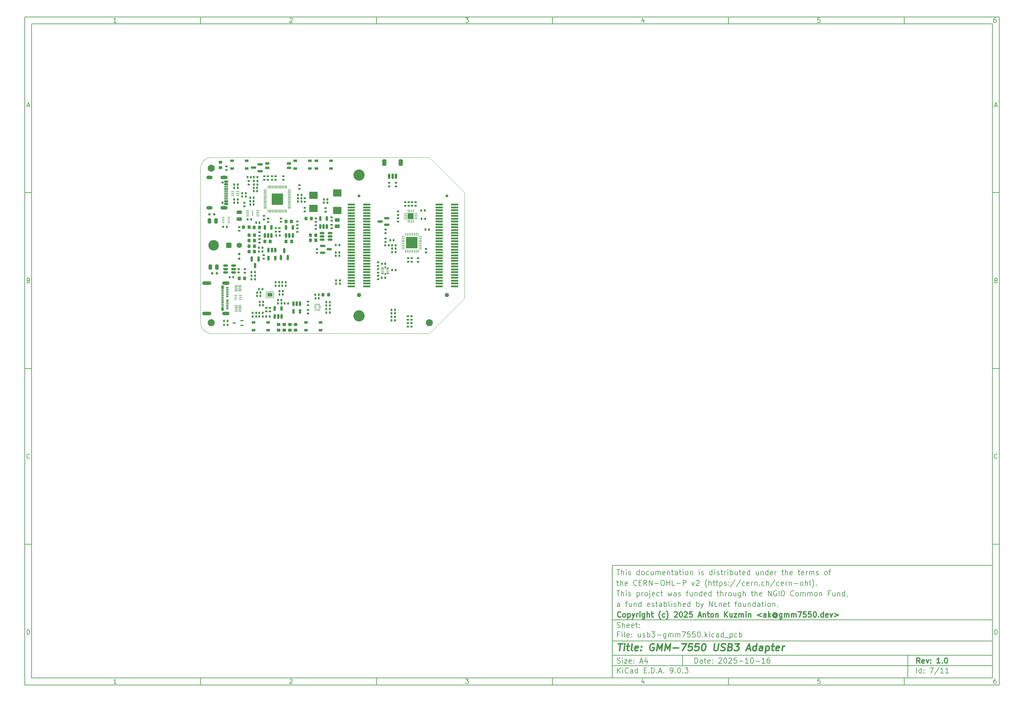
<source format=gbr>
%TF.GenerationSoftware,KiCad,Pcbnew,9.0.3*%
%TF.CreationDate,2025-10-16T10:39:48+02:00*%
%TF.ProjectId,usb3-gmm7550,75736233-2d67-46d6-9d37-3535302e6b69,1.0*%
%TF.SameCoordinates,Original*%
%TF.FileFunction,Soldermask,Top*%
%TF.FilePolarity,Negative*%
%FSLAX46Y46*%
G04 Gerber Fmt 4.6, Leading zero omitted, Abs format (unit mm)*
G04 Created by KiCad (PCBNEW 9.0.3) date 2025-10-16 10:39:48*
%MOMM*%
%LPD*%
G01*
G04 APERTURE LIST*
G04 Aperture macros list*
%AMRoundRect*
0 Rectangle with rounded corners*
0 $1 Rounding radius*
0 $2 $3 $4 $5 $6 $7 $8 $9 X,Y pos of 4 corners*
0 Add a 4 corners polygon primitive as box body*
4,1,4,$2,$3,$4,$5,$6,$7,$8,$9,$2,$3,0*
0 Add four circle primitives for the rounded corners*
1,1,$1+$1,$2,$3*
1,1,$1+$1,$4,$5*
1,1,$1+$1,$6,$7*
1,1,$1+$1,$8,$9*
0 Add four rect primitives between the rounded corners*
20,1,$1+$1,$2,$3,$4,$5,0*
20,1,$1+$1,$4,$5,$6,$7,0*
20,1,$1+$1,$6,$7,$8,$9,0*
20,1,$1+$1,$8,$9,$2,$3,0*%
G04 Aperture macros list end*
%ADD10C,0.100000*%
%ADD11C,0.150000*%
%ADD12C,0.300000*%
%ADD13C,0.400000*%
%ADD14R,0.700000X0.300000*%
%ADD15R,0.700000X1.000000*%
%ADD16O,2.100000X1.100000*%
%ADD17O,2.600000X1.100000*%
%ADD18RoundRect,0.050000X0.050000X-0.387500X0.050000X0.387500X-0.050000X0.387500X-0.050000X-0.387500X0*%
%ADD19RoundRect,0.050000X0.387500X-0.050000X0.387500X0.050000X-0.387500X0.050000X-0.387500X-0.050000X0*%
%ADD20R,3.200000X3.200000*%
%ADD21RoundRect,0.140000X-0.170000X0.140000X-0.170000X-0.140000X0.170000X-0.140000X0.170000X0.140000X0*%
%ADD22RoundRect,0.218750X0.256250X-0.218750X0.256250X0.218750X-0.256250X0.218750X-0.256250X-0.218750X0*%
%ADD23RoundRect,0.062500X0.387500X0.062500X-0.387500X0.062500X-0.387500X-0.062500X0.387500X-0.062500X0*%
%ADD24R,0.200000X1.600000*%
%ADD25RoundRect,0.140000X0.140000X0.170000X-0.140000X0.170000X-0.140000X-0.170000X0.140000X-0.170000X0*%
%ADD26RoundRect,0.140000X0.170000X-0.140000X0.170000X0.140000X-0.170000X0.140000X-0.170000X-0.140000X0*%
%ADD27RoundRect,0.135000X0.135000X0.185000X-0.135000X0.185000X-0.135000X-0.185000X0.135000X-0.185000X0*%
%ADD28RoundRect,0.062500X0.350000X0.062500X-0.350000X0.062500X-0.350000X-0.062500X0.350000X-0.062500X0*%
%ADD29RoundRect,0.140000X-0.140000X-0.170000X0.140000X-0.170000X0.140000X0.170000X-0.140000X0.170000X0*%
%ADD30RoundRect,0.150000X-0.150000X0.587500X-0.150000X-0.587500X0.150000X-0.587500X0.150000X0.587500X0*%
%ADD31RoundRect,0.135000X-0.135000X-0.185000X0.135000X-0.185000X0.135000X0.185000X-0.135000X0.185000X0*%
%ADD32RoundRect,0.218750X-0.218750X-0.256250X0.218750X-0.256250X0.218750X0.256250X-0.218750X0.256250X0*%
%ADD33RoundRect,0.135000X-0.185000X0.135000X-0.185000X-0.135000X0.185000X-0.135000X0.185000X0.135000X0*%
%ADD34C,2.000000*%
%ADD35RoundRect,0.135000X0.185000X-0.135000X0.185000X0.135000X-0.185000X0.135000X-0.185000X-0.135000X0*%
%ADD36RoundRect,0.250000X0.475000X-0.250000X0.475000X0.250000X-0.475000X0.250000X-0.475000X-0.250000X0*%
%ADD37C,3.200000*%
%ADD38C,0.650000*%
%ADD39RoundRect,0.150000X-0.425000X0.150000X-0.425000X-0.150000X0.425000X-0.150000X0.425000X0.150000X0*%
%ADD40RoundRect,0.075000X-0.500000X0.075000X-0.500000X-0.075000X0.500000X-0.075000X0.500000X0.075000X0*%
%ADD41O,2.100000X1.000000*%
%ADD42O,1.800000X1.000000*%
%ADD43RoundRect,0.218750X-0.256250X0.218750X-0.256250X-0.218750X0.256250X-0.218750X0.256250X0.218750X0*%
%ADD44RoundRect,0.150000X0.200000X-0.150000X0.200000X0.150000X-0.200000X0.150000X-0.200000X-0.150000X0*%
%ADD45RoundRect,0.225000X-0.225000X-0.250000X0.225000X-0.250000X0.225000X0.250000X-0.225000X0.250000X0*%
%ADD46R,0.909599X0.204000*%
%ADD47RoundRect,0.150000X0.512500X0.150000X-0.512500X0.150000X-0.512500X-0.150000X0.512500X-0.150000X0*%
%ADD48RoundRect,0.225000X0.225000X0.250000X-0.225000X0.250000X-0.225000X-0.250000X0.225000X-0.250000X0*%
%ADD49RoundRect,0.150000X-0.512500X-0.150000X0.512500X-0.150000X0.512500X0.150000X-0.512500X0.150000X0*%
%ADD50RoundRect,0.150000X-0.150000X-0.200000X0.150000X-0.200000X0.150000X0.200000X-0.150000X0.200000X0*%
%ADD51RoundRect,0.062500X0.062500X-0.350000X0.062500X0.350000X-0.062500X0.350000X-0.062500X-0.350000X0*%
%ADD52RoundRect,0.062500X0.350000X-0.062500X0.350000X0.062500X-0.350000X0.062500X-0.350000X-0.062500X0*%
%ADD53R,1.700000X1.700000*%
%ADD54R,1.050000X0.650000*%
%ADD55RoundRect,0.190000X0.435000X0.190000X-0.435000X0.190000X-0.435000X-0.190000X0.435000X-0.190000X0*%
%ADD56RoundRect,0.250000X0.250000X0.475000X-0.250000X0.475000X-0.250000X-0.475000X0.250000X-0.475000X0*%
%ADD57R,0.700000X0.200000*%
%ADD58R,0.200000X0.500000*%
%ADD59C,0.830000*%
%ADD60C,1.230000*%
%ADD61R,2.000000X0.500000*%
%ADD62RoundRect,0.150000X0.150000X0.625000X-0.150000X0.625000X-0.150000X-0.625000X0.150000X-0.625000X0*%
%ADD63RoundRect,0.250000X0.350000X0.650000X-0.350000X0.650000X-0.350000X-0.650000X0.350000X-0.650000X0*%
%ADD64R,0.845299X0.304800*%
%ADD65RoundRect,0.150000X0.150000X-0.512500X0.150000X0.512500X-0.150000X0.512500X-0.150000X-0.512500X0*%
%ADD66RoundRect,0.250000X0.945000X-0.785000X0.945000X0.785000X-0.945000X0.785000X-0.945000X-0.785000X0*%
%ADD67RoundRect,0.150000X0.150000X-0.587500X0.150000X0.587500X-0.150000X0.587500X-0.150000X-0.587500X0*%
%ADD68C,3.000000*%
%ADD69RoundRect,0.250001X0.499999X-0.499999X0.499999X0.499999X-0.499999X0.499999X-0.499999X-0.499999X0*%
%ADD70C,1.500000*%
%ADD71RoundRect,0.062500X0.375000X0.062500X-0.375000X0.062500X-0.375000X-0.062500X0.375000X-0.062500X0*%
%ADD72RoundRect,0.062500X0.062500X0.375000X-0.062500X0.375000X-0.062500X-0.375000X0.062500X-0.375000X0*%
%ADD73R,3.300000X3.300000*%
%ADD74C,0.500000*%
%ADD75R,0.706399X0.229400*%
%ADD76RoundRect,0.250000X0.450000X-0.262500X0.450000X0.262500X-0.450000X0.262500X-0.450000X-0.262500X0*%
%ADD77R,2.400000X2.000000*%
%ADD78R,0.704800X0.300000*%
%ADD79R,0.704850X0.249936*%
%ADD80R,0.350012X0.754888*%
%ADD81RoundRect,0.150000X-0.150000X0.512500X-0.150000X-0.512500X0.150000X-0.512500X0.150000X0.512500X0*%
%ADD82RoundRect,0.150000X-0.587500X-0.150000X0.587500X-0.150000X0.587500X0.150000X-0.587500X0.150000X0*%
%ADD83RoundRect,0.150000X0.587500X0.150000X-0.587500X0.150000X-0.587500X-0.150000X0.587500X-0.150000X0*%
%ADD84RoundRect,0.218750X0.218750X0.256250X-0.218750X0.256250X-0.218750X-0.256250X0.218750X-0.256250X0*%
%ADD85RoundRect,0.050000X-0.050000X-0.100000X0.050000X-0.100000X0.050000X0.100000X-0.050000X0.100000X0*%
%ADD86RoundRect,0.050000X-0.100000X0.050000X-0.100000X-0.050000X0.100000X-0.050000X0.100000X0.050000X0*%
%ADD87C,0.400000*%
%ADD88RoundRect,0.050000X-0.650000X0.450000X-0.650000X-0.450000X0.650000X-0.450000X0.650000X0.450000X0*%
%TA.AperFunction,Profile*%
%ADD89C,0.100000*%
%TD*%
G04 APERTURE END LIST*
D10*
D11*
X177002200Y-166007200D02*
X285002200Y-166007200D01*
X285002200Y-198007200D01*
X177002200Y-198007200D01*
X177002200Y-166007200D01*
D10*
D11*
X10000000Y-10000000D02*
X287002200Y-10000000D01*
X287002200Y-200007200D01*
X10000000Y-200007200D01*
X10000000Y-10000000D01*
D10*
D11*
X12000000Y-12000000D02*
X285002200Y-12000000D01*
X285002200Y-198007200D01*
X12000000Y-198007200D01*
X12000000Y-12000000D01*
D10*
D11*
X60000000Y-12000000D02*
X60000000Y-10000000D01*
D10*
D11*
X110000000Y-12000000D02*
X110000000Y-10000000D01*
D10*
D11*
X160000000Y-12000000D02*
X160000000Y-10000000D01*
D10*
D11*
X210000000Y-12000000D02*
X210000000Y-10000000D01*
D10*
D11*
X260000000Y-12000000D02*
X260000000Y-10000000D01*
D10*
D11*
X36089160Y-11593604D02*
X35346303Y-11593604D01*
X35717731Y-11593604D02*
X35717731Y-10293604D01*
X35717731Y-10293604D02*
X35593922Y-10479319D01*
X35593922Y-10479319D02*
X35470112Y-10603128D01*
X35470112Y-10603128D02*
X35346303Y-10665033D01*
D10*
D11*
X85346303Y-10417414D02*
X85408207Y-10355509D01*
X85408207Y-10355509D02*
X85532017Y-10293604D01*
X85532017Y-10293604D02*
X85841541Y-10293604D01*
X85841541Y-10293604D02*
X85965350Y-10355509D01*
X85965350Y-10355509D02*
X86027255Y-10417414D01*
X86027255Y-10417414D02*
X86089160Y-10541223D01*
X86089160Y-10541223D02*
X86089160Y-10665033D01*
X86089160Y-10665033D02*
X86027255Y-10850747D01*
X86027255Y-10850747D02*
X85284398Y-11593604D01*
X85284398Y-11593604D02*
X86089160Y-11593604D01*
D10*
D11*
X135284398Y-10293604D02*
X136089160Y-10293604D01*
X136089160Y-10293604D02*
X135655826Y-10788842D01*
X135655826Y-10788842D02*
X135841541Y-10788842D01*
X135841541Y-10788842D02*
X135965350Y-10850747D01*
X135965350Y-10850747D02*
X136027255Y-10912652D01*
X136027255Y-10912652D02*
X136089160Y-11036461D01*
X136089160Y-11036461D02*
X136089160Y-11345985D01*
X136089160Y-11345985D02*
X136027255Y-11469795D01*
X136027255Y-11469795D02*
X135965350Y-11531700D01*
X135965350Y-11531700D02*
X135841541Y-11593604D01*
X135841541Y-11593604D02*
X135470112Y-11593604D01*
X135470112Y-11593604D02*
X135346303Y-11531700D01*
X135346303Y-11531700D02*
X135284398Y-11469795D01*
D10*
D11*
X185965350Y-10726938D02*
X185965350Y-11593604D01*
X185655826Y-10231700D02*
X185346303Y-11160271D01*
X185346303Y-11160271D02*
X186151064Y-11160271D01*
D10*
D11*
X236027255Y-10293604D02*
X235408207Y-10293604D01*
X235408207Y-10293604D02*
X235346303Y-10912652D01*
X235346303Y-10912652D02*
X235408207Y-10850747D01*
X235408207Y-10850747D02*
X235532017Y-10788842D01*
X235532017Y-10788842D02*
X235841541Y-10788842D01*
X235841541Y-10788842D02*
X235965350Y-10850747D01*
X235965350Y-10850747D02*
X236027255Y-10912652D01*
X236027255Y-10912652D02*
X236089160Y-11036461D01*
X236089160Y-11036461D02*
X236089160Y-11345985D01*
X236089160Y-11345985D02*
X236027255Y-11469795D01*
X236027255Y-11469795D02*
X235965350Y-11531700D01*
X235965350Y-11531700D02*
X235841541Y-11593604D01*
X235841541Y-11593604D02*
X235532017Y-11593604D01*
X235532017Y-11593604D02*
X235408207Y-11531700D01*
X235408207Y-11531700D02*
X235346303Y-11469795D01*
D10*
D11*
X285965350Y-10293604D02*
X285717731Y-10293604D01*
X285717731Y-10293604D02*
X285593922Y-10355509D01*
X285593922Y-10355509D02*
X285532017Y-10417414D01*
X285532017Y-10417414D02*
X285408207Y-10603128D01*
X285408207Y-10603128D02*
X285346303Y-10850747D01*
X285346303Y-10850747D02*
X285346303Y-11345985D01*
X285346303Y-11345985D02*
X285408207Y-11469795D01*
X285408207Y-11469795D02*
X285470112Y-11531700D01*
X285470112Y-11531700D02*
X285593922Y-11593604D01*
X285593922Y-11593604D02*
X285841541Y-11593604D01*
X285841541Y-11593604D02*
X285965350Y-11531700D01*
X285965350Y-11531700D02*
X286027255Y-11469795D01*
X286027255Y-11469795D02*
X286089160Y-11345985D01*
X286089160Y-11345985D02*
X286089160Y-11036461D01*
X286089160Y-11036461D02*
X286027255Y-10912652D01*
X286027255Y-10912652D02*
X285965350Y-10850747D01*
X285965350Y-10850747D02*
X285841541Y-10788842D01*
X285841541Y-10788842D02*
X285593922Y-10788842D01*
X285593922Y-10788842D02*
X285470112Y-10850747D01*
X285470112Y-10850747D02*
X285408207Y-10912652D01*
X285408207Y-10912652D02*
X285346303Y-11036461D01*
D10*
D11*
X60000000Y-198007200D02*
X60000000Y-200007200D01*
D10*
D11*
X110000000Y-198007200D02*
X110000000Y-200007200D01*
D10*
D11*
X160000000Y-198007200D02*
X160000000Y-200007200D01*
D10*
D11*
X210000000Y-198007200D02*
X210000000Y-200007200D01*
D10*
D11*
X260000000Y-198007200D02*
X260000000Y-200007200D01*
D10*
D11*
X36089160Y-199600804D02*
X35346303Y-199600804D01*
X35717731Y-199600804D02*
X35717731Y-198300804D01*
X35717731Y-198300804D02*
X35593922Y-198486519D01*
X35593922Y-198486519D02*
X35470112Y-198610328D01*
X35470112Y-198610328D02*
X35346303Y-198672233D01*
D10*
D11*
X85346303Y-198424614D02*
X85408207Y-198362709D01*
X85408207Y-198362709D02*
X85532017Y-198300804D01*
X85532017Y-198300804D02*
X85841541Y-198300804D01*
X85841541Y-198300804D02*
X85965350Y-198362709D01*
X85965350Y-198362709D02*
X86027255Y-198424614D01*
X86027255Y-198424614D02*
X86089160Y-198548423D01*
X86089160Y-198548423D02*
X86089160Y-198672233D01*
X86089160Y-198672233D02*
X86027255Y-198857947D01*
X86027255Y-198857947D02*
X85284398Y-199600804D01*
X85284398Y-199600804D02*
X86089160Y-199600804D01*
D10*
D11*
X135284398Y-198300804D02*
X136089160Y-198300804D01*
X136089160Y-198300804D02*
X135655826Y-198796042D01*
X135655826Y-198796042D02*
X135841541Y-198796042D01*
X135841541Y-198796042D02*
X135965350Y-198857947D01*
X135965350Y-198857947D02*
X136027255Y-198919852D01*
X136027255Y-198919852D02*
X136089160Y-199043661D01*
X136089160Y-199043661D02*
X136089160Y-199353185D01*
X136089160Y-199353185D02*
X136027255Y-199476995D01*
X136027255Y-199476995D02*
X135965350Y-199538900D01*
X135965350Y-199538900D02*
X135841541Y-199600804D01*
X135841541Y-199600804D02*
X135470112Y-199600804D01*
X135470112Y-199600804D02*
X135346303Y-199538900D01*
X135346303Y-199538900D02*
X135284398Y-199476995D01*
D10*
D11*
X185965350Y-198734138D02*
X185965350Y-199600804D01*
X185655826Y-198238900D02*
X185346303Y-199167471D01*
X185346303Y-199167471D02*
X186151064Y-199167471D01*
D10*
D11*
X236027255Y-198300804D02*
X235408207Y-198300804D01*
X235408207Y-198300804D02*
X235346303Y-198919852D01*
X235346303Y-198919852D02*
X235408207Y-198857947D01*
X235408207Y-198857947D02*
X235532017Y-198796042D01*
X235532017Y-198796042D02*
X235841541Y-198796042D01*
X235841541Y-198796042D02*
X235965350Y-198857947D01*
X235965350Y-198857947D02*
X236027255Y-198919852D01*
X236027255Y-198919852D02*
X236089160Y-199043661D01*
X236089160Y-199043661D02*
X236089160Y-199353185D01*
X236089160Y-199353185D02*
X236027255Y-199476995D01*
X236027255Y-199476995D02*
X235965350Y-199538900D01*
X235965350Y-199538900D02*
X235841541Y-199600804D01*
X235841541Y-199600804D02*
X235532017Y-199600804D01*
X235532017Y-199600804D02*
X235408207Y-199538900D01*
X235408207Y-199538900D02*
X235346303Y-199476995D01*
D10*
D11*
X285965350Y-198300804D02*
X285717731Y-198300804D01*
X285717731Y-198300804D02*
X285593922Y-198362709D01*
X285593922Y-198362709D02*
X285532017Y-198424614D01*
X285532017Y-198424614D02*
X285408207Y-198610328D01*
X285408207Y-198610328D02*
X285346303Y-198857947D01*
X285346303Y-198857947D02*
X285346303Y-199353185D01*
X285346303Y-199353185D02*
X285408207Y-199476995D01*
X285408207Y-199476995D02*
X285470112Y-199538900D01*
X285470112Y-199538900D02*
X285593922Y-199600804D01*
X285593922Y-199600804D02*
X285841541Y-199600804D01*
X285841541Y-199600804D02*
X285965350Y-199538900D01*
X285965350Y-199538900D02*
X286027255Y-199476995D01*
X286027255Y-199476995D02*
X286089160Y-199353185D01*
X286089160Y-199353185D02*
X286089160Y-199043661D01*
X286089160Y-199043661D02*
X286027255Y-198919852D01*
X286027255Y-198919852D02*
X285965350Y-198857947D01*
X285965350Y-198857947D02*
X285841541Y-198796042D01*
X285841541Y-198796042D02*
X285593922Y-198796042D01*
X285593922Y-198796042D02*
X285470112Y-198857947D01*
X285470112Y-198857947D02*
X285408207Y-198919852D01*
X285408207Y-198919852D02*
X285346303Y-199043661D01*
D10*
D11*
X10000000Y-60000000D02*
X12000000Y-60000000D01*
D10*
D11*
X10000000Y-110000000D02*
X12000000Y-110000000D01*
D10*
D11*
X10000000Y-160000000D02*
X12000000Y-160000000D01*
D10*
D11*
X10690476Y-35222176D02*
X11309523Y-35222176D01*
X10566666Y-35593604D02*
X10999999Y-34293604D01*
X10999999Y-34293604D02*
X11433333Y-35593604D01*
D10*
D11*
X11092857Y-84912652D02*
X11278571Y-84974557D01*
X11278571Y-84974557D02*
X11340476Y-85036461D01*
X11340476Y-85036461D02*
X11402380Y-85160271D01*
X11402380Y-85160271D02*
X11402380Y-85345985D01*
X11402380Y-85345985D02*
X11340476Y-85469795D01*
X11340476Y-85469795D02*
X11278571Y-85531700D01*
X11278571Y-85531700D02*
X11154761Y-85593604D01*
X11154761Y-85593604D02*
X10659523Y-85593604D01*
X10659523Y-85593604D02*
X10659523Y-84293604D01*
X10659523Y-84293604D02*
X11092857Y-84293604D01*
X11092857Y-84293604D02*
X11216666Y-84355509D01*
X11216666Y-84355509D02*
X11278571Y-84417414D01*
X11278571Y-84417414D02*
X11340476Y-84541223D01*
X11340476Y-84541223D02*
X11340476Y-84665033D01*
X11340476Y-84665033D02*
X11278571Y-84788842D01*
X11278571Y-84788842D02*
X11216666Y-84850747D01*
X11216666Y-84850747D02*
X11092857Y-84912652D01*
X11092857Y-84912652D02*
X10659523Y-84912652D01*
D10*
D11*
X11402380Y-135469795D02*
X11340476Y-135531700D01*
X11340476Y-135531700D02*
X11154761Y-135593604D01*
X11154761Y-135593604D02*
X11030952Y-135593604D01*
X11030952Y-135593604D02*
X10845238Y-135531700D01*
X10845238Y-135531700D02*
X10721428Y-135407890D01*
X10721428Y-135407890D02*
X10659523Y-135284080D01*
X10659523Y-135284080D02*
X10597619Y-135036461D01*
X10597619Y-135036461D02*
X10597619Y-134850747D01*
X10597619Y-134850747D02*
X10659523Y-134603128D01*
X10659523Y-134603128D02*
X10721428Y-134479319D01*
X10721428Y-134479319D02*
X10845238Y-134355509D01*
X10845238Y-134355509D02*
X11030952Y-134293604D01*
X11030952Y-134293604D02*
X11154761Y-134293604D01*
X11154761Y-134293604D02*
X11340476Y-134355509D01*
X11340476Y-134355509D02*
X11402380Y-134417414D01*
D10*
D11*
X10659523Y-185593604D02*
X10659523Y-184293604D01*
X10659523Y-184293604D02*
X10969047Y-184293604D01*
X10969047Y-184293604D02*
X11154761Y-184355509D01*
X11154761Y-184355509D02*
X11278571Y-184479319D01*
X11278571Y-184479319D02*
X11340476Y-184603128D01*
X11340476Y-184603128D02*
X11402380Y-184850747D01*
X11402380Y-184850747D02*
X11402380Y-185036461D01*
X11402380Y-185036461D02*
X11340476Y-185284080D01*
X11340476Y-185284080D02*
X11278571Y-185407890D01*
X11278571Y-185407890D02*
X11154761Y-185531700D01*
X11154761Y-185531700D02*
X10969047Y-185593604D01*
X10969047Y-185593604D02*
X10659523Y-185593604D01*
D10*
D11*
X287002200Y-60000000D02*
X285002200Y-60000000D01*
D10*
D11*
X287002200Y-110000000D02*
X285002200Y-110000000D01*
D10*
D11*
X287002200Y-160000000D02*
X285002200Y-160000000D01*
D10*
D11*
X285692676Y-35222176D02*
X286311723Y-35222176D01*
X285568866Y-35593604D02*
X286002199Y-34293604D01*
X286002199Y-34293604D02*
X286435533Y-35593604D01*
D10*
D11*
X286095057Y-84912652D02*
X286280771Y-84974557D01*
X286280771Y-84974557D02*
X286342676Y-85036461D01*
X286342676Y-85036461D02*
X286404580Y-85160271D01*
X286404580Y-85160271D02*
X286404580Y-85345985D01*
X286404580Y-85345985D02*
X286342676Y-85469795D01*
X286342676Y-85469795D02*
X286280771Y-85531700D01*
X286280771Y-85531700D02*
X286156961Y-85593604D01*
X286156961Y-85593604D02*
X285661723Y-85593604D01*
X285661723Y-85593604D02*
X285661723Y-84293604D01*
X285661723Y-84293604D02*
X286095057Y-84293604D01*
X286095057Y-84293604D02*
X286218866Y-84355509D01*
X286218866Y-84355509D02*
X286280771Y-84417414D01*
X286280771Y-84417414D02*
X286342676Y-84541223D01*
X286342676Y-84541223D02*
X286342676Y-84665033D01*
X286342676Y-84665033D02*
X286280771Y-84788842D01*
X286280771Y-84788842D02*
X286218866Y-84850747D01*
X286218866Y-84850747D02*
X286095057Y-84912652D01*
X286095057Y-84912652D02*
X285661723Y-84912652D01*
D10*
D11*
X286404580Y-135469795D02*
X286342676Y-135531700D01*
X286342676Y-135531700D02*
X286156961Y-135593604D01*
X286156961Y-135593604D02*
X286033152Y-135593604D01*
X286033152Y-135593604D02*
X285847438Y-135531700D01*
X285847438Y-135531700D02*
X285723628Y-135407890D01*
X285723628Y-135407890D02*
X285661723Y-135284080D01*
X285661723Y-135284080D02*
X285599819Y-135036461D01*
X285599819Y-135036461D02*
X285599819Y-134850747D01*
X285599819Y-134850747D02*
X285661723Y-134603128D01*
X285661723Y-134603128D02*
X285723628Y-134479319D01*
X285723628Y-134479319D02*
X285847438Y-134355509D01*
X285847438Y-134355509D02*
X286033152Y-134293604D01*
X286033152Y-134293604D02*
X286156961Y-134293604D01*
X286156961Y-134293604D02*
X286342676Y-134355509D01*
X286342676Y-134355509D02*
X286404580Y-134417414D01*
D10*
D11*
X285661723Y-185593604D02*
X285661723Y-184293604D01*
X285661723Y-184293604D02*
X285971247Y-184293604D01*
X285971247Y-184293604D02*
X286156961Y-184355509D01*
X286156961Y-184355509D02*
X286280771Y-184479319D01*
X286280771Y-184479319D02*
X286342676Y-184603128D01*
X286342676Y-184603128D02*
X286404580Y-184850747D01*
X286404580Y-184850747D02*
X286404580Y-185036461D01*
X286404580Y-185036461D02*
X286342676Y-185284080D01*
X286342676Y-185284080D02*
X286280771Y-185407890D01*
X286280771Y-185407890D02*
X286156961Y-185531700D01*
X286156961Y-185531700D02*
X285971247Y-185593604D01*
X285971247Y-185593604D02*
X285661723Y-185593604D01*
D10*
D11*
X200458026Y-193793328D02*
X200458026Y-192293328D01*
X200458026Y-192293328D02*
X200815169Y-192293328D01*
X200815169Y-192293328D02*
X201029455Y-192364757D01*
X201029455Y-192364757D02*
X201172312Y-192507614D01*
X201172312Y-192507614D02*
X201243741Y-192650471D01*
X201243741Y-192650471D02*
X201315169Y-192936185D01*
X201315169Y-192936185D02*
X201315169Y-193150471D01*
X201315169Y-193150471D02*
X201243741Y-193436185D01*
X201243741Y-193436185D02*
X201172312Y-193579042D01*
X201172312Y-193579042D02*
X201029455Y-193721900D01*
X201029455Y-193721900D02*
X200815169Y-193793328D01*
X200815169Y-193793328D02*
X200458026Y-193793328D01*
X202600884Y-193793328D02*
X202600884Y-193007614D01*
X202600884Y-193007614D02*
X202529455Y-192864757D01*
X202529455Y-192864757D02*
X202386598Y-192793328D01*
X202386598Y-192793328D02*
X202100884Y-192793328D01*
X202100884Y-192793328D02*
X201958026Y-192864757D01*
X202600884Y-193721900D02*
X202458026Y-193793328D01*
X202458026Y-193793328D02*
X202100884Y-193793328D01*
X202100884Y-193793328D02*
X201958026Y-193721900D01*
X201958026Y-193721900D02*
X201886598Y-193579042D01*
X201886598Y-193579042D02*
X201886598Y-193436185D01*
X201886598Y-193436185D02*
X201958026Y-193293328D01*
X201958026Y-193293328D02*
X202100884Y-193221900D01*
X202100884Y-193221900D02*
X202458026Y-193221900D01*
X202458026Y-193221900D02*
X202600884Y-193150471D01*
X203100884Y-192793328D02*
X203672312Y-192793328D01*
X203315169Y-192293328D02*
X203315169Y-193579042D01*
X203315169Y-193579042D02*
X203386598Y-193721900D01*
X203386598Y-193721900D02*
X203529455Y-193793328D01*
X203529455Y-193793328D02*
X203672312Y-193793328D01*
X204743741Y-193721900D02*
X204600884Y-193793328D01*
X204600884Y-193793328D02*
X204315170Y-193793328D01*
X204315170Y-193793328D02*
X204172312Y-193721900D01*
X204172312Y-193721900D02*
X204100884Y-193579042D01*
X204100884Y-193579042D02*
X204100884Y-193007614D01*
X204100884Y-193007614D02*
X204172312Y-192864757D01*
X204172312Y-192864757D02*
X204315170Y-192793328D01*
X204315170Y-192793328D02*
X204600884Y-192793328D01*
X204600884Y-192793328D02*
X204743741Y-192864757D01*
X204743741Y-192864757D02*
X204815170Y-193007614D01*
X204815170Y-193007614D02*
X204815170Y-193150471D01*
X204815170Y-193150471D02*
X204100884Y-193293328D01*
X205458026Y-193650471D02*
X205529455Y-193721900D01*
X205529455Y-193721900D02*
X205458026Y-193793328D01*
X205458026Y-193793328D02*
X205386598Y-193721900D01*
X205386598Y-193721900D02*
X205458026Y-193650471D01*
X205458026Y-193650471D02*
X205458026Y-193793328D01*
X205458026Y-192864757D02*
X205529455Y-192936185D01*
X205529455Y-192936185D02*
X205458026Y-193007614D01*
X205458026Y-193007614D02*
X205386598Y-192936185D01*
X205386598Y-192936185D02*
X205458026Y-192864757D01*
X205458026Y-192864757D02*
X205458026Y-193007614D01*
X207243741Y-192436185D02*
X207315169Y-192364757D01*
X207315169Y-192364757D02*
X207458027Y-192293328D01*
X207458027Y-192293328D02*
X207815169Y-192293328D01*
X207815169Y-192293328D02*
X207958027Y-192364757D01*
X207958027Y-192364757D02*
X208029455Y-192436185D01*
X208029455Y-192436185D02*
X208100884Y-192579042D01*
X208100884Y-192579042D02*
X208100884Y-192721900D01*
X208100884Y-192721900D02*
X208029455Y-192936185D01*
X208029455Y-192936185D02*
X207172312Y-193793328D01*
X207172312Y-193793328D02*
X208100884Y-193793328D01*
X209029455Y-192293328D02*
X209172312Y-192293328D01*
X209172312Y-192293328D02*
X209315169Y-192364757D01*
X209315169Y-192364757D02*
X209386598Y-192436185D01*
X209386598Y-192436185D02*
X209458026Y-192579042D01*
X209458026Y-192579042D02*
X209529455Y-192864757D01*
X209529455Y-192864757D02*
X209529455Y-193221900D01*
X209529455Y-193221900D02*
X209458026Y-193507614D01*
X209458026Y-193507614D02*
X209386598Y-193650471D01*
X209386598Y-193650471D02*
X209315169Y-193721900D01*
X209315169Y-193721900D02*
X209172312Y-193793328D01*
X209172312Y-193793328D02*
X209029455Y-193793328D01*
X209029455Y-193793328D02*
X208886598Y-193721900D01*
X208886598Y-193721900D02*
X208815169Y-193650471D01*
X208815169Y-193650471D02*
X208743740Y-193507614D01*
X208743740Y-193507614D02*
X208672312Y-193221900D01*
X208672312Y-193221900D02*
X208672312Y-192864757D01*
X208672312Y-192864757D02*
X208743740Y-192579042D01*
X208743740Y-192579042D02*
X208815169Y-192436185D01*
X208815169Y-192436185D02*
X208886598Y-192364757D01*
X208886598Y-192364757D02*
X209029455Y-192293328D01*
X210100883Y-192436185D02*
X210172311Y-192364757D01*
X210172311Y-192364757D02*
X210315169Y-192293328D01*
X210315169Y-192293328D02*
X210672311Y-192293328D01*
X210672311Y-192293328D02*
X210815169Y-192364757D01*
X210815169Y-192364757D02*
X210886597Y-192436185D01*
X210886597Y-192436185D02*
X210958026Y-192579042D01*
X210958026Y-192579042D02*
X210958026Y-192721900D01*
X210958026Y-192721900D02*
X210886597Y-192936185D01*
X210886597Y-192936185D02*
X210029454Y-193793328D01*
X210029454Y-193793328D02*
X210958026Y-193793328D01*
X212315168Y-192293328D02*
X211600882Y-192293328D01*
X211600882Y-192293328D02*
X211529454Y-193007614D01*
X211529454Y-193007614D02*
X211600882Y-192936185D01*
X211600882Y-192936185D02*
X211743740Y-192864757D01*
X211743740Y-192864757D02*
X212100882Y-192864757D01*
X212100882Y-192864757D02*
X212243740Y-192936185D01*
X212243740Y-192936185D02*
X212315168Y-193007614D01*
X212315168Y-193007614D02*
X212386597Y-193150471D01*
X212386597Y-193150471D02*
X212386597Y-193507614D01*
X212386597Y-193507614D02*
X212315168Y-193650471D01*
X212315168Y-193650471D02*
X212243740Y-193721900D01*
X212243740Y-193721900D02*
X212100882Y-193793328D01*
X212100882Y-193793328D02*
X211743740Y-193793328D01*
X211743740Y-193793328D02*
X211600882Y-193721900D01*
X211600882Y-193721900D02*
X211529454Y-193650471D01*
X213029453Y-193221900D02*
X214172311Y-193221900D01*
X215672311Y-193793328D02*
X214815168Y-193793328D01*
X215243739Y-193793328D02*
X215243739Y-192293328D01*
X215243739Y-192293328D02*
X215100882Y-192507614D01*
X215100882Y-192507614D02*
X214958025Y-192650471D01*
X214958025Y-192650471D02*
X214815168Y-192721900D01*
X216600882Y-192293328D02*
X216743739Y-192293328D01*
X216743739Y-192293328D02*
X216886596Y-192364757D01*
X216886596Y-192364757D02*
X216958025Y-192436185D01*
X216958025Y-192436185D02*
X217029453Y-192579042D01*
X217029453Y-192579042D02*
X217100882Y-192864757D01*
X217100882Y-192864757D02*
X217100882Y-193221900D01*
X217100882Y-193221900D02*
X217029453Y-193507614D01*
X217029453Y-193507614D02*
X216958025Y-193650471D01*
X216958025Y-193650471D02*
X216886596Y-193721900D01*
X216886596Y-193721900D02*
X216743739Y-193793328D01*
X216743739Y-193793328D02*
X216600882Y-193793328D01*
X216600882Y-193793328D02*
X216458025Y-193721900D01*
X216458025Y-193721900D02*
X216386596Y-193650471D01*
X216386596Y-193650471D02*
X216315167Y-193507614D01*
X216315167Y-193507614D02*
X216243739Y-193221900D01*
X216243739Y-193221900D02*
X216243739Y-192864757D01*
X216243739Y-192864757D02*
X216315167Y-192579042D01*
X216315167Y-192579042D02*
X216386596Y-192436185D01*
X216386596Y-192436185D02*
X216458025Y-192364757D01*
X216458025Y-192364757D02*
X216600882Y-192293328D01*
X217743738Y-193221900D02*
X218886596Y-193221900D01*
X220386596Y-193793328D02*
X219529453Y-193793328D01*
X219958024Y-193793328D02*
X219958024Y-192293328D01*
X219958024Y-192293328D02*
X219815167Y-192507614D01*
X219815167Y-192507614D02*
X219672310Y-192650471D01*
X219672310Y-192650471D02*
X219529453Y-192721900D01*
X221672310Y-192293328D02*
X221386595Y-192293328D01*
X221386595Y-192293328D02*
X221243738Y-192364757D01*
X221243738Y-192364757D02*
X221172310Y-192436185D01*
X221172310Y-192436185D02*
X221029452Y-192650471D01*
X221029452Y-192650471D02*
X220958024Y-192936185D01*
X220958024Y-192936185D02*
X220958024Y-193507614D01*
X220958024Y-193507614D02*
X221029452Y-193650471D01*
X221029452Y-193650471D02*
X221100881Y-193721900D01*
X221100881Y-193721900D02*
X221243738Y-193793328D01*
X221243738Y-193793328D02*
X221529452Y-193793328D01*
X221529452Y-193793328D02*
X221672310Y-193721900D01*
X221672310Y-193721900D02*
X221743738Y-193650471D01*
X221743738Y-193650471D02*
X221815167Y-193507614D01*
X221815167Y-193507614D02*
X221815167Y-193150471D01*
X221815167Y-193150471D02*
X221743738Y-193007614D01*
X221743738Y-193007614D02*
X221672310Y-192936185D01*
X221672310Y-192936185D02*
X221529452Y-192864757D01*
X221529452Y-192864757D02*
X221243738Y-192864757D01*
X221243738Y-192864757D02*
X221100881Y-192936185D01*
X221100881Y-192936185D02*
X221029452Y-193007614D01*
X221029452Y-193007614D02*
X220958024Y-193150471D01*
D10*
D11*
X177002200Y-194507200D02*
X285002200Y-194507200D01*
D10*
D11*
X178458026Y-196593328D02*
X178458026Y-195093328D01*
X179315169Y-196593328D02*
X178672312Y-195736185D01*
X179315169Y-195093328D02*
X178458026Y-195950471D01*
X179958026Y-196593328D02*
X179958026Y-195593328D01*
X179958026Y-195093328D02*
X179886598Y-195164757D01*
X179886598Y-195164757D02*
X179958026Y-195236185D01*
X179958026Y-195236185D02*
X180029455Y-195164757D01*
X180029455Y-195164757D02*
X179958026Y-195093328D01*
X179958026Y-195093328D02*
X179958026Y-195236185D01*
X181529455Y-196450471D02*
X181458027Y-196521900D01*
X181458027Y-196521900D02*
X181243741Y-196593328D01*
X181243741Y-196593328D02*
X181100884Y-196593328D01*
X181100884Y-196593328D02*
X180886598Y-196521900D01*
X180886598Y-196521900D02*
X180743741Y-196379042D01*
X180743741Y-196379042D02*
X180672312Y-196236185D01*
X180672312Y-196236185D02*
X180600884Y-195950471D01*
X180600884Y-195950471D02*
X180600884Y-195736185D01*
X180600884Y-195736185D02*
X180672312Y-195450471D01*
X180672312Y-195450471D02*
X180743741Y-195307614D01*
X180743741Y-195307614D02*
X180886598Y-195164757D01*
X180886598Y-195164757D02*
X181100884Y-195093328D01*
X181100884Y-195093328D02*
X181243741Y-195093328D01*
X181243741Y-195093328D02*
X181458027Y-195164757D01*
X181458027Y-195164757D02*
X181529455Y-195236185D01*
X182815170Y-196593328D02*
X182815170Y-195807614D01*
X182815170Y-195807614D02*
X182743741Y-195664757D01*
X182743741Y-195664757D02*
X182600884Y-195593328D01*
X182600884Y-195593328D02*
X182315170Y-195593328D01*
X182315170Y-195593328D02*
X182172312Y-195664757D01*
X182815170Y-196521900D02*
X182672312Y-196593328D01*
X182672312Y-196593328D02*
X182315170Y-196593328D01*
X182315170Y-196593328D02*
X182172312Y-196521900D01*
X182172312Y-196521900D02*
X182100884Y-196379042D01*
X182100884Y-196379042D02*
X182100884Y-196236185D01*
X182100884Y-196236185D02*
X182172312Y-196093328D01*
X182172312Y-196093328D02*
X182315170Y-196021900D01*
X182315170Y-196021900D02*
X182672312Y-196021900D01*
X182672312Y-196021900D02*
X182815170Y-195950471D01*
X184172313Y-196593328D02*
X184172313Y-195093328D01*
X184172313Y-196521900D02*
X184029455Y-196593328D01*
X184029455Y-196593328D02*
X183743741Y-196593328D01*
X183743741Y-196593328D02*
X183600884Y-196521900D01*
X183600884Y-196521900D02*
X183529455Y-196450471D01*
X183529455Y-196450471D02*
X183458027Y-196307614D01*
X183458027Y-196307614D02*
X183458027Y-195879042D01*
X183458027Y-195879042D02*
X183529455Y-195736185D01*
X183529455Y-195736185D02*
X183600884Y-195664757D01*
X183600884Y-195664757D02*
X183743741Y-195593328D01*
X183743741Y-195593328D02*
X184029455Y-195593328D01*
X184029455Y-195593328D02*
X184172313Y-195664757D01*
X186029455Y-195807614D02*
X186529455Y-195807614D01*
X186743741Y-196593328D02*
X186029455Y-196593328D01*
X186029455Y-196593328D02*
X186029455Y-195093328D01*
X186029455Y-195093328D02*
X186743741Y-195093328D01*
X187386598Y-196450471D02*
X187458027Y-196521900D01*
X187458027Y-196521900D02*
X187386598Y-196593328D01*
X187386598Y-196593328D02*
X187315170Y-196521900D01*
X187315170Y-196521900D02*
X187386598Y-196450471D01*
X187386598Y-196450471D02*
X187386598Y-196593328D01*
X188100884Y-196593328D02*
X188100884Y-195093328D01*
X188100884Y-195093328D02*
X188458027Y-195093328D01*
X188458027Y-195093328D02*
X188672313Y-195164757D01*
X188672313Y-195164757D02*
X188815170Y-195307614D01*
X188815170Y-195307614D02*
X188886599Y-195450471D01*
X188886599Y-195450471D02*
X188958027Y-195736185D01*
X188958027Y-195736185D02*
X188958027Y-195950471D01*
X188958027Y-195950471D02*
X188886599Y-196236185D01*
X188886599Y-196236185D02*
X188815170Y-196379042D01*
X188815170Y-196379042D02*
X188672313Y-196521900D01*
X188672313Y-196521900D02*
X188458027Y-196593328D01*
X188458027Y-196593328D02*
X188100884Y-196593328D01*
X189600884Y-196450471D02*
X189672313Y-196521900D01*
X189672313Y-196521900D02*
X189600884Y-196593328D01*
X189600884Y-196593328D02*
X189529456Y-196521900D01*
X189529456Y-196521900D02*
X189600884Y-196450471D01*
X189600884Y-196450471D02*
X189600884Y-196593328D01*
X190243742Y-196164757D02*
X190958028Y-196164757D01*
X190100885Y-196593328D02*
X190600885Y-195093328D01*
X190600885Y-195093328D02*
X191100885Y-196593328D01*
X191600884Y-196450471D02*
X191672313Y-196521900D01*
X191672313Y-196521900D02*
X191600884Y-196593328D01*
X191600884Y-196593328D02*
X191529456Y-196521900D01*
X191529456Y-196521900D02*
X191600884Y-196450471D01*
X191600884Y-196450471D02*
X191600884Y-196593328D01*
X193529456Y-196593328D02*
X193815170Y-196593328D01*
X193815170Y-196593328D02*
X193958027Y-196521900D01*
X193958027Y-196521900D02*
X194029456Y-196450471D01*
X194029456Y-196450471D02*
X194172313Y-196236185D01*
X194172313Y-196236185D02*
X194243742Y-195950471D01*
X194243742Y-195950471D02*
X194243742Y-195379042D01*
X194243742Y-195379042D02*
X194172313Y-195236185D01*
X194172313Y-195236185D02*
X194100885Y-195164757D01*
X194100885Y-195164757D02*
X193958027Y-195093328D01*
X193958027Y-195093328D02*
X193672313Y-195093328D01*
X193672313Y-195093328D02*
X193529456Y-195164757D01*
X193529456Y-195164757D02*
X193458027Y-195236185D01*
X193458027Y-195236185D02*
X193386599Y-195379042D01*
X193386599Y-195379042D02*
X193386599Y-195736185D01*
X193386599Y-195736185D02*
X193458027Y-195879042D01*
X193458027Y-195879042D02*
X193529456Y-195950471D01*
X193529456Y-195950471D02*
X193672313Y-196021900D01*
X193672313Y-196021900D02*
X193958027Y-196021900D01*
X193958027Y-196021900D02*
X194100885Y-195950471D01*
X194100885Y-195950471D02*
X194172313Y-195879042D01*
X194172313Y-195879042D02*
X194243742Y-195736185D01*
X194886598Y-196450471D02*
X194958027Y-196521900D01*
X194958027Y-196521900D02*
X194886598Y-196593328D01*
X194886598Y-196593328D02*
X194815170Y-196521900D01*
X194815170Y-196521900D02*
X194886598Y-196450471D01*
X194886598Y-196450471D02*
X194886598Y-196593328D01*
X195886599Y-195093328D02*
X196029456Y-195093328D01*
X196029456Y-195093328D02*
X196172313Y-195164757D01*
X196172313Y-195164757D02*
X196243742Y-195236185D01*
X196243742Y-195236185D02*
X196315170Y-195379042D01*
X196315170Y-195379042D02*
X196386599Y-195664757D01*
X196386599Y-195664757D02*
X196386599Y-196021900D01*
X196386599Y-196021900D02*
X196315170Y-196307614D01*
X196315170Y-196307614D02*
X196243742Y-196450471D01*
X196243742Y-196450471D02*
X196172313Y-196521900D01*
X196172313Y-196521900D02*
X196029456Y-196593328D01*
X196029456Y-196593328D02*
X195886599Y-196593328D01*
X195886599Y-196593328D02*
X195743742Y-196521900D01*
X195743742Y-196521900D02*
X195672313Y-196450471D01*
X195672313Y-196450471D02*
X195600884Y-196307614D01*
X195600884Y-196307614D02*
X195529456Y-196021900D01*
X195529456Y-196021900D02*
X195529456Y-195664757D01*
X195529456Y-195664757D02*
X195600884Y-195379042D01*
X195600884Y-195379042D02*
X195672313Y-195236185D01*
X195672313Y-195236185D02*
X195743742Y-195164757D01*
X195743742Y-195164757D02*
X195886599Y-195093328D01*
X197029455Y-196450471D02*
X197100884Y-196521900D01*
X197100884Y-196521900D02*
X197029455Y-196593328D01*
X197029455Y-196593328D02*
X196958027Y-196521900D01*
X196958027Y-196521900D02*
X197029455Y-196450471D01*
X197029455Y-196450471D02*
X197029455Y-196593328D01*
X197600884Y-195093328D02*
X198529456Y-195093328D01*
X198529456Y-195093328D02*
X198029456Y-195664757D01*
X198029456Y-195664757D02*
X198243741Y-195664757D01*
X198243741Y-195664757D02*
X198386599Y-195736185D01*
X198386599Y-195736185D02*
X198458027Y-195807614D01*
X198458027Y-195807614D02*
X198529456Y-195950471D01*
X198529456Y-195950471D02*
X198529456Y-196307614D01*
X198529456Y-196307614D02*
X198458027Y-196450471D01*
X198458027Y-196450471D02*
X198386599Y-196521900D01*
X198386599Y-196521900D02*
X198243741Y-196593328D01*
X198243741Y-196593328D02*
X197815170Y-196593328D01*
X197815170Y-196593328D02*
X197672313Y-196521900D01*
X197672313Y-196521900D02*
X197600884Y-196450471D01*
D10*
D11*
X177002200Y-191507200D02*
X285002200Y-191507200D01*
D10*
D12*
X264413853Y-193785528D02*
X263913853Y-193071242D01*
X263556710Y-193785528D02*
X263556710Y-192285528D01*
X263556710Y-192285528D02*
X264128139Y-192285528D01*
X264128139Y-192285528D02*
X264270996Y-192356957D01*
X264270996Y-192356957D02*
X264342425Y-192428385D01*
X264342425Y-192428385D02*
X264413853Y-192571242D01*
X264413853Y-192571242D02*
X264413853Y-192785528D01*
X264413853Y-192785528D02*
X264342425Y-192928385D01*
X264342425Y-192928385D02*
X264270996Y-192999814D01*
X264270996Y-192999814D02*
X264128139Y-193071242D01*
X264128139Y-193071242D02*
X263556710Y-193071242D01*
X265628139Y-193714100D02*
X265485282Y-193785528D01*
X265485282Y-193785528D02*
X265199568Y-193785528D01*
X265199568Y-193785528D02*
X265056710Y-193714100D01*
X265056710Y-193714100D02*
X264985282Y-193571242D01*
X264985282Y-193571242D02*
X264985282Y-192999814D01*
X264985282Y-192999814D02*
X265056710Y-192856957D01*
X265056710Y-192856957D02*
X265199568Y-192785528D01*
X265199568Y-192785528D02*
X265485282Y-192785528D01*
X265485282Y-192785528D02*
X265628139Y-192856957D01*
X265628139Y-192856957D02*
X265699568Y-192999814D01*
X265699568Y-192999814D02*
X265699568Y-193142671D01*
X265699568Y-193142671D02*
X264985282Y-193285528D01*
X266199567Y-192785528D02*
X266556710Y-193785528D01*
X266556710Y-193785528D02*
X266913853Y-192785528D01*
X267485281Y-193642671D02*
X267556710Y-193714100D01*
X267556710Y-193714100D02*
X267485281Y-193785528D01*
X267485281Y-193785528D02*
X267413853Y-193714100D01*
X267413853Y-193714100D02*
X267485281Y-193642671D01*
X267485281Y-193642671D02*
X267485281Y-193785528D01*
X267485281Y-192856957D02*
X267556710Y-192928385D01*
X267556710Y-192928385D02*
X267485281Y-192999814D01*
X267485281Y-192999814D02*
X267413853Y-192928385D01*
X267413853Y-192928385D02*
X267485281Y-192856957D01*
X267485281Y-192856957D02*
X267485281Y-192999814D01*
X270128139Y-193785528D02*
X269270996Y-193785528D01*
X269699567Y-193785528D02*
X269699567Y-192285528D01*
X269699567Y-192285528D02*
X269556710Y-192499814D01*
X269556710Y-192499814D02*
X269413853Y-192642671D01*
X269413853Y-192642671D02*
X269270996Y-192714100D01*
X270770995Y-193642671D02*
X270842424Y-193714100D01*
X270842424Y-193714100D02*
X270770995Y-193785528D01*
X270770995Y-193785528D02*
X270699567Y-193714100D01*
X270699567Y-193714100D02*
X270770995Y-193642671D01*
X270770995Y-193642671D02*
X270770995Y-193785528D01*
X271770996Y-192285528D02*
X271913853Y-192285528D01*
X271913853Y-192285528D02*
X272056710Y-192356957D01*
X272056710Y-192356957D02*
X272128139Y-192428385D01*
X272128139Y-192428385D02*
X272199567Y-192571242D01*
X272199567Y-192571242D02*
X272270996Y-192856957D01*
X272270996Y-192856957D02*
X272270996Y-193214100D01*
X272270996Y-193214100D02*
X272199567Y-193499814D01*
X272199567Y-193499814D02*
X272128139Y-193642671D01*
X272128139Y-193642671D02*
X272056710Y-193714100D01*
X272056710Y-193714100D02*
X271913853Y-193785528D01*
X271913853Y-193785528D02*
X271770996Y-193785528D01*
X271770996Y-193785528D02*
X271628139Y-193714100D01*
X271628139Y-193714100D02*
X271556710Y-193642671D01*
X271556710Y-193642671D02*
X271485281Y-193499814D01*
X271485281Y-193499814D02*
X271413853Y-193214100D01*
X271413853Y-193214100D02*
X271413853Y-192856957D01*
X271413853Y-192856957D02*
X271485281Y-192571242D01*
X271485281Y-192571242D02*
X271556710Y-192428385D01*
X271556710Y-192428385D02*
X271628139Y-192356957D01*
X271628139Y-192356957D02*
X271770996Y-192285528D01*
D10*
D11*
X178386598Y-193721900D02*
X178600884Y-193793328D01*
X178600884Y-193793328D02*
X178958026Y-193793328D01*
X178958026Y-193793328D02*
X179100884Y-193721900D01*
X179100884Y-193721900D02*
X179172312Y-193650471D01*
X179172312Y-193650471D02*
X179243741Y-193507614D01*
X179243741Y-193507614D02*
X179243741Y-193364757D01*
X179243741Y-193364757D02*
X179172312Y-193221900D01*
X179172312Y-193221900D02*
X179100884Y-193150471D01*
X179100884Y-193150471D02*
X178958026Y-193079042D01*
X178958026Y-193079042D02*
X178672312Y-193007614D01*
X178672312Y-193007614D02*
X178529455Y-192936185D01*
X178529455Y-192936185D02*
X178458026Y-192864757D01*
X178458026Y-192864757D02*
X178386598Y-192721900D01*
X178386598Y-192721900D02*
X178386598Y-192579042D01*
X178386598Y-192579042D02*
X178458026Y-192436185D01*
X178458026Y-192436185D02*
X178529455Y-192364757D01*
X178529455Y-192364757D02*
X178672312Y-192293328D01*
X178672312Y-192293328D02*
X179029455Y-192293328D01*
X179029455Y-192293328D02*
X179243741Y-192364757D01*
X179886597Y-193793328D02*
X179886597Y-192793328D01*
X179886597Y-192293328D02*
X179815169Y-192364757D01*
X179815169Y-192364757D02*
X179886597Y-192436185D01*
X179886597Y-192436185D02*
X179958026Y-192364757D01*
X179958026Y-192364757D02*
X179886597Y-192293328D01*
X179886597Y-192293328D02*
X179886597Y-192436185D01*
X180458026Y-192793328D02*
X181243741Y-192793328D01*
X181243741Y-192793328D02*
X180458026Y-193793328D01*
X180458026Y-193793328D02*
X181243741Y-193793328D01*
X182386598Y-193721900D02*
X182243741Y-193793328D01*
X182243741Y-193793328D02*
X181958027Y-193793328D01*
X181958027Y-193793328D02*
X181815169Y-193721900D01*
X181815169Y-193721900D02*
X181743741Y-193579042D01*
X181743741Y-193579042D02*
X181743741Y-193007614D01*
X181743741Y-193007614D02*
X181815169Y-192864757D01*
X181815169Y-192864757D02*
X181958027Y-192793328D01*
X181958027Y-192793328D02*
X182243741Y-192793328D01*
X182243741Y-192793328D02*
X182386598Y-192864757D01*
X182386598Y-192864757D02*
X182458027Y-193007614D01*
X182458027Y-193007614D02*
X182458027Y-193150471D01*
X182458027Y-193150471D02*
X181743741Y-193293328D01*
X183100883Y-193650471D02*
X183172312Y-193721900D01*
X183172312Y-193721900D02*
X183100883Y-193793328D01*
X183100883Y-193793328D02*
X183029455Y-193721900D01*
X183029455Y-193721900D02*
X183100883Y-193650471D01*
X183100883Y-193650471D02*
X183100883Y-193793328D01*
X183100883Y-192864757D02*
X183172312Y-192936185D01*
X183172312Y-192936185D02*
X183100883Y-193007614D01*
X183100883Y-193007614D02*
X183029455Y-192936185D01*
X183029455Y-192936185D02*
X183100883Y-192864757D01*
X183100883Y-192864757D02*
X183100883Y-193007614D01*
X184886598Y-193364757D02*
X185600884Y-193364757D01*
X184743741Y-193793328D02*
X185243741Y-192293328D01*
X185243741Y-192293328D02*
X185743741Y-193793328D01*
X186886598Y-192793328D02*
X186886598Y-193793328D01*
X186529455Y-192221900D02*
X186172312Y-193293328D01*
X186172312Y-193293328D02*
X187100883Y-193293328D01*
D10*
D11*
X263458026Y-196593328D02*
X263458026Y-195093328D01*
X264815170Y-196593328D02*
X264815170Y-195093328D01*
X264815170Y-196521900D02*
X264672312Y-196593328D01*
X264672312Y-196593328D02*
X264386598Y-196593328D01*
X264386598Y-196593328D02*
X264243741Y-196521900D01*
X264243741Y-196521900D02*
X264172312Y-196450471D01*
X264172312Y-196450471D02*
X264100884Y-196307614D01*
X264100884Y-196307614D02*
X264100884Y-195879042D01*
X264100884Y-195879042D02*
X264172312Y-195736185D01*
X264172312Y-195736185D02*
X264243741Y-195664757D01*
X264243741Y-195664757D02*
X264386598Y-195593328D01*
X264386598Y-195593328D02*
X264672312Y-195593328D01*
X264672312Y-195593328D02*
X264815170Y-195664757D01*
X265529455Y-196450471D02*
X265600884Y-196521900D01*
X265600884Y-196521900D02*
X265529455Y-196593328D01*
X265529455Y-196593328D02*
X265458027Y-196521900D01*
X265458027Y-196521900D02*
X265529455Y-196450471D01*
X265529455Y-196450471D02*
X265529455Y-196593328D01*
X265529455Y-195664757D02*
X265600884Y-195736185D01*
X265600884Y-195736185D02*
X265529455Y-195807614D01*
X265529455Y-195807614D02*
X265458027Y-195736185D01*
X265458027Y-195736185D02*
X265529455Y-195664757D01*
X265529455Y-195664757D02*
X265529455Y-195807614D01*
X267243741Y-195093328D02*
X268243741Y-195093328D01*
X268243741Y-195093328D02*
X267600884Y-196593328D01*
X269886598Y-195021900D02*
X268600884Y-196950471D01*
X271172313Y-196593328D02*
X270315170Y-196593328D01*
X270743741Y-196593328D02*
X270743741Y-195093328D01*
X270743741Y-195093328D02*
X270600884Y-195307614D01*
X270600884Y-195307614D02*
X270458027Y-195450471D01*
X270458027Y-195450471D02*
X270315170Y-195521900D01*
X272600884Y-196593328D02*
X271743741Y-196593328D01*
X272172312Y-196593328D02*
X272172312Y-195093328D01*
X272172312Y-195093328D02*
X272029455Y-195307614D01*
X272029455Y-195307614D02*
X271886598Y-195450471D01*
X271886598Y-195450471D02*
X271743741Y-195521900D01*
D10*
D11*
X177002200Y-187507200D02*
X285002200Y-187507200D01*
D10*
D13*
X178693928Y-188211638D02*
X179836785Y-188211638D01*
X179015357Y-190211638D02*
X179265357Y-188211638D01*
X180253452Y-190211638D02*
X180420119Y-188878304D01*
X180503452Y-188211638D02*
X180396309Y-188306876D01*
X180396309Y-188306876D02*
X180479643Y-188402114D01*
X180479643Y-188402114D02*
X180586786Y-188306876D01*
X180586786Y-188306876D02*
X180503452Y-188211638D01*
X180503452Y-188211638D02*
X180479643Y-188402114D01*
X181086786Y-188878304D02*
X181848690Y-188878304D01*
X181455833Y-188211638D02*
X181241548Y-189925923D01*
X181241548Y-189925923D02*
X181312976Y-190116400D01*
X181312976Y-190116400D02*
X181491548Y-190211638D01*
X181491548Y-190211638D02*
X181682024Y-190211638D01*
X182634405Y-190211638D02*
X182455833Y-190116400D01*
X182455833Y-190116400D02*
X182384405Y-189925923D01*
X182384405Y-189925923D02*
X182598690Y-188211638D01*
X184170119Y-190116400D02*
X183967738Y-190211638D01*
X183967738Y-190211638D02*
X183586785Y-190211638D01*
X183586785Y-190211638D02*
X183408214Y-190116400D01*
X183408214Y-190116400D02*
X183336785Y-189925923D01*
X183336785Y-189925923D02*
X183432024Y-189164019D01*
X183432024Y-189164019D02*
X183551071Y-188973542D01*
X183551071Y-188973542D02*
X183753452Y-188878304D01*
X183753452Y-188878304D02*
X184134404Y-188878304D01*
X184134404Y-188878304D02*
X184312976Y-188973542D01*
X184312976Y-188973542D02*
X184384404Y-189164019D01*
X184384404Y-189164019D02*
X184360595Y-189354495D01*
X184360595Y-189354495D02*
X183384404Y-189544971D01*
X185134405Y-190021161D02*
X185217738Y-190116400D01*
X185217738Y-190116400D02*
X185110595Y-190211638D01*
X185110595Y-190211638D02*
X185027262Y-190116400D01*
X185027262Y-190116400D02*
X185134405Y-190021161D01*
X185134405Y-190021161D02*
X185110595Y-190211638D01*
X185265357Y-188973542D02*
X185348690Y-189068780D01*
X185348690Y-189068780D02*
X185241548Y-189164019D01*
X185241548Y-189164019D02*
X185158214Y-189068780D01*
X185158214Y-189068780D02*
X185265357Y-188973542D01*
X185265357Y-188973542D02*
X185241548Y-189164019D01*
X188872501Y-188306876D02*
X188693929Y-188211638D01*
X188693929Y-188211638D02*
X188408215Y-188211638D01*
X188408215Y-188211638D02*
X188110596Y-188306876D01*
X188110596Y-188306876D02*
X187896310Y-188497352D01*
X187896310Y-188497352D02*
X187777262Y-188687828D01*
X187777262Y-188687828D02*
X187634405Y-189068780D01*
X187634405Y-189068780D02*
X187598691Y-189354495D01*
X187598691Y-189354495D02*
X187646310Y-189735447D01*
X187646310Y-189735447D02*
X187717739Y-189925923D01*
X187717739Y-189925923D02*
X187884405Y-190116400D01*
X187884405Y-190116400D02*
X188158215Y-190211638D01*
X188158215Y-190211638D02*
X188348691Y-190211638D01*
X188348691Y-190211638D02*
X188646310Y-190116400D01*
X188646310Y-190116400D02*
X188753453Y-190021161D01*
X188753453Y-190021161D02*
X188836786Y-189354495D01*
X188836786Y-189354495D02*
X188455834Y-189354495D01*
X189586786Y-190211638D02*
X189836786Y-188211638D01*
X189836786Y-188211638D02*
X190324881Y-189640209D01*
X190324881Y-189640209D02*
X191170120Y-188211638D01*
X191170120Y-188211638D02*
X190920120Y-190211638D01*
X191872500Y-190211638D02*
X192122500Y-188211638D01*
X192122500Y-188211638D02*
X192610595Y-189640209D01*
X192610595Y-189640209D02*
X193455834Y-188211638D01*
X193455834Y-188211638D02*
X193205834Y-190211638D01*
X194253452Y-189449733D02*
X195777262Y-189449733D01*
X196693928Y-188211638D02*
X198027261Y-188211638D01*
X198027261Y-188211638D02*
X196920119Y-190211638D01*
X199741547Y-188211638D02*
X198789166Y-188211638D01*
X198789166Y-188211638D02*
X198574881Y-189164019D01*
X198574881Y-189164019D02*
X198682023Y-189068780D01*
X198682023Y-189068780D02*
X198884404Y-188973542D01*
X198884404Y-188973542D02*
X199360595Y-188973542D01*
X199360595Y-188973542D02*
X199539166Y-189068780D01*
X199539166Y-189068780D02*
X199622500Y-189164019D01*
X199622500Y-189164019D02*
X199693928Y-189354495D01*
X199693928Y-189354495D02*
X199634404Y-189830685D01*
X199634404Y-189830685D02*
X199515357Y-190021161D01*
X199515357Y-190021161D02*
X199408214Y-190116400D01*
X199408214Y-190116400D02*
X199205833Y-190211638D01*
X199205833Y-190211638D02*
X198729642Y-190211638D01*
X198729642Y-190211638D02*
X198551071Y-190116400D01*
X198551071Y-190116400D02*
X198467738Y-190021161D01*
X201646309Y-188211638D02*
X200693928Y-188211638D01*
X200693928Y-188211638D02*
X200479643Y-189164019D01*
X200479643Y-189164019D02*
X200586785Y-189068780D01*
X200586785Y-189068780D02*
X200789166Y-188973542D01*
X200789166Y-188973542D02*
X201265357Y-188973542D01*
X201265357Y-188973542D02*
X201443928Y-189068780D01*
X201443928Y-189068780D02*
X201527262Y-189164019D01*
X201527262Y-189164019D02*
X201598690Y-189354495D01*
X201598690Y-189354495D02*
X201539166Y-189830685D01*
X201539166Y-189830685D02*
X201420119Y-190021161D01*
X201420119Y-190021161D02*
X201312976Y-190116400D01*
X201312976Y-190116400D02*
X201110595Y-190211638D01*
X201110595Y-190211638D02*
X200634404Y-190211638D01*
X200634404Y-190211638D02*
X200455833Y-190116400D01*
X200455833Y-190116400D02*
X200372500Y-190021161D01*
X202979643Y-188211638D02*
X203170119Y-188211638D01*
X203170119Y-188211638D02*
X203348690Y-188306876D01*
X203348690Y-188306876D02*
X203432024Y-188402114D01*
X203432024Y-188402114D02*
X203503452Y-188592590D01*
X203503452Y-188592590D02*
X203551071Y-188973542D01*
X203551071Y-188973542D02*
X203491547Y-189449733D01*
X203491547Y-189449733D02*
X203348690Y-189830685D01*
X203348690Y-189830685D02*
X203229643Y-190021161D01*
X203229643Y-190021161D02*
X203122500Y-190116400D01*
X203122500Y-190116400D02*
X202920119Y-190211638D01*
X202920119Y-190211638D02*
X202729643Y-190211638D01*
X202729643Y-190211638D02*
X202551071Y-190116400D01*
X202551071Y-190116400D02*
X202467738Y-190021161D01*
X202467738Y-190021161D02*
X202396309Y-189830685D01*
X202396309Y-189830685D02*
X202348690Y-189449733D01*
X202348690Y-189449733D02*
X202408214Y-188973542D01*
X202408214Y-188973542D02*
X202551071Y-188592590D01*
X202551071Y-188592590D02*
X202670119Y-188402114D01*
X202670119Y-188402114D02*
X202777262Y-188306876D01*
X202777262Y-188306876D02*
X202979643Y-188211638D01*
X206027262Y-188211638D02*
X205824881Y-189830685D01*
X205824881Y-189830685D02*
X205896310Y-190021161D01*
X205896310Y-190021161D02*
X205979643Y-190116400D01*
X205979643Y-190116400D02*
X206158215Y-190211638D01*
X206158215Y-190211638D02*
X206539167Y-190211638D01*
X206539167Y-190211638D02*
X206741548Y-190116400D01*
X206741548Y-190116400D02*
X206848691Y-190021161D01*
X206848691Y-190021161D02*
X206967738Y-189830685D01*
X206967738Y-189830685D02*
X207170119Y-188211638D01*
X207789167Y-190116400D02*
X208062976Y-190211638D01*
X208062976Y-190211638D02*
X208539167Y-190211638D01*
X208539167Y-190211638D02*
X208741548Y-190116400D01*
X208741548Y-190116400D02*
X208848691Y-190021161D01*
X208848691Y-190021161D02*
X208967738Y-189830685D01*
X208967738Y-189830685D02*
X208991548Y-189640209D01*
X208991548Y-189640209D02*
X208920119Y-189449733D01*
X208920119Y-189449733D02*
X208836786Y-189354495D01*
X208836786Y-189354495D02*
X208658215Y-189259257D01*
X208658215Y-189259257D02*
X208289167Y-189164019D01*
X208289167Y-189164019D02*
X208110595Y-189068780D01*
X208110595Y-189068780D02*
X208027262Y-188973542D01*
X208027262Y-188973542D02*
X207955834Y-188783066D01*
X207955834Y-188783066D02*
X207979643Y-188592590D01*
X207979643Y-188592590D02*
X208098691Y-188402114D01*
X208098691Y-188402114D02*
X208205834Y-188306876D01*
X208205834Y-188306876D02*
X208408215Y-188211638D01*
X208408215Y-188211638D02*
X208884405Y-188211638D01*
X208884405Y-188211638D02*
X209158215Y-188306876D01*
X210574881Y-189164019D02*
X210848691Y-189259257D01*
X210848691Y-189259257D02*
X210932024Y-189354495D01*
X210932024Y-189354495D02*
X211003453Y-189544971D01*
X211003453Y-189544971D02*
X210967738Y-189830685D01*
X210967738Y-189830685D02*
X210848691Y-190021161D01*
X210848691Y-190021161D02*
X210741548Y-190116400D01*
X210741548Y-190116400D02*
X210539167Y-190211638D01*
X210539167Y-190211638D02*
X209777262Y-190211638D01*
X209777262Y-190211638D02*
X210027262Y-188211638D01*
X210027262Y-188211638D02*
X210693929Y-188211638D01*
X210693929Y-188211638D02*
X210872500Y-188306876D01*
X210872500Y-188306876D02*
X210955834Y-188402114D01*
X210955834Y-188402114D02*
X211027262Y-188592590D01*
X211027262Y-188592590D02*
X211003453Y-188783066D01*
X211003453Y-188783066D02*
X210884405Y-188973542D01*
X210884405Y-188973542D02*
X210777262Y-189068780D01*
X210777262Y-189068780D02*
X210574881Y-189164019D01*
X210574881Y-189164019D02*
X209908215Y-189164019D01*
X211836786Y-188211638D02*
X213074881Y-188211638D01*
X213074881Y-188211638D02*
X212312977Y-188973542D01*
X212312977Y-188973542D02*
X212598691Y-188973542D01*
X212598691Y-188973542D02*
X212777262Y-189068780D01*
X212777262Y-189068780D02*
X212860596Y-189164019D01*
X212860596Y-189164019D02*
X212932024Y-189354495D01*
X212932024Y-189354495D02*
X212872500Y-189830685D01*
X212872500Y-189830685D02*
X212753453Y-190021161D01*
X212753453Y-190021161D02*
X212646310Y-190116400D01*
X212646310Y-190116400D02*
X212443929Y-190211638D01*
X212443929Y-190211638D02*
X211872500Y-190211638D01*
X211872500Y-190211638D02*
X211693929Y-190116400D01*
X211693929Y-190116400D02*
X211610596Y-190021161D01*
X215182025Y-189640209D02*
X216134406Y-189640209D01*
X214920120Y-190211638D02*
X215836787Y-188211638D01*
X215836787Y-188211638D02*
X216253453Y-190211638D01*
X217777263Y-190211638D02*
X218027263Y-188211638D01*
X217789168Y-190116400D02*
X217586787Y-190211638D01*
X217586787Y-190211638D02*
X217205835Y-190211638D01*
X217205835Y-190211638D02*
X217027263Y-190116400D01*
X217027263Y-190116400D02*
X216943930Y-190021161D01*
X216943930Y-190021161D02*
X216872501Y-189830685D01*
X216872501Y-189830685D02*
X216943930Y-189259257D01*
X216943930Y-189259257D02*
X217062977Y-189068780D01*
X217062977Y-189068780D02*
X217170120Y-188973542D01*
X217170120Y-188973542D02*
X217372501Y-188878304D01*
X217372501Y-188878304D02*
X217753454Y-188878304D01*
X217753454Y-188878304D02*
X217932025Y-188973542D01*
X219586787Y-190211638D02*
X219717739Y-189164019D01*
X219717739Y-189164019D02*
X219646311Y-188973542D01*
X219646311Y-188973542D02*
X219467739Y-188878304D01*
X219467739Y-188878304D02*
X219086787Y-188878304D01*
X219086787Y-188878304D02*
X218884406Y-188973542D01*
X219598692Y-190116400D02*
X219396311Y-190211638D01*
X219396311Y-190211638D02*
X218920120Y-190211638D01*
X218920120Y-190211638D02*
X218741549Y-190116400D01*
X218741549Y-190116400D02*
X218670120Y-189925923D01*
X218670120Y-189925923D02*
X218693930Y-189735447D01*
X218693930Y-189735447D02*
X218812978Y-189544971D01*
X218812978Y-189544971D02*
X219015359Y-189449733D01*
X219015359Y-189449733D02*
X219491549Y-189449733D01*
X219491549Y-189449733D02*
X219693930Y-189354495D01*
X220705835Y-188878304D02*
X220455835Y-190878304D01*
X220693930Y-188973542D02*
X220896311Y-188878304D01*
X220896311Y-188878304D02*
X221277263Y-188878304D01*
X221277263Y-188878304D02*
X221455835Y-188973542D01*
X221455835Y-188973542D02*
X221539168Y-189068780D01*
X221539168Y-189068780D02*
X221610597Y-189259257D01*
X221610597Y-189259257D02*
X221539168Y-189830685D01*
X221539168Y-189830685D02*
X221420121Y-190021161D01*
X221420121Y-190021161D02*
X221312978Y-190116400D01*
X221312978Y-190116400D02*
X221110597Y-190211638D01*
X221110597Y-190211638D02*
X220729644Y-190211638D01*
X220729644Y-190211638D02*
X220551073Y-190116400D01*
X222229645Y-188878304D02*
X222991549Y-188878304D01*
X222598692Y-188211638D02*
X222384407Y-189925923D01*
X222384407Y-189925923D02*
X222455835Y-190116400D01*
X222455835Y-190116400D02*
X222634407Y-190211638D01*
X222634407Y-190211638D02*
X222824883Y-190211638D01*
X224265359Y-190116400D02*
X224062978Y-190211638D01*
X224062978Y-190211638D02*
X223682025Y-190211638D01*
X223682025Y-190211638D02*
X223503454Y-190116400D01*
X223503454Y-190116400D02*
X223432025Y-189925923D01*
X223432025Y-189925923D02*
X223527264Y-189164019D01*
X223527264Y-189164019D02*
X223646311Y-188973542D01*
X223646311Y-188973542D02*
X223848692Y-188878304D01*
X223848692Y-188878304D02*
X224229644Y-188878304D01*
X224229644Y-188878304D02*
X224408216Y-188973542D01*
X224408216Y-188973542D02*
X224479644Y-189164019D01*
X224479644Y-189164019D02*
X224455835Y-189354495D01*
X224455835Y-189354495D02*
X223479644Y-189544971D01*
X225205835Y-190211638D02*
X225372502Y-188878304D01*
X225324883Y-189259257D02*
X225443930Y-189068780D01*
X225443930Y-189068780D02*
X225551073Y-188973542D01*
X225551073Y-188973542D02*
X225753454Y-188878304D01*
X225753454Y-188878304D02*
X225943930Y-188878304D01*
D10*
D11*
X178958026Y-185607614D02*
X178458026Y-185607614D01*
X178458026Y-186393328D02*
X178458026Y-184893328D01*
X178458026Y-184893328D02*
X179172312Y-184893328D01*
X179743740Y-186393328D02*
X179743740Y-185393328D01*
X179743740Y-184893328D02*
X179672312Y-184964757D01*
X179672312Y-184964757D02*
X179743740Y-185036185D01*
X179743740Y-185036185D02*
X179815169Y-184964757D01*
X179815169Y-184964757D02*
X179743740Y-184893328D01*
X179743740Y-184893328D02*
X179743740Y-185036185D01*
X180672312Y-186393328D02*
X180529455Y-186321900D01*
X180529455Y-186321900D02*
X180458026Y-186179042D01*
X180458026Y-186179042D02*
X180458026Y-184893328D01*
X181815169Y-186321900D02*
X181672312Y-186393328D01*
X181672312Y-186393328D02*
X181386598Y-186393328D01*
X181386598Y-186393328D02*
X181243740Y-186321900D01*
X181243740Y-186321900D02*
X181172312Y-186179042D01*
X181172312Y-186179042D02*
X181172312Y-185607614D01*
X181172312Y-185607614D02*
X181243740Y-185464757D01*
X181243740Y-185464757D02*
X181386598Y-185393328D01*
X181386598Y-185393328D02*
X181672312Y-185393328D01*
X181672312Y-185393328D02*
X181815169Y-185464757D01*
X181815169Y-185464757D02*
X181886598Y-185607614D01*
X181886598Y-185607614D02*
X181886598Y-185750471D01*
X181886598Y-185750471D02*
X181172312Y-185893328D01*
X182529454Y-186250471D02*
X182600883Y-186321900D01*
X182600883Y-186321900D02*
X182529454Y-186393328D01*
X182529454Y-186393328D02*
X182458026Y-186321900D01*
X182458026Y-186321900D02*
X182529454Y-186250471D01*
X182529454Y-186250471D02*
X182529454Y-186393328D01*
X182529454Y-185464757D02*
X182600883Y-185536185D01*
X182600883Y-185536185D02*
X182529454Y-185607614D01*
X182529454Y-185607614D02*
X182458026Y-185536185D01*
X182458026Y-185536185D02*
X182529454Y-185464757D01*
X182529454Y-185464757D02*
X182529454Y-185607614D01*
X185029455Y-185393328D02*
X185029455Y-186393328D01*
X184386597Y-185393328D02*
X184386597Y-186179042D01*
X184386597Y-186179042D02*
X184458026Y-186321900D01*
X184458026Y-186321900D02*
X184600883Y-186393328D01*
X184600883Y-186393328D02*
X184815169Y-186393328D01*
X184815169Y-186393328D02*
X184958026Y-186321900D01*
X184958026Y-186321900D02*
X185029455Y-186250471D01*
X185672312Y-186321900D02*
X185815169Y-186393328D01*
X185815169Y-186393328D02*
X186100883Y-186393328D01*
X186100883Y-186393328D02*
X186243740Y-186321900D01*
X186243740Y-186321900D02*
X186315169Y-186179042D01*
X186315169Y-186179042D02*
X186315169Y-186107614D01*
X186315169Y-186107614D02*
X186243740Y-185964757D01*
X186243740Y-185964757D02*
X186100883Y-185893328D01*
X186100883Y-185893328D02*
X185886598Y-185893328D01*
X185886598Y-185893328D02*
X185743740Y-185821900D01*
X185743740Y-185821900D02*
X185672312Y-185679042D01*
X185672312Y-185679042D02*
X185672312Y-185607614D01*
X185672312Y-185607614D02*
X185743740Y-185464757D01*
X185743740Y-185464757D02*
X185886598Y-185393328D01*
X185886598Y-185393328D02*
X186100883Y-185393328D01*
X186100883Y-185393328D02*
X186243740Y-185464757D01*
X186958026Y-186393328D02*
X186958026Y-184893328D01*
X186958026Y-185464757D02*
X187100884Y-185393328D01*
X187100884Y-185393328D02*
X187386598Y-185393328D01*
X187386598Y-185393328D02*
X187529455Y-185464757D01*
X187529455Y-185464757D02*
X187600884Y-185536185D01*
X187600884Y-185536185D02*
X187672312Y-185679042D01*
X187672312Y-185679042D02*
X187672312Y-186107614D01*
X187672312Y-186107614D02*
X187600884Y-186250471D01*
X187600884Y-186250471D02*
X187529455Y-186321900D01*
X187529455Y-186321900D02*
X187386598Y-186393328D01*
X187386598Y-186393328D02*
X187100884Y-186393328D01*
X187100884Y-186393328D02*
X186958026Y-186321900D01*
X188172312Y-184893328D02*
X189100884Y-184893328D01*
X189100884Y-184893328D02*
X188600884Y-185464757D01*
X188600884Y-185464757D02*
X188815169Y-185464757D01*
X188815169Y-185464757D02*
X188958027Y-185536185D01*
X188958027Y-185536185D02*
X189029455Y-185607614D01*
X189029455Y-185607614D02*
X189100884Y-185750471D01*
X189100884Y-185750471D02*
X189100884Y-186107614D01*
X189100884Y-186107614D02*
X189029455Y-186250471D01*
X189029455Y-186250471D02*
X188958027Y-186321900D01*
X188958027Y-186321900D02*
X188815169Y-186393328D01*
X188815169Y-186393328D02*
X188386598Y-186393328D01*
X188386598Y-186393328D02*
X188243741Y-186321900D01*
X188243741Y-186321900D02*
X188172312Y-186250471D01*
X189743740Y-185821900D02*
X190886598Y-185821900D01*
X192243741Y-185393328D02*
X192243741Y-186607614D01*
X192243741Y-186607614D02*
X192172312Y-186750471D01*
X192172312Y-186750471D02*
X192100883Y-186821900D01*
X192100883Y-186821900D02*
X191958026Y-186893328D01*
X191958026Y-186893328D02*
X191743741Y-186893328D01*
X191743741Y-186893328D02*
X191600883Y-186821900D01*
X192243741Y-186321900D02*
X192100883Y-186393328D01*
X192100883Y-186393328D02*
X191815169Y-186393328D01*
X191815169Y-186393328D02*
X191672312Y-186321900D01*
X191672312Y-186321900D02*
X191600883Y-186250471D01*
X191600883Y-186250471D02*
X191529455Y-186107614D01*
X191529455Y-186107614D02*
X191529455Y-185679042D01*
X191529455Y-185679042D02*
X191600883Y-185536185D01*
X191600883Y-185536185D02*
X191672312Y-185464757D01*
X191672312Y-185464757D02*
X191815169Y-185393328D01*
X191815169Y-185393328D02*
X192100883Y-185393328D01*
X192100883Y-185393328D02*
X192243741Y-185464757D01*
X192958026Y-186393328D02*
X192958026Y-185393328D01*
X192958026Y-185536185D02*
X193029455Y-185464757D01*
X193029455Y-185464757D02*
X193172312Y-185393328D01*
X193172312Y-185393328D02*
X193386598Y-185393328D01*
X193386598Y-185393328D02*
X193529455Y-185464757D01*
X193529455Y-185464757D02*
X193600884Y-185607614D01*
X193600884Y-185607614D02*
X193600884Y-186393328D01*
X193600884Y-185607614D02*
X193672312Y-185464757D01*
X193672312Y-185464757D02*
X193815169Y-185393328D01*
X193815169Y-185393328D02*
X194029455Y-185393328D01*
X194029455Y-185393328D02*
X194172312Y-185464757D01*
X194172312Y-185464757D02*
X194243741Y-185607614D01*
X194243741Y-185607614D02*
X194243741Y-186393328D01*
X194958026Y-186393328D02*
X194958026Y-185393328D01*
X194958026Y-185536185D02*
X195029455Y-185464757D01*
X195029455Y-185464757D02*
X195172312Y-185393328D01*
X195172312Y-185393328D02*
X195386598Y-185393328D01*
X195386598Y-185393328D02*
X195529455Y-185464757D01*
X195529455Y-185464757D02*
X195600884Y-185607614D01*
X195600884Y-185607614D02*
X195600884Y-186393328D01*
X195600884Y-185607614D02*
X195672312Y-185464757D01*
X195672312Y-185464757D02*
X195815169Y-185393328D01*
X195815169Y-185393328D02*
X196029455Y-185393328D01*
X196029455Y-185393328D02*
X196172312Y-185464757D01*
X196172312Y-185464757D02*
X196243741Y-185607614D01*
X196243741Y-185607614D02*
X196243741Y-186393328D01*
X196815169Y-184893328D02*
X197815169Y-184893328D01*
X197815169Y-184893328D02*
X197172312Y-186393328D01*
X199100883Y-184893328D02*
X198386597Y-184893328D01*
X198386597Y-184893328D02*
X198315169Y-185607614D01*
X198315169Y-185607614D02*
X198386597Y-185536185D01*
X198386597Y-185536185D02*
X198529455Y-185464757D01*
X198529455Y-185464757D02*
X198886597Y-185464757D01*
X198886597Y-185464757D02*
X199029455Y-185536185D01*
X199029455Y-185536185D02*
X199100883Y-185607614D01*
X199100883Y-185607614D02*
X199172312Y-185750471D01*
X199172312Y-185750471D02*
X199172312Y-186107614D01*
X199172312Y-186107614D02*
X199100883Y-186250471D01*
X199100883Y-186250471D02*
X199029455Y-186321900D01*
X199029455Y-186321900D02*
X198886597Y-186393328D01*
X198886597Y-186393328D02*
X198529455Y-186393328D01*
X198529455Y-186393328D02*
X198386597Y-186321900D01*
X198386597Y-186321900D02*
X198315169Y-186250471D01*
X200529454Y-184893328D02*
X199815168Y-184893328D01*
X199815168Y-184893328D02*
X199743740Y-185607614D01*
X199743740Y-185607614D02*
X199815168Y-185536185D01*
X199815168Y-185536185D02*
X199958026Y-185464757D01*
X199958026Y-185464757D02*
X200315168Y-185464757D01*
X200315168Y-185464757D02*
X200458026Y-185536185D01*
X200458026Y-185536185D02*
X200529454Y-185607614D01*
X200529454Y-185607614D02*
X200600883Y-185750471D01*
X200600883Y-185750471D02*
X200600883Y-186107614D01*
X200600883Y-186107614D02*
X200529454Y-186250471D01*
X200529454Y-186250471D02*
X200458026Y-186321900D01*
X200458026Y-186321900D02*
X200315168Y-186393328D01*
X200315168Y-186393328D02*
X199958026Y-186393328D01*
X199958026Y-186393328D02*
X199815168Y-186321900D01*
X199815168Y-186321900D02*
X199743740Y-186250471D01*
X201529454Y-184893328D02*
X201672311Y-184893328D01*
X201672311Y-184893328D02*
X201815168Y-184964757D01*
X201815168Y-184964757D02*
X201886597Y-185036185D01*
X201886597Y-185036185D02*
X201958025Y-185179042D01*
X201958025Y-185179042D02*
X202029454Y-185464757D01*
X202029454Y-185464757D02*
X202029454Y-185821900D01*
X202029454Y-185821900D02*
X201958025Y-186107614D01*
X201958025Y-186107614D02*
X201886597Y-186250471D01*
X201886597Y-186250471D02*
X201815168Y-186321900D01*
X201815168Y-186321900D02*
X201672311Y-186393328D01*
X201672311Y-186393328D02*
X201529454Y-186393328D01*
X201529454Y-186393328D02*
X201386597Y-186321900D01*
X201386597Y-186321900D02*
X201315168Y-186250471D01*
X201315168Y-186250471D02*
X201243739Y-186107614D01*
X201243739Y-186107614D02*
X201172311Y-185821900D01*
X201172311Y-185821900D02*
X201172311Y-185464757D01*
X201172311Y-185464757D02*
X201243739Y-185179042D01*
X201243739Y-185179042D02*
X201315168Y-185036185D01*
X201315168Y-185036185D02*
X201386597Y-184964757D01*
X201386597Y-184964757D02*
X201529454Y-184893328D01*
X202672310Y-186250471D02*
X202743739Y-186321900D01*
X202743739Y-186321900D02*
X202672310Y-186393328D01*
X202672310Y-186393328D02*
X202600882Y-186321900D01*
X202600882Y-186321900D02*
X202672310Y-186250471D01*
X202672310Y-186250471D02*
X202672310Y-186393328D01*
X203386596Y-186393328D02*
X203386596Y-184893328D01*
X203529454Y-185821900D02*
X203958025Y-186393328D01*
X203958025Y-185393328D02*
X203386596Y-185964757D01*
X204600882Y-186393328D02*
X204600882Y-185393328D01*
X204600882Y-184893328D02*
X204529454Y-184964757D01*
X204529454Y-184964757D02*
X204600882Y-185036185D01*
X204600882Y-185036185D02*
X204672311Y-184964757D01*
X204672311Y-184964757D02*
X204600882Y-184893328D01*
X204600882Y-184893328D02*
X204600882Y-185036185D01*
X205958026Y-186321900D02*
X205815168Y-186393328D01*
X205815168Y-186393328D02*
X205529454Y-186393328D01*
X205529454Y-186393328D02*
X205386597Y-186321900D01*
X205386597Y-186321900D02*
X205315168Y-186250471D01*
X205315168Y-186250471D02*
X205243740Y-186107614D01*
X205243740Y-186107614D02*
X205243740Y-185679042D01*
X205243740Y-185679042D02*
X205315168Y-185536185D01*
X205315168Y-185536185D02*
X205386597Y-185464757D01*
X205386597Y-185464757D02*
X205529454Y-185393328D01*
X205529454Y-185393328D02*
X205815168Y-185393328D01*
X205815168Y-185393328D02*
X205958026Y-185464757D01*
X207243740Y-186393328D02*
X207243740Y-185607614D01*
X207243740Y-185607614D02*
X207172311Y-185464757D01*
X207172311Y-185464757D02*
X207029454Y-185393328D01*
X207029454Y-185393328D02*
X206743740Y-185393328D01*
X206743740Y-185393328D02*
X206600882Y-185464757D01*
X207243740Y-186321900D02*
X207100882Y-186393328D01*
X207100882Y-186393328D02*
X206743740Y-186393328D01*
X206743740Y-186393328D02*
X206600882Y-186321900D01*
X206600882Y-186321900D02*
X206529454Y-186179042D01*
X206529454Y-186179042D02*
X206529454Y-186036185D01*
X206529454Y-186036185D02*
X206600882Y-185893328D01*
X206600882Y-185893328D02*
X206743740Y-185821900D01*
X206743740Y-185821900D02*
X207100882Y-185821900D01*
X207100882Y-185821900D02*
X207243740Y-185750471D01*
X208600883Y-186393328D02*
X208600883Y-184893328D01*
X208600883Y-186321900D02*
X208458025Y-186393328D01*
X208458025Y-186393328D02*
X208172311Y-186393328D01*
X208172311Y-186393328D02*
X208029454Y-186321900D01*
X208029454Y-186321900D02*
X207958025Y-186250471D01*
X207958025Y-186250471D02*
X207886597Y-186107614D01*
X207886597Y-186107614D02*
X207886597Y-185679042D01*
X207886597Y-185679042D02*
X207958025Y-185536185D01*
X207958025Y-185536185D02*
X208029454Y-185464757D01*
X208029454Y-185464757D02*
X208172311Y-185393328D01*
X208172311Y-185393328D02*
X208458025Y-185393328D01*
X208458025Y-185393328D02*
X208600883Y-185464757D01*
X208958026Y-186536185D02*
X210100883Y-186536185D01*
X210458025Y-185393328D02*
X210458025Y-186893328D01*
X210458025Y-185464757D02*
X210600883Y-185393328D01*
X210600883Y-185393328D02*
X210886597Y-185393328D01*
X210886597Y-185393328D02*
X211029454Y-185464757D01*
X211029454Y-185464757D02*
X211100883Y-185536185D01*
X211100883Y-185536185D02*
X211172311Y-185679042D01*
X211172311Y-185679042D02*
X211172311Y-186107614D01*
X211172311Y-186107614D02*
X211100883Y-186250471D01*
X211100883Y-186250471D02*
X211029454Y-186321900D01*
X211029454Y-186321900D02*
X210886597Y-186393328D01*
X210886597Y-186393328D02*
X210600883Y-186393328D01*
X210600883Y-186393328D02*
X210458025Y-186321900D01*
X212458026Y-186321900D02*
X212315168Y-186393328D01*
X212315168Y-186393328D02*
X212029454Y-186393328D01*
X212029454Y-186393328D02*
X211886597Y-186321900D01*
X211886597Y-186321900D02*
X211815168Y-186250471D01*
X211815168Y-186250471D02*
X211743740Y-186107614D01*
X211743740Y-186107614D02*
X211743740Y-185679042D01*
X211743740Y-185679042D02*
X211815168Y-185536185D01*
X211815168Y-185536185D02*
X211886597Y-185464757D01*
X211886597Y-185464757D02*
X212029454Y-185393328D01*
X212029454Y-185393328D02*
X212315168Y-185393328D01*
X212315168Y-185393328D02*
X212458026Y-185464757D01*
X213100882Y-186393328D02*
X213100882Y-184893328D01*
X213100882Y-185464757D02*
X213243740Y-185393328D01*
X213243740Y-185393328D02*
X213529454Y-185393328D01*
X213529454Y-185393328D02*
X213672311Y-185464757D01*
X213672311Y-185464757D02*
X213743740Y-185536185D01*
X213743740Y-185536185D02*
X213815168Y-185679042D01*
X213815168Y-185679042D02*
X213815168Y-186107614D01*
X213815168Y-186107614D02*
X213743740Y-186250471D01*
X213743740Y-186250471D02*
X213672311Y-186321900D01*
X213672311Y-186321900D02*
X213529454Y-186393328D01*
X213529454Y-186393328D02*
X213243740Y-186393328D01*
X213243740Y-186393328D02*
X213100882Y-186321900D01*
D10*
D11*
X177002200Y-181507200D02*
X285002200Y-181507200D01*
D10*
D11*
X178386598Y-183621900D02*
X178600884Y-183693328D01*
X178600884Y-183693328D02*
X178958026Y-183693328D01*
X178958026Y-183693328D02*
X179100884Y-183621900D01*
X179100884Y-183621900D02*
X179172312Y-183550471D01*
X179172312Y-183550471D02*
X179243741Y-183407614D01*
X179243741Y-183407614D02*
X179243741Y-183264757D01*
X179243741Y-183264757D02*
X179172312Y-183121900D01*
X179172312Y-183121900D02*
X179100884Y-183050471D01*
X179100884Y-183050471D02*
X178958026Y-182979042D01*
X178958026Y-182979042D02*
X178672312Y-182907614D01*
X178672312Y-182907614D02*
X178529455Y-182836185D01*
X178529455Y-182836185D02*
X178458026Y-182764757D01*
X178458026Y-182764757D02*
X178386598Y-182621900D01*
X178386598Y-182621900D02*
X178386598Y-182479042D01*
X178386598Y-182479042D02*
X178458026Y-182336185D01*
X178458026Y-182336185D02*
X178529455Y-182264757D01*
X178529455Y-182264757D02*
X178672312Y-182193328D01*
X178672312Y-182193328D02*
X179029455Y-182193328D01*
X179029455Y-182193328D02*
X179243741Y-182264757D01*
X179886597Y-183693328D02*
X179886597Y-182193328D01*
X180529455Y-183693328D02*
X180529455Y-182907614D01*
X180529455Y-182907614D02*
X180458026Y-182764757D01*
X180458026Y-182764757D02*
X180315169Y-182693328D01*
X180315169Y-182693328D02*
X180100883Y-182693328D01*
X180100883Y-182693328D02*
X179958026Y-182764757D01*
X179958026Y-182764757D02*
X179886597Y-182836185D01*
X181815169Y-183621900D02*
X181672312Y-183693328D01*
X181672312Y-183693328D02*
X181386598Y-183693328D01*
X181386598Y-183693328D02*
X181243740Y-183621900D01*
X181243740Y-183621900D02*
X181172312Y-183479042D01*
X181172312Y-183479042D02*
X181172312Y-182907614D01*
X181172312Y-182907614D02*
X181243740Y-182764757D01*
X181243740Y-182764757D02*
X181386598Y-182693328D01*
X181386598Y-182693328D02*
X181672312Y-182693328D01*
X181672312Y-182693328D02*
X181815169Y-182764757D01*
X181815169Y-182764757D02*
X181886598Y-182907614D01*
X181886598Y-182907614D02*
X181886598Y-183050471D01*
X181886598Y-183050471D02*
X181172312Y-183193328D01*
X183100883Y-183621900D02*
X182958026Y-183693328D01*
X182958026Y-183693328D02*
X182672312Y-183693328D01*
X182672312Y-183693328D02*
X182529454Y-183621900D01*
X182529454Y-183621900D02*
X182458026Y-183479042D01*
X182458026Y-183479042D02*
X182458026Y-182907614D01*
X182458026Y-182907614D02*
X182529454Y-182764757D01*
X182529454Y-182764757D02*
X182672312Y-182693328D01*
X182672312Y-182693328D02*
X182958026Y-182693328D01*
X182958026Y-182693328D02*
X183100883Y-182764757D01*
X183100883Y-182764757D02*
X183172312Y-182907614D01*
X183172312Y-182907614D02*
X183172312Y-183050471D01*
X183172312Y-183050471D02*
X182458026Y-183193328D01*
X183600883Y-182693328D02*
X184172311Y-182693328D01*
X183815168Y-182193328D02*
X183815168Y-183479042D01*
X183815168Y-183479042D02*
X183886597Y-183621900D01*
X183886597Y-183621900D02*
X184029454Y-183693328D01*
X184029454Y-183693328D02*
X184172311Y-183693328D01*
X184672311Y-183550471D02*
X184743740Y-183621900D01*
X184743740Y-183621900D02*
X184672311Y-183693328D01*
X184672311Y-183693328D02*
X184600883Y-183621900D01*
X184600883Y-183621900D02*
X184672311Y-183550471D01*
X184672311Y-183550471D02*
X184672311Y-183693328D01*
X184672311Y-182764757D02*
X184743740Y-182836185D01*
X184743740Y-182836185D02*
X184672311Y-182907614D01*
X184672311Y-182907614D02*
X184600883Y-182836185D01*
X184600883Y-182836185D02*
X184672311Y-182764757D01*
X184672311Y-182764757D02*
X184672311Y-182907614D01*
D10*
D12*
X179413853Y-180542671D02*
X179342425Y-180614100D01*
X179342425Y-180614100D02*
X179128139Y-180685528D01*
X179128139Y-180685528D02*
X178985282Y-180685528D01*
X178985282Y-180685528D02*
X178770996Y-180614100D01*
X178770996Y-180614100D02*
X178628139Y-180471242D01*
X178628139Y-180471242D02*
X178556710Y-180328385D01*
X178556710Y-180328385D02*
X178485282Y-180042671D01*
X178485282Y-180042671D02*
X178485282Y-179828385D01*
X178485282Y-179828385D02*
X178556710Y-179542671D01*
X178556710Y-179542671D02*
X178628139Y-179399814D01*
X178628139Y-179399814D02*
X178770996Y-179256957D01*
X178770996Y-179256957D02*
X178985282Y-179185528D01*
X178985282Y-179185528D02*
X179128139Y-179185528D01*
X179128139Y-179185528D02*
X179342425Y-179256957D01*
X179342425Y-179256957D02*
X179413853Y-179328385D01*
X180270996Y-180685528D02*
X180128139Y-180614100D01*
X180128139Y-180614100D02*
X180056710Y-180542671D01*
X180056710Y-180542671D02*
X179985282Y-180399814D01*
X179985282Y-180399814D02*
X179985282Y-179971242D01*
X179985282Y-179971242D02*
X180056710Y-179828385D01*
X180056710Y-179828385D02*
X180128139Y-179756957D01*
X180128139Y-179756957D02*
X180270996Y-179685528D01*
X180270996Y-179685528D02*
X180485282Y-179685528D01*
X180485282Y-179685528D02*
X180628139Y-179756957D01*
X180628139Y-179756957D02*
X180699568Y-179828385D01*
X180699568Y-179828385D02*
X180770996Y-179971242D01*
X180770996Y-179971242D02*
X180770996Y-180399814D01*
X180770996Y-180399814D02*
X180699568Y-180542671D01*
X180699568Y-180542671D02*
X180628139Y-180614100D01*
X180628139Y-180614100D02*
X180485282Y-180685528D01*
X180485282Y-180685528D02*
X180270996Y-180685528D01*
X181413853Y-179685528D02*
X181413853Y-181185528D01*
X181413853Y-179756957D02*
X181556711Y-179685528D01*
X181556711Y-179685528D02*
X181842425Y-179685528D01*
X181842425Y-179685528D02*
X181985282Y-179756957D01*
X181985282Y-179756957D02*
X182056711Y-179828385D01*
X182056711Y-179828385D02*
X182128139Y-179971242D01*
X182128139Y-179971242D02*
X182128139Y-180399814D01*
X182128139Y-180399814D02*
X182056711Y-180542671D01*
X182056711Y-180542671D02*
X181985282Y-180614100D01*
X181985282Y-180614100D02*
X181842425Y-180685528D01*
X181842425Y-180685528D02*
X181556711Y-180685528D01*
X181556711Y-180685528D02*
X181413853Y-180614100D01*
X182628139Y-179685528D02*
X182985282Y-180685528D01*
X183342425Y-179685528D02*
X182985282Y-180685528D01*
X182985282Y-180685528D02*
X182842425Y-181042671D01*
X182842425Y-181042671D02*
X182770996Y-181114100D01*
X182770996Y-181114100D02*
X182628139Y-181185528D01*
X183913853Y-180685528D02*
X183913853Y-179685528D01*
X183913853Y-179971242D02*
X183985282Y-179828385D01*
X183985282Y-179828385D02*
X184056711Y-179756957D01*
X184056711Y-179756957D02*
X184199568Y-179685528D01*
X184199568Y-179685528D02*
X184342425Y-179685528D01*
X184842424Y-180685528D02*
X184842424Y-179685528D01*
X184842424Y-179185528D02*
X184770996Y-179256957D01*
X184770996Y-179256957D02*
X184842424Y-179328385D01*
X184842424Y-179328385D02*
X184913853Y-179256957D01*
X184913853Y-179256957D02*
X184842424Y-179185528D01*
X184842424Y-179185528D02*
X184842424Y-179328385D01*
X186199568Y-179685528D02*
X186199568Y-180899814D01*
X186199568Y-180899814D02*
X186128139Y-181042671D01*
X186128139Y-181042671D02*
X186056710Y-181114100D01*
X186056710Y-181114100D02*
X185913853Y-181185528D01*
X185913853Y-181185528D02*
X185699568Y-181185528D01*
X185699568Y-181185528D02*
X185556710Y-181114100D01*
X186199568Y-180614100D02*
X186056710Y-180685528D01*
X186056710Y-180685528D02*
X185770996Y-180685528D01*
X185770996Y-180685528D02*
X185628139Y-180614100D01*
X185628139Y-180614100D02*
X185556710Y-180542671D01*
X185556710Y-180542671D02*
X185485282Y-180399814D01*
X185485282Y-180399814D02*
X185485282Y-179971242D01*
X185485282Y-179971242D02*
X185556710Y-179828385D01*
X185556710Y-179828385D02*
X185628139Y-179756957D01*
X185628139Y-179756957D02*
X185770996Y-179685528D01*
X185770996Y-179685528D02*
X186056710Y-179685528D01*
X186056710Y-179685528D02*
X186199568Y-179756957D01*
X186913853Y-180685528D02*
X186913853Y-179185528D01*
X187556711Y-180685528D02*
X187556711Y-179899814D01*
X187556711Y-179899814D02*
X187485282Y-179756957D01*
X187485282Y-179756957D02*
X187342425Y-179685528D01*
X187342425Y-179685528D02*
X187128139Y-179685528D01*
X187128139Y-179685528D02*
X186985282Y-179756957D01*
X186985282Y-179756957D02*
X186913853Y-179828385D01*
X188056711Y-179685528D02*
X188628139Y-179685528D01*
X188270996Y-179185528D02*
X188270996Y-180471242D01*
X188270996Y-180471242D02*
X188342425Y-180614100D01*
X188342425Y-180614100D02*
X188485282Y-180685528D01*
X188485282Y-180685528D02*
X188628139Y-180685528D01*
X190699568Y-181256957D02*
X190628139Y-181185528D01*
X190628139Y-181185528D02*
X190485282Y-180971242D01*
X190485282Y-180971242D02*
X190413854Y-180828385D01*
X190413854Y-180828385D02*
X190342425Y-180614100D01*
X190342425Y-180614100D02*
X190270996Y-180256957D01*
X190270996Y-180256957D02*
X190270996Y-179971242D01*
X190270996Y-179971242D02*
X190342425Y-179614100D01*
X190342425Y-179614100D02*
X190413854Y-179399814D01*
X190413854Y-179399814D02*
X190485282Y-179256957D01*
X190485282Y-179256957D02*
X190628139Y-179042671D01*
X190628139Y-179042671D02*
X190699568Y-178971242D01*
X191913854Y-180614100D02*
X191770996Y-180685528D01*
X191770996Y-180685528D02*
X191485282Y-180685528D01*
X191485282Y-180685528D02*
X191342425Y-180614100D01*
X191342425Y-180614100D02*
X191270996Y-180542671D01*
X191270996Y-180542671D02*
X191199568Y-180399814D01*
X191199568Y-180399814D02*
X191199568Y-179971242D01*
X191199568Y-179971242D02*
X191270996Y-179828385D01*
X191270996Y-179828385D02*
X191342425Y-179756957D01*
X191342425Y-179756957D02*
X191485282Y-179685528D01*
X191485282Y-179685528D02*
X191770996Y-179685528D01*
X191770996Y-179685528D02*
X191913854Y-179756957D01*
X192413853Y-181256957D02*
X192485282Y-181185528D01*
X192485282Y-181185528D02*
X192628139Y-180971242D01*
X192628139Y-180971242D02*
X192699568Y-180828385D01*
X192699568Y-180828385D02*
X192770996Y-180614100D01*
X192770996Y-180614100D02*
X192842425Y-180256957D01*
X192842425Y-180256957D02*
X192842425Y-179971242D01*
X192842425Y-179971242D02*
X192770996Y-179614100D01*
X192770996Y-179614100D02*
X192699568Y-179399814D01*
X192699568Y-179399814D02*
X192628139Y-179256957D01*
X192628139Y-179256957D02*
X192485282Y-179042671D01*
X192485282Y-179042671D02*
X192413853Y-178971242D01*
X194628139Y-179328385D02*
X194699567Y-179256957D01*
X194699567Y-179256957D02*
X194842425Y-179185528D01*
X194842425Y-179185528D02*
X195199567Y-179185528D01*
X195199567Y-179185528D02*
X195342425Y-179256957D01*
X195342425Y-179256957D02*
X195413853Y-179328385D01*
X195413853Y-179328385D02*
X195485282Y-179471242D01*
X195485282Y-179471242D02*
X195485282Y-179614100D01*
X195485282Y-179614100D02*
X195413853Y-179828385D01*
X195413853Y-179828385D02*
X194556710Y-180685528D01*
X194556710Y-180685528D02*
X195485282Y-180685528D01*
X196413853Y-179185528D02*
X196556710Y-179185528D01*
X196556710Y-179185528D02*
X196699567Y-179256957D01*
X196699567Y-179256957D02*
X196770996Y-179328385D01*
X196770996Y-179328385D02*
X196842424Y-179471242D01*
X196842424Y-179471242D02*
X196913853Y-179756957D01*
X196913853Y-179756957D02*
X196913853Y-180114100D01*
X196913853Y-180114100D02*
X196842424Y-180399814D01*
X196842424Y-180399814D02*
X196770996Y-180542671D01*
X196770996Y-180542671D02*
X196699567Y-180614100D01*
X196699567Y-180614100D02*
X196556710Y-180685528D01*
X196556710Y-180685528D02*
X196413853Y-180685528D01*
X196413853Y-180685528D02*
X196270996Y-180614100D01*
X196270996Y-180614100D02*
X196199567Y-180542671D01*
X196199567Y-180542671D02*
X196128138Y-180399814D01*
X196128138Y-180399814D02*
X196056710Y-180114100D01*
X196056710Y-180114100D02*
X196056710Y-179756957D01*
X196056710Y-179756957D02*
X196128138Y-179471242D01*
X196128138Y-179471242D02*
X196199567Y-179328385D01*
X196199567Y-179328385D02*
X196270996Y-179256957D01*
X196270996Y-179256957D02*
X196413853Y-179185528D01*
X197485281Y-179328385D02*
X197556709Y-179256957D01*
X197556709Y-179256957D02*
X197699567Y-179185528D01*
X197699567Y-179185528D02*
X198056709Y-179185528D01*
X198056709Y-179185528D02*
X198199567Y-179256957D01*
X198199567Y-179256957D02*
X198270995Y-179328385D01*
X198270995Y-179328385D02*
X198342424Y-179471242D01*
X198342424Y-179471242D02*
X198342424Y-179614100D01*
X198342424Y-179614100D02*
X198270995Y-179828385D01*
X198270995Y-179828385D02*
X197413852Y-180685528D01*
X197413852Y-180685528D02*
X198342424Y-180685528D01*
X199699566Y-179185528D02*
X198985280Y-179185528D01*
X198985280Y-179185528D02*
X198913852Y-179899814D01*
X198913852Y-179899814D02*
X198985280Y-179828385D01*
X198985280Y-179828385D02*
X199128138Y-179756957D01*
X199128138Y-179756957D02*
X199485280Y-179756957D01*
X199485280Y-179756957D02*
X199628138Y-179828385D01*
X199628138Y-179828385D02*
X199699566Y-179899814D01*
X199699566Y-179899814D02*
X199770995Y-180042671D01*
X199770995Y-180042671D02*
X199770995Y-180399814D01*
X199770995Y-180399814D02*
X199699566Y-180542671D01*
X199699566Y-180542671D02*
X199628138Y-180614100D01*
X199628138Y-180614100D02*
X199485280Y-180685528D01*
X199485280Y-180685528D02*
X199128138Y-180685528D01*
X199128138Y-180685528D02*
X198985280Y-180614100D01*
X198985280Y-180614100D02*
X198913852Y-180542671D01*
X201485280Y-180256957D02*
X202199566Y-180256957D01*
X201342423Y-180685528D02*
X201842423Y-179185528D01*
X201842423Y-179185528D02*
X202342423Y-180685528D01*
X202842422Y-179685528D02*
X202842422Y-180685528D01*
X202842422Y-179828385D02*
X202913851Y-179756957D01*
X202913851Y-179756957D02*
X203056708Y-179685528D01*
X203056708Y-179685528D02*
X203270994Y-179685528D01*
X203270994Y-179685528D02*
X203413851Y-179756957D01*
X203413851Y-179756957D02*
X203485280Y-179899814D01*
X203485280Y-179899814D02*
X203485280Y-180685528D01*
X203985280Y-179685528D02*
X204556708Y-179685528D01*
X204199565Y-179185528D02*
X204199565Y-180471242D01*
X204199565Y-180471242D02*
X204270994Y-180614100D01*
X204270994Y-180614100D02*
X204413851Y-180685528D01*
X204413851Y-180685528D02*
X204556708Y-180685528D01*
X205270994Y-180685528D02*
X205128137Y-180614100D01*
X205128137Y-180614100D02*
X205056708Y-180542671D01*
X205056708Y-180542671D02*
X204985280Y-180399814D01*
X204985280Y-180399814D02*
X204985280Y-179971242D01*
X204985280Y-179971242D02*
X205056708Y-179828385D01*
X205056708Y-179828385D02*
X205128137Y-179756957D01*
X205128137Y-179756957D02*
X205270994Y-179685528D01*
X205270994Y-179685528D02*
X205485280Y-179685528D01*
X205485280Y-179685528D02*
X205628137Y-179756957D01*
X205628137Y-179756957D02*
X205699566Y-179828385D01*
X205699566Y-179828385D02*
X205770994Y-179971242D01*
X205770994Y-179971242D02*
X205770994Y-180399814D01*
X205770994Y-180399814D02*
X205699566Y-180542671D01*
X205699566Y-180542671D02*
X205628137Y-180614100D01*
X205628137Y-180614100D02*
X205485280Y-180685528D01*
X205485280Y-180685528D02*
X205270994Y-180685528D01*
X206413851Y-179685528D02*
X206413851Y-180685528D01*
X206413851Y-179828385D02*
X206485280Y-179756957D01*
X206485280Y-179756957D02*
X206628137Y-179685528D01*
X206628137Y-179685528D02*
X206842423Y-179685528D01*
X206842423Y-179685528D02*
X206985280Y-179756957D01*
X206985280Y-179756957D02*
X207056709Y-179899814D01*
X207056709Y-179899814D02*
X207056709Y-180685528D01*
X208913851Y-180685528D02*
X208913851Y-179185528D01*
X209770994Y-180685528D02*
X209128137Y-179828385D01*
X209770994Y-179185528D02*
X208913851Y-180042671D01*
X211056709Y-179685528D02*
X211056709Y-180685528D01*
X210413851Y-179685528D02*
X210413851Y-180471242D01*
X210413851Y-180471242D02*
X210485280Y-180614100D01*
X210485280Y-180614100D02*
X210628137Y-180685528D01*
X210628137Y-180685528D02*
X210842423Y-180685528D01*
X210842423Y-180685528D02*
X210985280Y-180614100D01*
X210985280Y-180614100D02*
X211056709Y-180542671D01*
X211628137Y-179685528D02*
X212413852Y-179685528D01*
X212413852Y-179685528D02*
X211628137Y-180685528D01*
X211628137Y-180685528D02*
X212413852Y-180685528D01*
X212985280Y-180685528D02*
X212985280Y-179685528D01*
X212985280Y-179828385D02*
X213056709Y-179756957D01*
X213056709Y-179756957D02*
X213199566Y-179685528D01*
X213199566Y-179685528D02*
X213413852Y-179685528D01*
X213413852Y-179685528D02*
X213556709Y-179756957D01*
X213556709Y-179756957D02*
X213628138Y-179899814D01*
X213628138Y-179899814D02*
X213628138Y-180685528D01*
X213628138Y-179899814D02*
X213699566Y-179756957D01*
X213699566Y-179756957D02*
X213842423Y-179685528D01*
X213842423Y-179685528D02*
X214056709Y-179685528D01*
X214056709Y-179685528D02*
X214199566Y-179756957D01*
X214199566Y-179756957D02*
X214270995Y-179899814D01*
X214270995Y-179899814D02*
X214270995Y-180685528D01*
X214985280Y-180685528D02*
X214985280Y-179685528D01*
X214985280Y-179185528D02*
X214913852Y-179256957D01*
X214913852Y-179256957D02*
X214985280Y-179328385D01*
X214985280Y-179328385D02*
X215056709Y-179256957D01*
X215056709Y-179256957D02*
X214985280Y-179185528D01*
X214985280Y-179185528D02*
X214985280Y-179328385D01*
X215699566Y-179685528D02*
X215699566Y-180685528D01*
X215699566Y-179828385D02*
X215770995Y-179756957D01*
X215770995Y-179756957D02*
X215913852Y-179685528D01*
X215913852Y-179685528D02*
X216128138Y-179685528D01*
X216128138Y-179685528D02*
X216270995Y-179756957D01*
X216270995Y-179756957D02*
X216342424Y-179899814D01*
X216342424Y-179899814D02*
X216342424Y-180685528D01*
X219342424Y-179685528D02*
X218199566Y-180114100D01*
X218199566Y-180114100D02*
X219342424Y-180542671D01*
X220699567Y-180685528D02*
X220699567Y-179899814D01*
X220699567Y-179899814D02*
X220628138Y-179756957D01*
X220628138Y-179756957D02*
X220485281Y-179685528D01*
X220485281Y-179685528D02*
X220199567Y-179685528D01*
X220199567Y-179685528D02*
X220056709Y-179756957D01*
X220699567Y-180614100D02*
X220556709Y-180685528D01*
X220556709Y-180685528D02*
X220199567Y-180685528D01*
X220199567Y-180685528D02*
X220056709Y-180614100D01*
X220056709Y-180614100D02*
X219985281Y-180471242D01*
X219985281Y-180471242D02*
X219985281Y-180328385D01*
X219985281Y-180328385D02*
X220056709Y-180185528D01*
X220056709Y-180185528D02*
X220199567Y-180114100D01*
X220199567Y-180114100D02*
X220556709Y-180114100D01*
X220556709Y-180114100D02*
X220699567Y-180042671D01*
X221413852Y-180685528D02*
X221413852Y-179185528D01*
X221556710Y-180114100D02*
X221985281Y-180685528D01*
X221985281Y-179685528D02*
X221413852Y-180256957D01*
X223556710Y-179971242D02*
X223485281Y-179899814D01*
X223485281Y-179899814D02*
X223342424Y-179828385D01*
X223342424Y-179828385D02*
X223199567Y-179828385D01*
X223199567Y-179828385D02*
X223056710Y-179899814D01*
X223056710Y-179899814D02*
X222985281Y-179971242D01*
X222985281Y-179971242D02*
X222913853Y-180114100D01*
X222913853Y-180114100D02*
X222913853Y-180256957D01*
X222913853Y-180256957D02*
X222985281Y-180399814D01*
X222985281Y-180399814D02*
X223056710Y-180471242D01*
X223056710Y-180471242D02*
X223199567Y-180542671D01*
X223199567Y-180542671D02*
X223342424Y-180542671D01*
X223342424Y-180542671D02*
X223485281Y-180471242D01*
X223485281Y-180471242D02*
X223556710Y-180399814D01*
X223556710Y-179828385D02*
X223556710Y-180399814D01*
X223556710Y-180399814D02*
X223628138Y-180471242D01*
X223628138Y-180471242D02*
X223699567Y-180471242D01*
X223699567Y-180471242D02*
X223842424Y-180399814D01*
X223842424Y-180399814D02*
X223913853Y-180256957D01*
X223913853Y-180256957D02*
X223913853Y-179899814D01*
X223913853Y-179899814D02*
X223770996Y-179685528D01*
X223770996Y-179685528D02*
X223556710Y-179542671D01*
X223556710Y-179542671D02*
X223270996Y-179471242D01*
X223270996Y-179471242D02*
X222985281Y-179542671D01*
X222985281Y-179542671D02*
X222770996Y-179685528D01*
X222770996Y-179685528D02*
X222628138Y-179899814D01*
X222628138Y-179899814D02*
X222556710Y-180185528D01*
X222556710Y-180185528D02*
X222628138Y-180471242D01*
X222628138Y-180471242D02*
X222770996Y-180685528D01*
X222770996Y-180685528D02*
X222985281Y-180828385D01*
X222985281Y-180828385D02*
X223270996Y-180899814D01*
X223270996Y-180899814D02*
X223556710Y-180828385D01*
X223556710Y-180828385D02*
X223770996Y-180685528D01*
X225199567Y-179685528D02*
X225199567Y-180899814D01*
X225199567Y-180899814D02*
X225128138Y-181042671D01*
X225128138Y-181042671D02*
X225056709Y-181114100D01*
X225056709Y-181114100D02*
X224913852Y-181185528D01*
X224913852Y-181185528D02*
X224699567Y-181185528D01*
X224699567Y-181185528D02*
X224556709Y-181114100D01*
X225199567Y-180614100D02*
X225056709Y-180685528D01*
X225056709Y-180685528D02*
X224770995Y-180685528D01*
X224770995Y-180685528D02*
X224628138Y-180614100D01*
X224628138Y-180614100D02*
X224556709Y-180542671D01*
X224556709Y-180542671D02*
X224485281Y-180399814D01*
X224485281Y-180399814D02*
X224485281Y-179971242D01*
X224485281Y-179971242D02*
X224556709Y-179828385D01*
X224556709Y-179828385D02*
X224628138Y-179756957D01*
X224628138Y-179756957D02*
X224770995Y-179685528D01*
X224770995Y-179685528D02*
X225056709Y-179685528D01*
X225056709Y-179685528D02*
X225199567Y-179756957D01*
X225913852Y-180685528D02*
X225913852Y-179685528D01*
X225913852Y-179828385D02*
X225985281Y-179756957D01*
X225985281Y-179756957D02*
X226128138Y-179685528D01*
X226128138Y-179685528D02*
X226342424Y-179685528D01*
X226342424Y-179685528D02*
X226485281Y-179756957D01*
X226485281Y-179756957D02*
X226556710Y-179899814D01*
X226556710Y-179899814D02*
X226556710Y-180685528D01*
X226556710Y-179899814D02*
X226628138Y-179756957D01*
X226628138Y-179756957D02*
X226770995Y-179685528D01*
X226770995Y-179685528D02*
X226985281Y-179685528D01*
X226985281Y-179685528D02*
X227128138Y-179756957D01*
X227128138Y-179756957D02*
X227199567Y-179899814D01*
X227199567Y-179899814D02*
X227199567Y-180685528D01*
X227913852Y-180685528D02*
X227913852Y-179685528D01*
X227913852Y-179828385D02*
X227985281Y-179756957D01*
X227985281Y-179756957D02*
X228128138Y-179685528D01*
X228128138Y-179685528D02*
X228342424Y-179685528D01*
X228342424Y-179685528D02*
X228485281Y-179756957D01*
X228485281Y-179756957D02*
X228556710Y-179899814D01*
X228556710Y-179899814D02*
X228556710Y-180685528D01*
X228556710Y-179899814D02*
X228628138Y-179756957D01*
X228628138Y-179756957D02*
X228770995Y-179685528D01*
X228770995Y-179685528D02*
X228985281Y-179685528D01*
X228985281Y-179685528D02*
X229128138Y-179756957D01*
X229128138Y-179756957D02*
X229199567Y-179899814D01*
X229199567Y-179899814D02*
X229199567Y-180685528D01*
X229770995Y-179185528D02*
X230770995Y-179185528D01*
X230770995Y-179185528D02*
X230128138Y-180685528D01*
X232056709Y-179185528D02*
X231342423Y-179185528D01*
X231342423Y-179185528D02*
X231270995Y-179899814D01*
X231270995Y-179899814D02*
X231342423Y-179828385D01*
X231342423Y-179828385D02*
X231485281Y-179756957D01*
X231485281Y-179756957D02*
X231842423Y-179756957D01*
X231842423Y-179756957D02*
X231985281Y-179828385D01*
X231985281Y-179828385D02*
X232056709Y-179899814D01*
X232056709Y-179899814D02*
X232128138Y-180042671D01*
X232128138Y-180042671D02*
X232128138Y-180399814D01*
X232128138Y-180399814D02*
X232056709Y-180542671D01*
X232056709Y-180542671D02*
X231985281Y-180614100D01*
X231985281Y-180614100D02*
X231842423Y-180685528D01*
X231842423Y-180685528D02*
X231485281Y-180685528D01*
X231485281Y-180685528D02*
X231342423Y-180614100D01*
X231342423Y-180614100D02*
X231270995Y-180542671D01*
X233485280Y-179185528D02*
X232770994Y-179185528D01*
X232770994Y-179185528D02*
X232699566Y-179899814D01*
X232699566Y-179899814D02*
X232770994Y-179828385D01*
X232770994Y-179828385D02*
X232913852Y-179756957D01*
X232913852Y-179756957D02*
X233270994Y-179756957D01*
X233270994Y-179756957D02*
X233413852Y-179828385D01*
X233413852Y-179828385D02*
X233485280Y-179899814D01*
X233485280Y-179899814D02*
X233556709Y-180042671D01*
X233556709Y-180042671D02*
X233556709Y-180399814D01*
X233556709Y-180399814D02*
X233485280Y-180542671D01*
X233485280Y-180542671D02*
X233413852Y-180614100D01*
X233413852Y-180614100D02*
X233270994Y-180685528D01*
X233270994Y-180685528D02*
X232913852Y-180685528D01*
X232913852Y-180685528D02*
X232770994Y-180614100D01*
X232770994Y-180614100D02*
X232699566Y-180542671D01*
X234485280Y-179185528D02*
X234628137Y-179185528D01*
X234628137Y-179185528D02*
X234770994Y-179256957D01*
X234770994Y-179256957D02*
X234842423Y-179328385D01*
X234842423Y-179328385D02*
X234913851Y-179471242D01*
X234913851Y-179471242D02*
X234985280Y-179756957D01*
X234985280Y-179756957D02*
X234985280Y-180114100D01*
X234985280Y-180114100D02*
X234913851Y-180399814D01*
X234913851Y-180399814D02*
X234842423Y-180542671D01*
X234842423Y-180542671D02*
X234770994Y-180614100D01*
X234770994Y-180614100D02*
X234628137Y-180685528D01*
X234628137Y-180685528D02*
X234485280Y-180685528D01*
X234485280Y-180685528D02*
X234342423Y-180614100D01*
X234342423Y-180614100D02*
X234270994Y-180542671D01*
X234270994Y-180542671D02*
X234199565Y-180399814D01*
X234199565Y-180399814D02*
X234128137Y-180114100D01*
X234128137Y-180114100D02*
X234128137Y-179756957D01*
X234128137Y-179756957D02*
X234199565Y-179471242D01*
X234199565Y-179471242D02*
X234270994Y-179328385D01*
X234270994Y-179328385D02*
X234342423Y-179256957D01*
X234342423Y-179256957D02*
X234485280Y-179185528D01*
X235628136Y-180542671D02*
X235699565Y-180614100D01*
X235699565Y-180614100D02*
X235628136Y-180685528D01*
X235628136Y-180685528D02*
X235556708Y-180614100D01*
X235556708Y-180614100D02*
X235628136Y-180542671D01*
X235628136Y-180542671D02*
X235628136Y-180685528D01*
X236985280Y-180685528D02*
X236985280Y-179185528D01*
X236985280Y-180614100D02*
X236842422Y-180685528D01*
X236842422Y-180685528D02*
X236556708Y-180685528D01*
X236556708Y-180685528D02*
X236413851Y-180614100D01*
X236413851Y-180614100D02*
X236342422Y-180542671D01*
X236342422Y-180542671D02*
X236270994Y-180399814D01*
X236270994Y-180399814D02*
X236270994Y-179971242D01*
X236270994Y-179971242D02*
X236342422Y-179828385D01*
X236342422Y-179828385D02*
X236413851Y-179756957D01*
X236413851Y-179756957D02*
X236556708Y-179685528D01*
X236556708Y-179685528D02*
X236842422Y-179685528D01*
X236842422Y-179685528D02*
X236985280Y-179756957D01*
X238270994Y-180614100D02*
X238128137Y-180685528D01*
X238128137Y-180685528D02*
X237842423Y-180685528D01*
X237842423Y-180685528D02*
X237699565Y-180614100D01*
X237699565Y-180614100D02*
X237628137Y-180471242D01*
X237628137Y-180471242D02*
X237628137Y-179899814D01*
X237628137Y-179899814D02*
X237699565Y-179756957D01*
X237699565Y-179756957D02*
X237842423Y-179685528D01*
X237842423Y-179685528D02*
X238128137Y-179685528D01*
X238128137Y-179685528D02*
X238270994Y-179756957D01*
X238270994Y-179756957D02*
X238342423Y-179899814D01*
X238342423Y-179899814D02*
X238342423Y-180042671D01*
X238342423Y-180042671D02*
X237628137Y-180185528D01*
X238842422Y-179685528D02*
X239199565Y-180685528D01*
X239199565Y-180685528D02*
X239556708Y-179685528D01*
X240128136Y-179685528D02*
X241270994Y-180114100D01*
X241270994Y-180114100D02*
X240128136Y-180542671D01*
D10*
D11*
X179100884Y-177693328D02*
X179100884Y-176907614D01*
X179100884Y-176907614D02*
X179029455Y-176764757D01*
X179029455Y-176764757D02*
X178886598Y-176693328D01*
X178886598Y-176693328D02*
X178600884Y-176693328D01*
X178600884Y-176693328D02*
X178458026Y-176764757D01*
X179100884Y-177621900D02*
X178958026Y-177693328D01*
X178958026Y-177693328D02*
X178600884Y-177693328D01*
X178600884Y-177693328D02*
X178458026Y-177621900D01*
X178458026Y-177621900D02*
X178386598Y-177479042D01*
X178386598Y-177479042D02*
X178386598Y-177336185D01*
X178386598Y-177336185D02*
X178458026Y-177193328D01*
X178458026Y-177193328D02*
X178600884Y-177121900D01*
X178600884Y-177121900D02*
X178958026Y-177121900D01*
X178958026Y-177121900D02*
X179100884Y-177050471D01*
X180743741Y-176693328D02*
X181315169Y-176693328D01*
X180958026Y-177693328D02*
X180958026Y-176407614D01*
X180958026Y-176407614D02*
X181029455Y-176264757D01*
X181029455Y-176264757D02*
X181172312Y-176193328D01*
X181172312Y-176193328D02*
X181315169Y-176193328D01*
X182458027Y-176693328D02*
X182458027Y-177693328D01*
X181815169Y-176693328D02*
X181815169Y-177479042D01*
X181815169Y-177479042D02*
X181886598Y-177621900D01*
X181886598Y-177621900D02*
X182029455Y-177693328D01*
X182029455Y-177693328D02*
X182243741Y-177693328D01*
X182243741Y-177693328D02*
X182386598Y-177621900D01*
X182386598Y-177621900D02*
X182458027Y-177550471D01*
X183172312Y-176693328D02*
X183172312Y-177693328D01*
X183172312Y-176836185D02*
X183243741Y-176764757D01*
X183243741Y-176764757D02*
X183386598Y-176693328D01*
X183386598Y-176693328D02*
X183600884Y-176693328D01*
X183600884Y-176693328D02*
X183743741Y-176764757D01*
X183743741Y-176764757D02*
X183815170Y-176907614D01*
X183815170Y-176907614D02*
X183815170Y-177693328D01*
X185172313Y-177693328D02*
X185172313Y-176193328D01*
X185172313Y-177621900D02*
X185029455Y-177693328D01*
X185029455Y-177693328D02*
X184743741Y-177693328D01*
X184743741Y-177693328D02*
X184600884Y-177621900D01*
X184600884Y-177621900D02*
X184529455Y-177550471D01*
X184529455Y-177550471D02*
X184458027Y-177407614D01*
X184458027Y-177407614D02*
X184458027Y-176979042D01*
X184458027Y-176979042D02*
X184529455Y-176836185D01*
X184529455Y-176836185D02*
X184600884Y-176764757D01*
X184600884Y-176764757D02*
X184743741Y-176693328D01*
X184743741Y-176693328D02*
X185029455Y-176693328D01*
X185029455Y-176693328D02*
X185172313Y-176764757D01*
X187600884Y-177621900D02*
X187458027Y-177693328D01*
X187458027Y-177693328D02*
X187172313Y-177693328D01*
X187172313Y-177693328D02*
X187029455Y-177621900D01*
X187029455Y-177621900D02*
X186958027Y-177479042D01*
X186958027Y-177479042D02*
X186958027Y-176907614D01*
X186958027Y-176907614D02*
X187029455Y-176764757D01*
X187029455Y-176764757D02*
X187172313Y-176693328D01*
X187172313Y-176693328D02*
X187458027Y-176693328D01*
X187458027Y-176693328D02*
X187600884Y-176764757D01*
X187600884Y-176764757D02*
X187672313Y-176907614D01*
X187672313Y-176907614D02*
X187672313Y-177050471D01*
X187672313Y-177050471D02*
X186958027Y-177193328D01*
X188243741Y-177621900D02*
X188386598Y-177693328D01*
X188386598Y-177693328D02*
X188672312Y-177693328D01*
X188672312Y-177693328D02*
X188815169Y-177621900D01*
X188815169Y-177621900D02*
X188886598Y-177479042D01*
X188886598Y-177479042D02*
X188886598Y-177407614D01*
X188886598Y-177407614D02*
X188815169Y-177264757D01*
X188815169Y-177264757D02*
X188672312Y-177193328D01*
X188672312Y-177193328D02*
X188458027Y-177193328D01*
X188458027Y-177193328D02*
X188315169Y-177121900D01*
X188315169Y-177121900D02*
X188243741Y-176979042D01*
X188243741Y-176979042D02*
X188243741Y-176907614D01*
X188243741Y-176907614D02*
X188315169Y-176764757D01*
X188315169Y-176764757D02*
X188458027Y-176693328D01*
X188458027Y-176693328D02*
X188672312Y-176693328D01*
X188672312Y-176693328D02*
X188815169Y-176764757D01*
X189315170Y-176693328D02*
X189886598Y-176693328D01*
X189529455Y-176193328D02*
X189529455Y-177479042D01*
X189529455Y-177479042D02*
X189600884Y-177621900D01*
X189600884Y-177621900D02*
X189743741Y-177693328D01*
X189743741Y-177693328D02*
X189886598Y-177693328D01*
X191029456Y-177693328D02*
X191029456Y-176907614D01*
X191029456Y-176907614D02*
X190958027Y-176764757D01*
X190958027Y-176764757D02*
X190815170Y-176693328D01*
X190815170Y-176693328D02*
X190529456Y-176693328D01*
X190529456Y-176693328D02*
X190386598Y-176764757D01*
X191029456Y-177621900D02*
X190886598Y-177693328D01*
X190886598Y-177693328D02*
X190529456Y-177693328D01*
X190529456Y-177693328D02*
X190386598Y-177621900D01*
X190386598Y-177621900D02*
X190315170Y-177479042D01*
X190315170Y-177479042D02*
X190315170Y-177336185D01*
X190315170Y-177336185D02*
X190386598Y-177193328D01*
X190386598Y-177193328D02*
X190529456Y-177121900D01*
X190529456Y-177121900D02*
X190886598Y-177121900D01*
X190886598Y-177121900D02*
X191029456Y-177050471D01*
X191743741Y-177693328D02*
X191743741Y-176193328D01*
X191743741Y-176764757D02*
X191886599Y-176693328D01*
X191886599Y-176693328D02*
X192172313Y-176693328D01*
X192172313Y-176693328D02*
X192315170Y-176764757D01*
X192315170Y-176764757D02*
X192386599Y-176836185D01*
X192386599Y-176836185D02*
X192458027Y-176979042D01*
X192458027Y-176979042D02*
X192458027Y-177407614D01*
X192458027Y-177407614D02*
X192386599Y-177550471D01*
X192386599Y-177550471D02*
X192315170Y-177621900D01*
X192315170Y-177621900D02*
X192172313Y-177693328D01*
X192172313Y-177693328D02*
X191886599Y-177693328D01*
X191886599Y-177693328D02*
X191743741Y-177621900D01*
X193315170Y-177693328D02*
X193172313Y-177621900D01*
X193172313Y-177621900D02*
X193100884Y-177479042D01*
X193100884Y-177479042D02*
X193100884Y-176193328D01*
X193886598Y-177693328D02*
X193886598Y-176693328D01*
X193886598Y-176193328D02*
X193815170Y-176264757D01*
X193815170Y-176264757D02*
X193886598Y-176336185D01*
X193886598Y-176336185D02*
X193958027Y-176264757D01*
X193958027Y-176264757D02*
X193886598Y-176193328D01*
X193886598Y-176193328D02*
X193886598Y-176336185D01*
X194529456Y-177621900D02*
X194672313Y-177693328D01*
X194672313Y-177693328D02*
X194958027Y-177693328D01*
X194958027Y-177693328D02*
X195100884Y-177621900D01*
X195100884Y-177621900D02*
X195172313Y-177479042D01*
X195172313Y-177479042D02*
X195172313Y-177407614D01*
X195172313Y-177407614D02*
X195100884Y-177264757D01*
X195100884Y-177264757D02*
X194958027Y-177193328D01*
X194958027Y-177193328D02*
X194743742Y-177193328D01*
X194743742Y-177193328D02*
X194600884Y-177121900D01*
X194600884Y-177121900D02*
X194529456Y-176979042D01*
X194529456Y-176979042D02*
X194529456Y-176907614D01*
X194529456Y-176907614D02*
X194600884Y-176764757D01*
X194600884Y-176764757D02*
X194743742Y-176693328D01*
X194743742Y-176693328D02*
X194958027Y-176693328D01*
X194958027Y-176693328D02*
X195100884Y-176764757D01*
X195815170Y-177693328D02*
X195815170Y-176193328D01*
X196458028Y-177693328D02*
X196458028Y-176907614D01*
X196458028Y-176907614D02*
X196386599Y-176764757D01*
X196386599Y-176764757D02*
X196243742Y-176693328D01*
X196243742Y-176693328D02*
X196029456Y-176693328D01*
X196029456Y-176693328D02*
X195886599Y-176764757D01*
X195886599Y-176764757D02*
X195815170Y-176836185D01*
X197743742Y-177621900D02*
X197600885Y-177693328D01*
X197600885Y-177693328D02*
X197315171Y-177693328D01*
X197315171Y-177693328D02*
X197172313Y-177621900D01*
X197172313Y-177621900D02*
X197100885Y-177479042D01*
X197100885Y-177479042D02*
X197100885Y-176907614D01*
X197100885Y-176907614D02*
X197172313Y-176764757D01*
X197172313Y-176764757D02*
X197315171Y-176693328D01*
X197315171Y-176693328D02*
X197600885Y-176693328D01*
X197600885Y-176693328D02*
X197743742Y-176764757D01*
X197743742Y-176764757D02*
X197815171Y-176907614D01*
X197815171Y-176907614D02*
X197815171Y-177050471D01*
X197815171Y-177050471D02*
X197100885Y-177193328D01*
X199100885Y-177693328D02*
X199100885Y-176193328D01*
X199100885Y-177621900D02*
X198958027Y-177693328D01*
X198958027Y-177693328D02*
X198672313Y-177693328D01*
X198672313Y-177693328D02*
X198529456Y-177621900D01*
X198529456Y-177621900D02*
X198458027Y-177550471D01*
X198458027Y-177550471D02*
X198386599Y-177407614D01*
X198386599Y-177407614D02*
X198386599Y-176979042D01*
X198386599Y-176979042D02*
X198458027Y-176836185D01*
X198458027Y-176836185D02*
X198529456Y-176764757D01*
X198529456Y-176764757D02*
X198672313Y-176693328D01*
X198672313Y-176693328D02*
X198958027Y-176693328D01*
X198958027Y-176693328D02*
X199100885Y-176764757D01*
X200958027Y-177693328D02*
X200958027Y-176193328D01*
X200958027Y-176764757D02*
X201100885Y-176693328D01*
X201100885Y-176693328D02*
X201386599Y-176693328D01*
X201386599Y-176693328D02*
X201529456Y-176764757D01*
X201529456Y-176764757D02*
X201600885Y-176836185D01*
X201600885Y-176836185D02*
X201672313Y-176979042D01*
X201672313Y-176979042D02*
X201672313Y-177407614D01*
X201672313Y-177407614D02*
X201600885Y-177550471D01*
X201600885Y-177550471D02*
X201529456Y-177621900D01*
X201529456Y-177621900D02*
X201386599Y-177693328D01*
X201386599Y-177693328D02*
X201100885Y-177693328D01*
X201100885Y-177693328D02*
X200958027Y-177621900D01*
X202172313Y-176693328D02*
X202529456Y-177693328D01*
X202886599Y-176693328D02*
X202529456Y-177693328D01*
X202529456Y-177693328D02*
X202386599Y-178050471D01*
X202386599Y-178050471D02*
X202315170Y-178121900D01*
X202315170Y-178121900D02*
X202172313Y-178193328D01*
X204600884Y-177693328D02*
X204600884Y-176193328D01*
X204600884Y-176193328D02*
X205458027Y-177693328D01*
X205458027Y-177693328D02*
X205458027Y-176193328D01*
X206886599Y-177693328D02*
X206172313Y-177693328D01*
X206172313Y-177693328D02*
X206172313Y-176193328D01*
X207386599Y-176693328D02*
X207386599Y-177693328D01*
X207386599Y-176836185D02*
X207458028Y-176764757D01*
X207458028Y-176764757D02*
X207600885Y-176693328D01*
X207600885Y-176693328D02*
X207815171Y-176693328D01*
X207815171Y-176693328D02*
X207958028Y-176764757D01*
X207958028Y-176764757D02*
X208029457Y-176907614D01*
X208029457Y-176907614D02*
X208029457Y-177693328D01*
X209315171Y-177621900D02*
X209172314Y-177693328D01*
X209172314Y-177693328D02*
X208886600Y-177693328D01*
X208886600Y-177693328D02*
X208743742Y-177621900D01*
X208743742Y-177621900D02*
X208672314Y-177479042D01*
X208672314Y-177479042D02*
X208672314Y-176907614D01*
X208672314Y-176907614D02*
X208743742Y-176764757D01*
X208743742Y-176764757D02*
X208886600Y-176693328D01*
X208886600Y-176693328D02*
X209172314Y-176693328D01*
X209172314Y-176693328D02*
X209315171Y-176764757D01*
X209315171Y-176764757D02*
X209386600Y-176907614D01*
X209386600Y-176907614D02*
X209386600Y-177050471D01*
X209386600Y-177050471D02*
X208672314Y-177193328D01*
X209815171Y-176693328D02*
X210386599Y-176693328D01*
X210029456Y-176193328D02*
X210029456Y-177479042D01*
X210029456Y-177479042D02*
X210100885Y-177621900D01*
X210100885Y-177621900D02*
X210243742Y-177693328D01*
X210243742Y-177693328D02*
X210386599Y-177693328D01*
X211815171Y-176693328D02*
X212386599Y-176693328D01*
X212029456Y-177693328D02*
X212029456Y-176407614D01*
X212029456Y-176407614D02*
X212100885Y-176264757D01*
X212100885Y-176264757D02*
X212243742Y-176193328D01*
X212243742Y-176193328D02*
X212386599Y-176193328D01*
X213100885Y-177693328D02*
X212958028Y-177621900D01*
X212958028Y-177621900D02*
X212886599Y-177550471D01*
X212886599Y-177550471D02*
X212815171Y-177407614D01*
X212815171Y-177407614D02*
X212815171Y-176979042D01*
X212815171Y-176979042D02*
X212886599Y-176836185D01*
X212886599Y-176836185D02*
X212958028Y-176764757D01*
X212958028Y-176764757D02*
X213100885Y-176693328D01*
X213100885Y-176693328D02*
X213315171Y-176693328D01*
X213315171Y-176693328D02*
X213458028Y-176764757D01*
X213458028Y-176764757D02*
X213529457Y-176836185D01*
X213529457Y-176836185D02*
X213600885Y-176979042D01*
X213600885Y-176979042D02*
X213600885Y-177407614D01*
X213600885Y-177407614D02*
X213529457Y-177550471D01*
X213529457Y-177550471D02*
X213458028Y-177621900D01*
X213458028Y-177621900D02*
X213315171Y-177693328D01*
X213315171Y-177693328D02*
X213100885Y-177693328D01*
X214886600Y-176693328D02*
X214886600Y-177693328D01*
X214243742Y-176693328D02*
X214243742Y-177479042D01*
X214243742Y-177479042D02*
X214315171Y-177621900D01*
X214315171Y-177621900D02*
X214458028Y-177693328D01*
X214458028Y-177693328D02*
X214672314Y-177693328D01*
X214672314Y-177693328D02*
X214815171Y-177621900D01*
X214815171Y-177621900D02*
X214886600Y-177550471D01*
X215600885Y-176693328D02*
X215600885Y-177693328D01*
X215600885Y-176836185D02*
X215672314Y-176764757D01*
X215672314Y-176764757D02*
X215815171Y-176693328D01*
X215815171Y-176693328D02*
X216029457Y-176693328D01*
X216029457Y-176693328D02*
X216172314Y-176764757D01*
X216172314Y-176764757D02*
X216243743Y-176907614D01*
X216243743Y-176907614D02*
X216243743Y-177693328D01*
X217600886Y-177693328D02*
X217600886Y-176193328D01*
X217600886Y-177621900D02*
X217458028Y-177693328D01*
X217458028Y-177693328D02*
X217172314Y-177693328D01*
X217172314Y-177693328D02*
X217029457Y-177621900D01*
X217029457Y-177621900D02*
X216958028Y-177550471D01*
X216958028Y-177550471D02*
X216886600Y-177407614D01*
X216886600Y-177407614D02*
X216886600Y-176979042D01*
X216886600Y-176979042D02*
X216958028Y-176836185D01*
X216958028Y-176836185D02*
X217029457Y-176764757D01*
X217029457Y-176764757D02*
X217172314Y-176693328D01*
X217172314Y-176693328D02*
X217458028Y-176693328D01*
X217458028Y-176693328D02*
X217600886Y-176764757D01*
X218958029Y-177693328D02*
X218958029Y-176907614D01*
X218958029Y-176907614D02*
X218886600Y-176764757D01*
X218886600Y-176764757D02*
X218743743Y-176693328D01*
X218743743Y-176693328D02*
X218458029Y-176693328D01*
X218458029Y-176693328D02*
X218315171Y-176764757D01*
X218958029Y-177621900D02*
X218815171Y-177693328D01*
X218815171Y-177693328D02*
X218458029Y-177693328D01*
X218458029Y-177693328D02*
X218315171Y-177621900D01*
X218315171Y-177621900D02*
X218243743Y-177479042D01*
X218243743Y-177479042D02*
X218243743Y-177336185D01*
X218243743Y-177336185D02*
X218315171Y-177193328D01*
X218315171Y-177193328D02*
X218458029Y-177121900D01*
X218458029Y-177121900D02*
X218815171Y-177121900D01*
X218815171Y-177121900D02*
X218958029Y-177050471D01*
X219458029Y-176693328D02*
X220029457Y-176693328D01*
X219672314Y-176193328D02*
X219672314Y-177479042D01*
X219672314Y-177479042D02*
X219743743Y-177621900D01*
X219743743Y-177621900D02*
X219886600Y-177693328D01*
X219886600Y-177693328D02*
X220029457Y-177693328D01*
X220529457Y-177693328D02*
X220529457Y-176693328D01*
X220529457Y-176193328D02*
X220458029Y-176264757D01*
X220458029Y-176264757D02*
X220529457Y-176336185D01*
X220529457Y-176336185D02*
X220600886Y-176264757D01*
X220600886Y-176264757D02*
X220529457Y-176193328D01*
X220529457Y-176193328D02*
X220529457Y-176336185D01*
X221458029Y-177693328D02*
X221315172Y-177621900D01*
X221315172Y-177621900D02*
X221243743Y-177550471D01*
X221243743Y-177550471D02*
X221172315Y-177407614D01*
X221172315Y-177407614D02*
X221172315Y-176979042D01*
X221172315Y-176979042D02*
X221243743Y-176836185D01*
X221243743Y-176836185D02*
X221315172Y-176764757D01*
X221315172Y-176764757D02*
X221458029Y-176693328D01*
X221458029Y-176693328D02*
X221672315Y-176693328D01*
X221672315Y-176693328D02*
X221815172Y-176764757D01*
X221815172Y-176764757D02*
X221886601Y-176836185D01*
X221886601Y-176836185D02*
X221958029Y-176979042D01*
X221958029Y-176979042D02*
X221958029Y-177407614D01*
X221958029Y-177407614D02*
X221886601Y-177550471D01*
X221886601Y-177550471D02*
X221815172Y-177621900D01*
X221815172Y-177621900D02*
X221672315Y-177693328D01*
X221672315Y-177693328D02*
X221458029Y-177693328D01*
X222600886Y-176693328D02*
X222600886Y-177693328D01*
X222600886Y-176836185D02*
X222672315Y-176764757D01*
X222672315Y-176764757D02*
X222815172Y-176693328D01*
X222815172Y-176693328D02*
X223029458Y-176693328D01*
X223029458Y-176693328D02*
X223172315Y-176764757D01*
X223172315Y-176764757D02*
X223243744Y-176907614D01*
X223243744Y-176907614D02*
X223243744Y-177693328D01*
X223958029Y-177550471D02*
X224029458Y-177621900D01*
X224029458Y-177621900D02*
X223958029Y-177693328D01*
X223958029Y-177693328D02*
X223886601Y-177621900D01*
X223886601Y-177621900D02*
X223958029Y-177550471D01*
X223958029Y-177550471D02*
X223958029Y-177693328D01*
D10*
D11*
X178243741Y-173193328D02*
X179100884Y-173193328D01*
X178672312Y-174693328D02*
X178672312Y-173193328D01*
X179600883Y-174693328D02*
X179600883Y-173193328D01*
X180243741Y-174693328D02*
X180243741Y-173907614D01*
X180243741Y-173907614D02*
X180172312Y-173764757D01*
X180172312Y-173764757D02*
X180029455Y-173693328D01*
X180029455Y-173693328D02*
X179815169Y-173693328D01*
X179815169Y-173693328D02*
X179672312Y-173764757D01*
X179672312Y-173764757D02*
X179600883Y-173836185D01*
X180958026Y-174693328D02*
X180958026Y-173693328D01*
X180958026Y-173193328D02*
X180886598Y-173264757D01*
X180886598Y-173264757D02*
X180958026Y-173336185D01*
X180958026Y-173336185D02*
X181029455Y-173264757D01*
X181029455Y-173264757D02*
X180958026Y-173193328D01*
X180958026Y-173193328D02*
X180958026Y-173336185D01*
X181600884Y-174621900D02*
X181743741Y-174693328D01*
X181743741Y-174693328D02*
X182029455Y-174693328D01*
X182029455Y-174693328D02*
X182172312Y-174621900D01*
X182172312Y-174621900D02*
X182243741Y-174479042D01*
X182243741Y-174479042D02*
X182243741Y-174407614D01*
X182243741Y-174407614D02*
X182172312Y-174264757D01*
X182172312Y-174264757D02*
X182029455Y-174193328D01*
X182029455Y-174193328D02*
X181815170Y-174193328D01*
X181815170Y-174193328D02*
X181672312Y-174121900D01*
X181672312Y-174121900D02*
X181600884Y-173979042D01*
X181600884Y-173979042D02*
X181600884Y-173907614D01*
X181600884Y-173907614D02*
X181672312Y-173764757D01*
X181672312Y-173764757D02*
X181815170Y-173693328D01*
X181815170Y-173693328D02*
X182029455Y-173693328D01*
X182029455Y-173693328D02*
X182172312Y-173764757D01*
X184029455Y-173693328D02*
X184029455Y-175193328D01*
X184029455Y-173764757D02*
X184172313Y-173693328D01*
X184172313Y-173693328D02*
X184458027Y-173693328D01*
X184458027Y-173693328D02*
X184600884Y-173764757D01*
X184600884Y-173764757D02*
X184672313Y-173836185D01*
X184672313Y-173836185D02*
X184743741Y-173979042D01*
X184743741Y-173979042D02*
X184743741Y-174407614D01*
X184743741Y-174407614D02*
X184672313Y-174550471D01*
X184672313Y-174550471D02*
X184600884Y-174621900D01*
X184600884Y-174621900D02*
X184458027Y-174693328D01*
X184458027Y-174693328D02*
X184172313Y-174693328D01*
X184172313Y-174693328D02*
X184029455Y-174621900D01*
X185386598Y-174693328D02*
X185386598Y-173693328D01*
X185386598Y-173979042D02*
X185458027Y-173836185D01*
X185458027Y-173836185D02*
X185529456Y-173764757D01*
X185529456Y-173764757D02*
X185672313Y-173693328D01*
X185672313Y-173693328D02*
X185815170Y-173693328D01*
X186529455Y-174693328D02*
X186386598Y-174621900D01*
X186386598Y-174621900D02*
X186315169Y-174550471D01*
X186315169Y-174550471D02*
X186243741Y-174407614D01*
X186243741Y-174407614D02*
X186243741Y-173979042D01*
X186243741Y-173979042D02*
X186315169Y-173836185D01*
X186315169Y-173836185D02*
X186386598Y-173764757D01*
X186386598Y-173764757D02*
X186529455Y-173693328D01*
X186529455Y-173693328D02*
X186743741Y-173693328D01*
X186743741Y-173693328D02*
X186886598Y-173764757D01*
X186886598Y-173764757D02*
X186958027Y-173836185D01*
X186958027Y-173836185D02*
X187029455Y-173979042D01*
X187029455Y-173979042D02*
X187029455Y-174407614D01*
X187029455Y-174407614D02*
X186958027Y-174550471D01*
X186958027Y-174550471D02*
X186886598Y-174621900D01*
X186886598Y-174621900D02*
X186743741Y-174693328D01*
X186743741Y-174693328D02*
X186529455Y-174693328D01*
X187672312Y-173693328D02*
X187672312Y-174979042D01*
X187672312Y-174979042D02*
X187600884Y-175121900D01*
X187600884Y-175121900D02*
X187458027Y-175193328D01*
X187458027Y-175193328D02*
X187386598Y-175193328D01*
X187672312Y-173193328D02*
X187600884Y-173264757D01*
X187600884Y-173264757D02*
X187672312Y-173336185D01*
X187672312Y-173336185D02*
X187743741Y-173264757D01*
X187743741Y-173264757D02*
X187672312Y-173193328D01*
X187672312Y-173193328D02*
X187672312Y-173336185D01*
X188958027Y-174621900D02*
X188815170Y-174693328D01*
X188815170Y-174693328D02*
X188529456Y-174693328D01*
X188529456Y-174693328D02*
X188386598Y-174621900D01*
X188386598Y-174621900D02*
X188315170Y-174479042D01*
X188315170Y-174479042D02*
X188315170Y-173907614D01*
X188315170Y-173907614D02*
X188386598Y-173764757D01*
X188386598Y-173764757D02*
X188529456Y-173693328D01*
X188529456Y-173693328D02*
X188815170Y-173693328D01*
X188815170Y-173693328D02*
X188958027Y-173764757D01*
X188958027Y-173764757D02*
X189029456Y-173907614D01*
X189029456Y-173907614D02*
X189029456Y-174050471D01*
X189029456Y-174050471D02*
X188315170Y-174193328D01*
X190315170Y-174621900D02*
X190172312Y-174693328D01*
X190172312Y-174693328D02*
X189886598Y-174693328D01*
X189886598Y-174693328D02*
X189743741Y-174621900D01*
X189743741Y-174621900D02*
X189672312Y-174550471D01*
X189672312Y-174550471D02*
X189600884Y-174407614D01*
X189600884Y-174407614D02*
X189600884Y-173979042D01*
X189600884Y-173979042D02*
X189672312Y-173836185D01*
X189672312Y-173836185D02*
X189743741Y-173764757D01*
X189743741Y-173764757D02*
X189886598Y-173693328D01*
X189886598Y-173693328D02*
X190172312Y-173693328D01*
X190172312Y-173693328D02*
X190315170Y-173764757D01*
X190743741Y-173693328D02*
X191315169Y-173693328D01*
X190958026Y-173193328D02*
X190958026Y-174479042D01*
X190958026Y-174479042D02*
X191029455Y-174621900D01*
X191029455Y-174621900D02*
X191172312Y-174693328D01*
X191172312Y-174693328D02*
X191315169Y-174693328D01*
X192815169Y-173693328D02*
X193100884Y-174693328D01*
X193100884Y-174693328D02*
X193386598Y-173979042D01*
X193386598Y-173979042D02*
X193672312Y-174693328D01*
X193672312Y-174693328D02*
X193958026Y-173693328D01*
X195172313Y-174693328D02*
X195172313Y-173907614D01*
X195172313Y-173907614D02*
X195100884Y-173764757D01*
X195100884Y-173764757D02*
X194958027Y-173693328D01*
X194958027Y-173693328D02*
X194672313Y-173693328D01*
X194672313Y-173693328D02*
X194529455Y-173764757D01*
X195172313Y-174621900D02*
X195029455Y-174693328D01*
X195029455Y-174693328D02*
X194672313Y-174693328D01*
X194672313Y-174693328D02*
X194529455Y-174621900D01*
X194529455Y-174621900D02*
X194458027Y-174479042D01*
X194458027Y-174479042D02*
X194458027Y-174336185D01*
X194458027Y-174336185D02*
X194529455Y-174193328D01*
X194529455Y-174193328D02*
X194672313Y-174121900D01*
X194672313Y-174121900D02*
X195029455Y-174121900D01*
X195029455Y-174121900D02*
X195172313Y-174050471D01*
X195815170Y-174621900D02*
X195958027Y-174693328D01*
X195958027Y-174693328D02*
X196243741Y-174693328D01*
X196243741Y-174693328D02*
X196386598Y-174621900D01*
X196386598Y-174621900D02*
X196458027Y-174479042D01*
X196458027Y-174479042D02*
X196458027Y-174407614D01*
X196458027Y-174407614D02*
X196386598Y-174264757D01*
X196386598Y-174264757D02*
X196243741Y-174193328D01*
X196243741Y-174193328D02*
X196029456Y-174193328D01*
X196029456Y-174193328D02*
X195886598Y-174121900D01*
X195886598Y-174121900D02*
X195815170Y-173979042D01*
X195815170Y-173979042D02*
X195815170Y-173907614D01*
X195815170Y-173907614D02*
X195886598Y-173764757D01*
X195886598Y-173764757D02*
X196029456Y-173693328D01*
X196029456Y-173693328D02*
X196243741Y-173693328D01*
X196243741Y-173693328D02*
X196386598Y-173764757D01*
X198029456Y-173693328D02*
X198600884Y-173693328D01*
X198243741Y-174693328D02*
X198243741Y-173407614D01*
X198243741Y-173407614D02*
X198315170Y-173264757D01*
X198315170Y-173264757D02*
X198458027Y-173193328D01*
X198458027Y-173193328D02*
X198600884Y-173193328D01*
X199743742Y-173693328D02*
X199743742Y-174693328D01*
X199100884Y-173693328D02*
X199100884Y-174479042D01*
X199100884Y-174479042D02*
X199172313Y-174621900D01*
X199172313Y-174621900D02*
X199315170Y-174693328D01*
X199315170Y-174693328D02*
X199529456Y-174693328D01*
X199529456Y-174693328D02*
X199672313Y-174621900D01*
X199672313Y-174621900D02*
X199743742Y-174550471D01*
X200458027Y-173693328D02*
X200458027Y-174693328D01*
X200458027Y-173836185D02*
X200529456Y-173764757D01*
X200529456Y-173764757D02*
X200672313Y-173693328D01*
X200672313Y-173693328D02*
X200886599Y-173693328D01*
X200886599Y-173693328D02*
X201029456Y-173764757D01*
X201029456Y-173764757D02*
X201100885Y-173907614D01*
X201100885Y-173907614D02*
X201100885Y-174693328D01*
X202458028Y-174693328D02*
X202458028Y-173193328D01*
X202458028Y-174621900D02*
X202315170Y-174693328D01*
X202315170Y-174693328D02*
X202029456Y-174693328D01*
X202029456Y-174693328D02*
X201886599Y-174621900D01*
X201886599Y-174621900D02*
X201815170Y-174550471D01*
X201815170Y-174550471D02*
X201743742Y-174407614D01*
X201743742Y-174407614D02*
X201743742Y-173979042D01*
X201743742Y-173979042D02*
X201815170Y-173836185D01*
X201815170Y-173836185D02*
X201886599Y-173764757D01*
X201886599Y-173764757D02*
X202029456Y-173693328D01*
X202029456Y-173693328D02*
X202315170Y-173693328D01*
X202315170Y-173693328D02*
X202458028Y-173764757D01*
X203743742Y-174621900D02*
X203600885Y-174693328D01*
X203600885Y-174693328D02*
X203315171Y-174693328D01*
X203315171Y-174693328D02*
X203172313Y-174621900D01*
X203172313Y-174621900D02*
X203100885Y-174479042D01*
X203100885Y-174479042D02*
X203100885Y-173907614D01*
X203100885Y-173907614D02*
X203172313Y-173764757D01*
X203172313Y-173764757D02*
X203315171Y-173693328D01*
X203315171Y-173693328D02*
X203600885Y-173693328D01*
X203600885Y-173693328D02*
X203743742Y-173764757D01*
X203743742Y-173764757D02*
X203815171Y-173907614D01*
X203815171Y-173907614D02*
X203815171Y-174050471D01*
X203815171Y-174050471D02*
X203100885Y-174193328D01*
X205100885Y-174693328D02*
X205100885Y-173193328D01*
X205100885Y-174621900D02*
X204958027Y-174693328D01*
X204958027Y-174693328D02*
X204672313Y-174693328D01*
X204672313Y-174693328D02*
X204529456Y-174621900D01*
X204529456Y-174621900D02*
X204458027Y-174550471D01*
X204458027Y-174550471D02*
X204386599Y-174407614D01*
X204386599Y-174407614D02*
X204386599Y-173979042D01*
X204386599Y-173979042D02*
X204458027Y-173836185D01*
X204458027Y-173836185D02*
X204529456Y-173764757D01*
X204529456Y-173764757D02*
X204672313Y-173693328D01*
X204672313Y-173693328D02*
X204958027Y-173693328D01*
X204958027Y-173693328D02*
X205100885Y-173764757D01*
X206743742Y-173693328D02*
X207315170Y-173693328D01*
X206958027Y-173193328D02*
X206958027Y-174479042D01*
X206958027Y-174479042D02*
X207029456Y-174621900D01*
X207029456Y-174621900D02*
X207172313Y-174693328D01*
X207172313Y-174693328D02*
X207315170Y-174693328D01*
X207815170Y-174693328D02*
X207815170Y-173193328D01*
X208458028Y-174693328D02*
X208458028Y-173907614D01*
X208458028Y-173907614D02*
X208386599Y-173764757D01*
X208386599Y-173764757D02*
X208243742Y-173693328D01*
X208243742Y-173693328D02*
X208029456Y-173693328D01*
X208029456Y-173693328D02*
X207886599Y-173764757D01*
X207886599Y-173764757D02*
X207815170Y-173836185D01*
X209172313Y-174693328D02*
X209172313Y-173693328D01*
X209172313Y-173979042D02*
X209243742Y-173836185D01*
X209243742Y-173836185D02*
X209315171Y-173764757D01*
X209315171Y-173764757D02*
X209458028Y-173693328D01*
X209458028Y-173693328D02*
X209600885Y-173693328D01*
X210315170Y-174693328D02*
X210172313Y-174621900D01*
X210172313Y-174621900D02*
X210100884Y-174550471D01*
X210100884Y-174550471D02*
X210029456Y-174407614D01*
X210029456Y-174407614D02*
X210029456Y-173979042D01*
X210029456Y-173979042D02*
X210100884Y-173836185D01*
X210100884Y-173836185D02*
X210172313Y-173764757D01*
X210172313Y-173764757D02*
X210315170Y-173693328D01*
X210315170Y-173693328D02*
X210529456Y-173693328D01*
X210529456Y-173693328D02*
X210672313Y-173764757D01*
X210672313Y-173764757D02*
X210743742Y-173836185D01*
X210743742Y-173836185D02*
X210815170Y-173979042D01*
X210815170Y-173979042D02*
X210815170Y-174407614D01*
X210815170Y-174407614D02*
X210743742Y-174550471D01*
X210743742Y-174550471D02*
X210672313Y-174621900D01*
X210672313Y-174621900D02*
X210529456Y-174693328D01*
X210529456Y-174693328D02*
X210315170Y-174693328D01*
X212100885Y-173693328D02*
X212100885Y-174693328D01*
X211458027Y-173693328D02*
X211458027Y-174479042D01*
X211458027Y-174479042D02*
X211529456Y-174621900D01*
X211529456Y-174621900D02*
X211672313Y-174693328D01*
X211672313Y-174693328D02*
X211886599Y-174693328D01*
X211886599Y-174693328D02*
X212029456Y-174621900D01*
X212029456Y-174621900D02*
X212100885Y-174550471D01*
X213458028Y-173693328D02*
X213458028Y-174907614D01*
X213458028Y-174907614D02*
X213386599Y-175050471D01*
X213386599Y-175050471D02*
X213315170Y-175121900D01*
X213315170Y-175121900D02*
X213172313Y-175193328D01*
X213172313Y-175193328D02*
X212958028Y-175193328D01*
X212958028Y-175193328D02*
X212815170Y-175121900D01*
X213458028Y-174621900D02*
X213315170Y-174693328D01*
X213315170Y-174693328D02*
X213029456Y-174693328D01*
X213029456Y-174693328D02*
X212886599Y-174621900D01*
X212886599Y-174621900D02*
X212815170Y-174550471D01*
X212815170Y-174550471D02*
X212743742Y-174407614D01*
X212743742Y-174407614D02*
X212743742Y-173979042D01*
X212743742Y-173979042D02*
X212815170Y-173836185D01*
X212815170Y-173836185D02*
X212886599Y-173764757D01*
X212886599Y-173764757D02*
X213029456Y-173693328D01*
X213029456Y-173693328D02*
X213315170Y-173693328D01*
X213315170Y-173693328D02*
X213458028Y-173764757D01*
X214172313Y-174693328D02*
X214172313Y-173193328D01*
X214815171Y-174693328D02*
X214815171Y-173907614D01*
X214815171Y-173907614D02*
X214743742Y-173764757D01*
X214743742Y-173764757D02*
X214600885Y-173693328D01*
X214600885Y-173693328D02*
X214386599Y-173693328D01*
X214386599Y-173693328D02*
X214243742Y-173764757D01*
X214243742Y-173764757D02*
X214172313Y-173836185D01*
X216458028Y-173693328D02*
X217029456Y-173693328D01*
X216672313Y-173193328D02*
X216672313Y-174479042D01*
X216672313Y-174479042D02*
X216743742Y-174621900D01*
X216743742Y-174621900D02*
X216886599Y-174693328D01*
X216886599Y-174693328D02*
X217029456Y-174693328D01*
X217529456Y-174693328D02*
X217529456Y-173193328D01*
X218172314Y-174693328D02*
X218172314Y-173907614D01*
X218172314Y-173907614D02*
X218100885Y-173764757D01*
X218100885Y-173764757D02*
X217958028Y-173693328D01*
X217958028Y-173693328D02*
X217743742Y-173693328D01*
X217743742Y-173693328D02*
X217600885Y-173764757D01*
X217600885Y-173764757D02*
X217529456Y-173836185D01*
X219458028Y-174621900D02*
X219315171Y-174693328D01*
X219315171Y-174693328D02*
X219029457Y-174693328D01*
X219029457Y-174693328D02*
X218886599Y-174621900D01*
X218886599Y-174621900D02*
X218815171Y-174479042D01*
X218815171Y-174479042D02*
X218815171Y-173907614D01*
X218815171Y-173907614D02*
X218886599Y-173764757D01*
X218886599Y-173764757D02*
X219029457Y-173693328D01*
X219029457Y-173693328D02*
X219315171Y-173693328D01*
X219315171Y-173693328D02*
X219458028Y-173764757D01*
X219458028Y-173764757D02*
X219529457Y-173907614D01*
X219529457Y-173907614D02*
X219529457Y-174050471D01*
X219529457Y-174050471D02*
X218815171Y-174193328D01*
X221315170Y-174693328D02*
X221315170Y-173193328D01*
X221315170Y-173193328D02*
X222172313Y-174693328D01*
X222172313Y-174693328D02*
X222172313Y-173193328D01*
X223672314Y-173264757D02*
X223529457Y-173193328D01*
X223529457Y-173193328D02*
X223315171Y-173193328D01*
X223315171Y-173193328D02*
X223100885Y-173264757D01*
X223100885Y-173264757D02*
X222958028Y-173407614D01*
X222958028Y-173407614D02*
X222886599Y-173550471D01*
X222886599Y-173550471D02*
X222815171Y-173836185D01*
X222815171Y-173836185D02*
X222815171Y-174050471D01*
X222815171Y-174050471D02*
X222886599Y-174336185D01*
X222886599Y-174336185D02*
X222958028Y-174479042D01*
X222958028Y-174479042D02*
X223100885Y-174621900D01*
X223100885Y-174621900D02*
X223315171Y-174693328D01*
X223315171Y-174693328D02*
X223458028Y-174693328D01*
X223458028Y-174693328D02*
X223672314Y-174621900D01*
X223672314Y-174621900D02*
X223743742Y-174550471D01*
X223743742Y-174550471D02*
X223743742Y-174050471D01*
X223743742Y-174050471D02*
X223458028Y-174050471D01*
X224386599Y-174693328D02*
X224386599Y-173193328D01*
X225386600Y-173193328D02*
X225529457Y-173193328D01*
X225529457Y-173193328D02*
X225672314Y-173264757D01*
X225672314Y-173264757D02*
X225743743Y-173336185D01*
X225743743Y-173336185D02*
X225815171Y-173479042D01*
X225815171Y-173479042D02*
X225886600Y-173764757D01*
X225886600Y-173764757D02*
X225886600Y-174121900D01*
X225886600Y-174121900D02*
X225815171Y-174407614D01*
X225815171Y-174407614D02*
X225743743Y-174550471D01*
X225743743Y-174550471D02*
X225672314Y-174621900D01*
X225672314Y-174621900D02*
X225529457Y-174693328D01*
X225529457Y-174693328D02*
X225386600Y-174693328D01*
X225386600Y-174693328D02*
X225243743Y-174621900D01*
X225243743Y-174621900D02*
X225172314Y-174550471D01*
X225172314Y-174550471D02*
X225100885Y-174407614D01*
X225100885Y-174407614D02*
X225029457Y-174121900D01*
X225029457Y-174121900D02*
X225029457Y-173764757D01*
X225029457Y-173764757D02*
X225100885Y-173479042D01*
X225100885Y-173479042D02*
X225172314Y-173336185D01*
X225172314Y-173336185D02*
X225243743Y-173264757D01*
X225243743Y-173264757D02*
X225386600Y-173193328D01*
X228529456Y-174550471D02*
X228458028Y-174621900D01*
X228458028Y-174621900D02*
X228243742Y-174693328D01*
X228243742Y-174693328D02*
X228100885Y-174693328D01*
X228100885Y-174693328D02*
X227886599Y-174621900D01*
X227886599Y-174621900D02*
X227743742Y-174479042D01*
X227743742Y-174479042D02*
X227672313Y-174336185D01*
X227672313Y-174336185D02*
X227600885Y-174050471D01*
X227600885Y-174050471D02*
X227600885Y-173836185D01*
X227600885Y-173836185D02*
X227672313Y-173550471D01*
X227672313Y-173550471D02*
X227743742Y-173407614D01*
X227743742Y-173407614D02*
X227886599Y-173264757D01*
X227886599Y-173264757D02*
X228100885Y-173193328D01*
X228100885Y-173193328D02*
X228243742Y-173193328D01*
X228243742Y-173193328D02*
X228458028Y-173264757D01*
X228458028Y-173264757D02*
X228529456Y-173336185D01*
X229386599Y-174693328D02*
X229243742Y-174621900D01*
X229243742Y-174621900D02*
X229172313Y-174550471D01*
X229172313Y-174550471D02*
X229100885Y-174407614D01*
X229100885Y-174407614D02*
X229100885Y-173979042D01*
X229100885Y-173979042D02*
X229172313Y-173836185D01*
X229172313Y-173836185D02*
X229243742Y-173764757D01*
X229243742Y-173764757D02*
X229386599Y-173693328D01*
X229386599Y-173693328D02*
X229600885Y-173693328D01*
X229600885Y-173693328D02*
X229743742Y-173764757D01*
X229743742Y-173764757D02*
X229815171Y-173836185D01*
X229815171Y-173836185D02*
X229886599Y-173979042D01*
X229886599Y-173979042D02*
X229886599Y-174407614D01*
X229886599Y-174407614D02*
X229815171Y-174550471D01*
X229815171Y-174550471D02*
X229743742Y-174621900D01*
X229743742Y-174621900D02*
X229600885Y-174693328D01*
X229600885Y-174693328D02*
X229386599Y-174693328D01*
X230529456Y-174693328D02*
X230529456Y-173693328D01*
X230529456Y-173836185D02*
X230600885Y-173764757D01*
X230600885Y-173764757D02*
X230743742Y-173693328D01*
X230743742Y-173693328D02*
X230958028Y-173693328D01*
X230958028Y-173693328D02*
X231100885Y-173764757D01*
X231100885Y-173764757D02*
X231172314Y-173907614D01*
X231172314Y-173907614D02*
X231172314Y-174693328D01*
X231172314Y-173907614D02*
X231243742Y-173764757D01*
X231243742Y-173764757D02*
X231386599Y-173693328D01*
X231386599Y-173693328D02*
X231600885Y-173693328D01*
X231600885Y-173693328D02*
X231743742Y-173764757D01*
X231743742Y-173764757D02*
X231815171Y-173907614D01*
X231815171Y-173907614D02*
X231815171Y-174693328D01*
X232529456Y-174693328D02*
X232529456Y-173693328D01*
X232529456Y-173836185D02*
X232600885Y-173764757D01*
X232600885Y-173764757D02*
X232743742Y-173693328D01*
X232743742Y-173693328D02*
X232958028Y-173693328D01*
X232958028Y-173693328D02*
X233100885Y-173764757D01*
X233100885Y-173764757D02*
X233172314Y-173907614D01*
X233172314Y-173907614D02*
X233172314Y-174693328D01*
X233172314Y-173907614D02*
X233243742Y-173764757D01*
X233243742Y-173764757D02*
X233386599Y-173693328D01*
X233386599Y-173693328D02*
X233600885Y-173693328D01*
X233600885Y-173693328D02*
X233743742Y-173764757D01*
X233743742Y-173764757D02*
X233815171Y-173907614D01*
X233815171Y-173907614D02*
X233815171Y-174693328D01*
X234743742Y-174693328D02*
X234600885Y-174621900D01*
X234600885Y-174621900D02*
X234529456Y-174550471D01*
X234529456Y-174550471D02*
X234458028Y-174407614D01*
X234458028Y-174407614D02*
X234458028Y-173979042D01*
X234458028Y-173979042D02*
X234529456Y-173836185D01*
X234529456Y-173836185D02*
X234600885Y-173764757D01*
X234600885Y-173764757D02*
X234743742Y-173693328D01*
X234743742Y-173693328D02*
X234958028Y-173693328D01*
X234958028Y-173693328D02*
X235100885Y-173764757D01*
X235100885Y-173764757D02*
X235172314Y-173836185D01*
X235172314Y-173836185D02*
X235243742Y-173979042D01*
X235243742Y-173979042D02*
X235243742Y-174407614D01*
X235243742Y-174407614D02*
X235172314Y-174550471D01*
X235172314Y-174550471D02*
X235100885Y-174621900D01*
X235100885Y-174621900D02*
X234958028Y-174693328D01*
X234958028Y-174693328D02*
X234743742Y-174693328D01*
X235886599Y-173693328D02*
X235886599Y-174693328D01*
X235886599Y-173836185D02*
X235958028Y-173764757D01*
X235958028Y-173764757D02*
X236100885Y-173693328D01*
X236100885Y-173693328D02*
X236315171Y-173693328D01*
X236315171Y-173693328D02*
X236458028Y-173764757D01*
X236458028Y-173764757D02*
X236529457Y-173907614D01*
X236529457Y-173907614D02*
X236529457Y-174693328D01*
X238886599Y-173907614D02*
X238386599Y-173907614D01*
X238386599Y-174693328D02*
X238386599Y-173193328D01*
X238386599Y-173193328D02*
X239100885Y-173193328D01*
X240315171Y-173693328D02*
X240315171Y-174693328D01*
X239672313Y-173693328D02*
X239672313Y-174479042D01*
X239672313Y-174479042D02*
X239743742Y-174621900D01*
X239743742Y-174621900D02*
X239886599Y-174693328D01*
X239886599Y-174693328D02*
X240100885Y-174693328D01*
X240100885Y-174693328D02*
X240243742Y-174621900D01*
X240243742Y-174621900D02*
X240315171Y-174550471D01*
X241029456Y-173693328D02*
X241029456Y-174693328D01*
X241029456Y-173836185D02*
X241100885Y-173764757D01*
X241100885Y-173764757D02*
X241243742Y-173693328D01*
X241243742Y-173693328D02*
X241458028Y-173693328D01*
X241458028Y-173693328D02*
X241600885Y-173764757D01*
X241600885Y-173764757D02*
X241672314Y-173907614D01*
X241672314Y-173907614D02*
X241672314Y-174693328D01*
X243029457Y-174693328D02*
X243029457Y-173193328D01*
X243029457Y-174621900D02*
X242886599Y-174693328D01*
X242886599Y-174693328D02*
X242600885Y-174693328D01*
X242600885Y-174693328D02*
X242458028Y-174621900D01*
X242458028Y-174621900D02*
X242386599Y-174550471D01*
X242386599Y-174550471D02*
X242315171Y-174407614D01*
X242315171Y-174407614D02*
X242315171Y-173979042D01*
X242315171Y-173979042D02*
X242386599Y-173836185D01*
X242386599Y-173836185D02*
X242458028Y-173764757D01*
X242458028Y-173764757D02*
X242600885Y-173693328D01*
X242600885Y-173693328D02*
X242886599Y-173693328D01*
X242886599Y-173693328D02*
X243029457Y-173764757D01*
X243815171Y-174621900D02*
X243815171Y-174693328D01*
X243815171Y-174693328D02*
X243743742Y-174836185D01*
X243743742Y-174836185D02*
X243672314Y-174907614D01*
D10*
D11*
X178243741Y-170693328D02*
X178815169Y-170693328D01*
X178458026Y-170193328D02*
X178458026Y-171479042D01*
X178458026Y-171479042D02*
X178529455Y-171621900D01*
X178529455Y-171621900D02*
X178672312Y-171693328D01*
X178672312Y-171693328D02*
X178815169Y-171693328D01*
X179315169Y-171693328D02*
X179315169Y-170193328D01*
X179958027Y-171693328D02*
X179958027Y-170907614D01*
X179958027Y-170907614D02*
X179886598Y-170764757D01*
X179886598Y-170764757D02*
X179743741Y-170693328D01*
X179743741Y-170693328D02*
X179529455Y-170693328D01*
X179529455Y-170693328D02*
X179386598Y-170764757D01*
X179386598Y-170764757D02*
X179315169Y-170836185D01*
X181243741Y-171621900D02*
X181100884Y-171693328D01*
X181100884Y-171693328D02*
X180815170Y-171693328D01*
X180815170Y-171693328D02*
X180672312Y-171621900D01*
X180672312Y-171621900D02*
X180600884Y-171479042D01*
X180600884Y-171479042D02*
X180600884Y-170907614D01*
X180600884Y-170907614D02*
X180672312Y-170764757D01*
X180672312Y-170764757D02*
X180815170Y-170693328D01*
X180815170Y-170693328D02*
X181100884Y-170693328D01*
X181100884Y-170693328D02*
X181243741Y-170764757D01*
X181243741Y-170764757D02*
X181315170Y-170907614D01*
X181315170Y-170907614D02*
X181315170Y-171050471D01*
X181315170Y-171050471D02*
X180600884Y-171193328D01*
X183958026Y-171550471D02*
X183886598Y-171621900D01*
X183886598Y-171621900D02*
X183672312Y-171693328D01*
X183672312Y-171693328D02*
X183529455Y-171693328D01*
X183529455Y-171693328D02*
X183315169Y-171621900D01*
X183315169Y-171621900D02*
X183172312Y-171479042D01*
X183172312Y-171479042D02*
X183100883Y-171336185D01*
X183100883Y-171336185D02*
X183029455Y-171050471D01*
X183029455Y-171050471D02*
X183029455Y-170836185D01*
X183029455Y-170836185D02*
X183100883Y-170550471D01*
X183100883Y-170550471D02*
X183172312Y-170407614D01*
X183172312Y-170407614D02*
X183315169Y-170264757D01*
X183315169Y-170264757D02*
X183529455Y-170193328D01*
X183529455Y-170193328D02*
X183672312Y-170193328D01*
X183672312Y-170193328D02*
X183886598Y-170264757D01*
X183886598Y-170264757D02*
X183958026Y-170336185D01*
X184600883Y-170907614D02*
X185100883Y-170907614D01*
X185315169Y-171693328D02*
X184600883Y-171693328D01*
X184600883Y-171693328D02*
X184600883Y-170193328D01*
X184600883Y-170193328D02*
X185315169Y-170193328D01*
X186815169Y-171693328D02*
X186315169Y-170979042D01*
X185958026Y-171693328D02*
X185958026Y-170193328D01*
X185958026Y-170193328D02*
X186529455Y-170193328D01*
X186529455Y-170193328D02*
X186672312Y-170264757D01*
X186672312Y-170264757D02*
X186743741Y-170336185D01*
X186743741Y-170336185D02*
X186815169Y-170479042D01*
X186815169Y-170479042D02*
X186815169Y-170693328D01*
X186815169Y-170693328D02*
X186743741Y-170836185D01*
X186743741Y-170836185D02*
X186672312Y-170907614D01*
X186672312Y-170907614D02*
X186529455Y-170979042D01*
X186529455Y-170979042D02*
X185958026Y-170979042D01*
X187458026Y-171693328D02*
X187458026Y-170193328D01*
X187458026Y-170193328D02*
X188315169Y-171693328D01*
X188315169Y-171693328D02*
X188315169Y-170193328D01*
X189029455Y-171121900D02*
X190172313Y-171121900D01*
X191172313Y-170193328D02*
X191458027Y-170193328D01*
X191458027Y-170193328D02*
X191600884Y-170264757D01*
X191600884Y-170264757D02*
X191743741Y-170407614D01*
X191743741Y-170407614D02*
X191815170Y-170693328D01*
X191815170Y-170693328D02*
X191815170Y-171193328D01*
X191815170Y-171193328D02*
X191743741Y-171479042D01*
X191743741Y-171479042D02*
X191600884Y-171621900D01*
X191600884Y-171621900D02*
X191458027Y-171693328D01*
X191458027Y-171693328D02*
X191172313Y-171693328D01*
X191172313Y-171693328D02*
X191029456Y-171621900D01*
X191029456Y-171621900D02*
X190886598Y-171479042D01*
X190886598Y-171479042D02*
X190815170Y-171193328D01*
X190815170Y-171193328D02*
X190815170Y-170693328D01*
X190815170Y-170693328D02*
X190886598Y-170407614D01*
X190886598Y-170407614D02*
X191029456Y-170264757D01*
X191029456Y-170264757D02*
X191172313Y-170193328D01*
X192458027Y-171693328D02*
X192458027Y-170193328D01*
X192458027Y-170907614D02*
X193315170Y-170907614D01*
X193315170Y-171693328D02*
X193315170Y-170193328D01*
X194743742Y-171693328D02*
X194029456Y-171693328D01*
X194029456Y-171693328D02*
X194029456Y-170193328D01*
X195243742Y-171121900D02*
X196386600Y-171121900D01*
X197100885Y-171693328D02*
X197100885Y-170193328D01*
X197100885Y-170193328D02*
X197672314Y-170193328D01*
X197672314Y-170193328D02*
X197815171Y-170264757D01*
X197815171Y-170264757D02*
X197886600Y-170336185D01*
X197886600Y-170336185D02*
X197958028Y-170479042D01*
X197958028Y-170479042D02*
X197958028Y-170693328D01*
X197958028Y-170693328D02*
X197886600Y-170836185D01*
X197886600Y-170836185D02*
X197815171Y-170907614D01*
X197815171Y-170907614D02*
X197672314Y-170979042D01*
X197672314Y-170979042D02*
X197100885Y-170979042D01*
X199600885Y-170693328D02*
X199958028Y-171693328D01*
X199958028Y-171693328D02*
X200315171Y-170693328D01*
X200815171Y-170336185D02*
X200886599Y-170264757D01*
X200886599Y-170264757D02*
X201029457Y-170193328D01*
X201029457Y-170193328D02*
X201386599Y-170193328D01*
X201386599Y-170193328D02*
X201529457Y-170264757D01*
X201529457Y-170264757D02*
X201600885Y-170336185D01*
X201600885Y-170336185D02*
X201672314Y-170479042D01*
X201672314Y-170479042D02*
X201672314Y-170621900D01*
X201672314Y-170621900D02*
X201600885Y-170836185D01*
X201600885Y-170836185D02*
X200743742Y-171693328D01*
X200743742Y-171693328D02*
X201672314Y-171693328D01*
X203886599Y-172264757D02*
X203815170Y-172193328D01*
X203815170Y-172193328D02*
X203672313Y-171979042D01*
X203672313Y-171979042D02*
X203600885Y-171836185D01*
X203600885Y-171836185D02*
X203529456Y-171621900D01*
X203529456Y-171621900D02*
X203458027Y-171264757D01*
X203458027Y-171264757D02*
X203458027Y-170979042D01*
X203458027Y-170979042D02*
X203529456Y-170621900D01*
X203529456Y-170621900D02*
X203600885Y-170407614D01*
X203600885Y-170407614D02*
X203672313Y-170264757D01*
X203672313Y-170264757D02*
X203815170Y-170050471D01*
X203815170Y-170050471D02*
X203886599Y-169979042D01*
X204458027Y-171693328D02*
X204458027Y-170193328D01*
X205100885Y-171693328D02*
X205100885Y-170907614D01*
X205100885Y-170907614D02*
X205029456Y-170764757D01*
X205029456Y-170764757D02*
X204886599Y-170693328D01*
X204886599Y-170693328D02*
X204672313Y-170693328D01*
X204672313Y-170693328D02*
X204529456Y-170764757D01*
X204529456Y-170764757D02*
X204458027Y-170836185D01*
X205600885Y-170693328D02*
X206172313Y-170693328D01*
X205815170Y-170193328D02*
X205815170Y-171479042D01*
X205815170Y-171479042D02*
X205886599Y-171621900D01*
X205886599Y-171621900D02*
X206029456Y-171693328D01*
X206029456Y-171693328D02*
X206172313Y-171693328D01*
X206458028Y-170693328D02*
X207029456Y-170693328D01*
X206672313Y-170193328D02*
X206672313Y-171479042D01*
X206672313Y-171479042D02*
X206743742Y-171621900D01*
X206743742Y-171621900D02*
X206886599Y-171693328D01*
X206886599Y-171693328D02*
X207029456Y-171693328D01*
X207529456Y-170693328D02*
X207529456Y-172193328D01*
X207529456Y-170764757D02*
X207672314Y-170693328D01*
X207672314Y-170693328D02*
X207958028Y-170693328D01*
X207958028Y-170693328D02*
X208100885Y-170764757D01*
X208100885Y-170764757D02*
X208172314Y-170836185D01*
X208172314Y-170836185D02*
X208243742Y-170979042D01*
X208243742Y-170979042D02*
X208243742Y-171407614D01*
X208243742Y-171407614D02*
X208172314Y-171550471D01*
X208172314Y-171550471D02*
X208100885Y-171621900D01*
X208100885Y-171621900D02*
X207958028Y-171693328D01*
X207958028Y-171693328D02*
X207672314Y-171693328D01*
X207672314Y-171693328D02*
X207529456Y-171621900D01*
X208815171Y-171621900D02*
X208958028Y-171693328D01*
X208958028Y-171693328D02*
X209243742Y-171693328D01*
X209243742Y-171693328D02*
X209386599Y-171621900D01*
X209386599Y-171621900D02*
X209458028Y-171479042D01*
X209458028Y-171479042D02*
X209458028Y-171407614D01*
X209458028Y-171407614D02*
X209386599Y-171264757D01*
X209386599Y-171264757D02*
X209243742Y-171193328D01*
X209243742Y-171193328D02*
X209029457Y-171193328D01*
X209029457Y-171193328D02*
X208886599Y-171121900D01*
X208886599Y-171121900D02*
X208815171Y-170979042D01*
X208815171Y-170979042D02*
X208815171Y-170907614D01*
X208815171Y-170907614D02*
X208886599Y-170764757D01*
X208886599Y-170764757D02*
X209029457Y-170693328D01*
X209029457Y-170693328D02*
X209243742Y-170693328D01*
X209243742Y-170693328D02*
X209386599Y-170764757D01*
X210100885Y-171550471D02*
X210172314Y-171621900D01*
X210172314Y-171621900D02*
X210100885Y-171693328D01*
X210100885Y-171693328D02*
X210029457Y-171621900D01*
X210029457Y-171621900D02*
X210100885Y-171550471D01*
X210100885Y-171550471D02*
X210100885Y-171693328D01*
X210100885Y-170764757D02*
X210172314Y-170836185D01*
X210172314Y-170836185D02*
X210100885Y-170907614D01*
X210100885Y-170907614D02*
X210029457Y-170836185D01*
X210029457Y-170836185D02*
X210100885Y-170764757D01*
X210100885Y-170764757D02*
X210100885Y-170907614D01*
X211886600Y-170121900D02*
X210600886Y-172050471D01*
X213458029Y-170121900D02*
X212172315Y-172050471D01*
X214600887Y-171621900D02*
X214458029Y-171693328D01*
X214458029Y-171693328D02*
X214172315Y-171693328D01*
X214172315Y-171693328D02*
X214029458Y-171621900D01*
X214029458Y-171621900D02*
X213958029Y-171550471D01*
X213958029Y-171550471D02*
X213886601Y-171407614D01*
X213886601Y-171407614D02*
X213886601Y-170979042D01*
X213886601Y-170979042D02*
X213958029Y-170836185D01*
X213958029Y-170836185D02*
X214029458Y-170764757D01*
X214029458Y-170764757D02*
X214172315Y-170693328D01*
X214172315Y-170693328D02*
X214458029Y-170693328D01*
X214458029Y-170693328D02*
X214600887Y-170764757D01*
X215815172Y-171621900D02*
X215672315Y-171693328D01*
X215672315Y-171693328D02*
X215386601Y-171693328D01*
X215386601Y-171693328D02*
X215243743Y-171621900D01*
X215243743Y-171621900D02*
X215172315Y-171479042D01*
X215172315Y-171479042D02*
X215172315Y-170907614D01*
X215172315Y-170907614D02*
X215243743Y-170764757D01*
X215243743Y-170764757D02*
X215386601Y-170693328D01*
X215386601Y-170693328D02*
X215672315Y-170693328D01*
X215672315Y-170693328D02*
X215815172Y-170764757D01*
X215815172Y-170764757D02*
X215886601Y-170907614D01*
X215886601Y-170907614D02*
X215886601Y-171050471D01*
X215886601Y-171050471D02*
X215172315Y-171193328D01*
X216529457Y-171693328D02*
X216529457Y-170693328D01*
X216529457Y-170979042D02*
X216600886Y-170836185D01*
X216600886Y-170836185D02*
X216672315Y-170764757D01*
X216672315Y-170764757D02*
X216815172Y-170693328D01*
X216815172Y-170693328D02*
X216958029Y-170693328D01*
X217458028Y-170693328D02*
X217458028Y-171693328D01*
X217458028Y-170836185D02*
X217529457Y-170764757D01*
X217529457Y-170764757D02*
X217672314Y-170693328D01*
X217672314Y-170693328D02*
X217886600Y-170693328D01*
X217886600Y-170693328D02*
X218029457Y-170764757D01*
X218029457Y-170764757D02*
X218100886Y-170907614D01*
X218100886Y-170907614D02*
X218100886Y-171693328D01*
X218815171Y-171550471D02*
X218886600Y-171621900D01*
X218886600Y-171621900D02*
X218815171Y-171693328D01*
X218815171Y-171693328D02*
X218743743Y-171621900D01*
X218743743Y-171621900D02*
X218815171Y-171550471D01*
X218815171Y-171550471D02*
X218815171Y-171693328D01*
X220172315Y-171621900D02*
X220029457Y-171693328D01*
X220029457Y-171693328D02*
X219743743Y-171693328D01*
X219743743Y-171693328D02*
X219600886Y-171621900D01*
X219600886Y-171621900D02*
X219529457Y-171550471D01*
X219529457Y-171550471D02*
X219458029Y-171407614D01*
X219458029Y-171407614D02*
X219458029Y-170979042D01*
X219458029Y-170979042D02*
X219529457Y-170836185D01*
X219529457Y-170836185D02*
X219600886Y-170764757D01*
X219600886Y-170764757D02*
X219743743Y-170693328D01*
X219743743Y-170693328D02*
X220029457Y-170693328D01*
X220029457Y-170693328D02*
X220172315Y-170764757D01*
X220815171Y-171693328D02*
X220815171Y-170193328D01*
X221458029Y-171693328D02*
X221458029Y-170907614D01*
X221458029Y-170907614D02*
X221386600Y-170764757D01*
X221386600Y-170764757D02*
X221243743Y-170693328D01*
X221243743Y-170693328D02*
X221029457Y-170693328D01*
X221029457Y-170693328D02*
X220886600Y-170764757D01*
X220886600Y-170764757D02*
X220815171Y-170836185D01*
X223243743Y-170121900D02*
X221958029Y-172050471D01*
X224386601Y-171621900D02*
X224243743Y-171693328D01*
X224243743Y-171693328D02*
X223958029Y-171693328D01*
X223958029Y-171693328D02*
X223815172Y-171621900D01*
X223815172Y-171621900D02*
X223743743Y-171550471D01*
X223743743Y-171550471D02*
X223672315Y-171407614D01*
X223672315Y-171407614D02*
X223672315Y-170979042D01*
X223672315Y-170979042D02*
X223743743Y-170836185D01*
X223743743Y-170836185D02*
X223815172Y-170764757D01*
X223815172Y-170764757D02*
X223958029Y-170693328D01*
X223958029Y-170693328D02*
X224243743Y-170693328D01*
X224243743Y-170693328D02*
X224386601Y-170764757D01*
X225600886Y-171621900D02*
X225458029Y-171693328D01*
X225458029Y-171693328D02*
X225172315Y-171693328D01*
X225172315Y-171693328D02*
X225029457Y-171621900D01*
X225029457Y-171621900D02*
X224958029Y-171479042D01*
X224958029Y-171479042D02*
X224958029Y-170907614D01*
X224958029Y-170907614D02*
X225029457Y-170764757D01*
X225029457Y-170764757D02*
X225172315Y-170693328D01*
X225172315Y-170693328D02*
X225458029Y-170693328D01*
X225458029Y-170693328D02*
X225600886Y-170764757D01*
X225600886Y-170764757D02*
X225672315Y-170907614D01*
X225672315Y-170907614D02*
X225672315Y-171050471D01*
X225672315Y-171050471D02*
X224958029Y-171193328D01*
X226315171Y-171693328D02*
X226315171Y-170693328D01*
X226315171Y-170979042D02*
X226386600Y-170836185D01*
X226386600Y-170836185D02*
X226458029Y-170764757D01*
X226458029Y-170764757D02*
X226600886Y-170693328D01*
X226600886Y-170693328D02*
X226743743Y-170693328D01*
X227243742Y-170693328D02*
X227243742Y-171693328D01*
X227243742Y-170836185D02*
X227315171Y-170764757D01*
X227315171Y-170764757D02*
X227458028Y-170693328D01*
X227458028Y-170693328D02*
X227672314Y-170693328D01*
X227672314Y-170693328D02*
X227815171Y-170764757D01*
X227815171Y-170764757D02*
X227886600Y-170907614D01*
X227886600Y-170907614D02*
X227886600Y-171693328D01*
X228600885Y-171121900D02*
X229743743Y-171121900D01*
X230672314Y-171693328D02*
X230529457Y-171621900D01*
X230529457Y-171621900D02*
X230458028Y-171550471D01*
X230458028Y-171550471D02*
X230386600Y-171407614D01*
X230386600Y-171407614D02*
X230386600Y-170979042D01*
X230386600Y-170979042D02*
X230458028Y-170836185D01*
X230458028Y-170836185D02*
X230529457Y-170764757D01*
X230529457Y-170764757D02*
X230672314Y-170693328D01*
X230672314Y-170693328D02*
X230886600Y-170693328D01*
X230886600Y-170693328D02*
X231029457Y-170764757D01*
X231029457Y-170764757D02*
X231100886Y-170836185D01*
X231100886Y-170836185D02*
X231172314Y-170979042D01*
X231172314Y-170979042D02*
X231172314Y-171407614D01*
X231172314Y-171407614D02*
X231100886Y-171550471D01*
X231100886Y-171550471D02*
X231029457Y-171621900D01*
X231029457Y-171621900D02*
X230886600Y-171693328D01*
X230886600Y-171693328D02*
X230672314Y-171693328D01*
X231815171Y-171693328D02*
X231815171Y-170193328D01*
X232458029Y-171693328D02*
X232458029Y-170907614D01*
X232458029Y-170907614D02*
X232386600Y-170764757D01*
X232386600Y-170764757D02*
X232243743Y-170693328D01*
X232243743Y-170693328D02*
X232029457Y-170693328D01*
X232029457Y-170693328D02*
X231886600Y-170764757D01*
X231886600Y-170764757D02*
X231815171Y-170836185D01*
X233386600Y-171693328D02*
X233243743Y-171621900D01*
X233243743Y-171621900D02*
X233172314Y-171479042D01*
X233172314Y-171479042D02*
X233172314Y-170193328D01*
X233815171Y-172264757D02*
X233886600Y-172193328D01*
X233886600Y-172193328D02*
X234029457Y-171979042D01*
X234029457Y-171979042D02*
X234100886Y-171836185D01*
X234100886Y-171836185D02*
X234172314Y-171621900D01*
X234172314Y-171621900D02*
X234243743Y-171264757D01*
X234243743Y-171264757D02*
X234243743Y-170979042D01*
X234243743Y-170979042D02*
X234172314Y-170621900D01*
X234172314Y-170621900D02*
X234100886Y-170407614D01*
X234100886Y-170407614D02*
X234029457Y-170264757D01*
X234029457Y-170264757D02*
X233886600Y-170050471D01*
X233886600Y-170050471D02*
X233815171Y-169979042D01*
X234958028Y-171550471D02*
X235029457Y-171621900D01*
X235029457Y-171621900D02*
X234958028Y-171693328D01*
X234958028Y-171693328D02*
X234886600Y-171621900D01*
X234886600Y-171621900D02*
X234958028Y-171550471D01*
X234958028Y-171550471D02*
X234958028Y-171693328D01*
D10*
D11*
X178243741Y-167193328D02*
X179100884Y-167193328D01*
X178672312Y-168693328D02*
X178672312Y-167193328D01*
X179600883Y-168693328D02*
X179600883Y-167193328D01*
X180243741Y-168693328D02*
X180243741Y-167907614D01*
X180243741Y-167907614D02*
X180172312Y-167764757D01*
X180172312Y-167764757D02*
X180029455Y-167693328D01*
X180029455Y-167693328D02*
X179815169Y-167693328D01*
X179815169Y-167693328D02*
X179672312Y-167764757D01*
X179672312Y-167764757D02*
X179600883Y-167836185D01*
X180958026Y-168693328D02*
X180958026Y-167693328D01*
X180958026Y-167193328D02*
X180886598Y-167264757D01*
X180886598Y-167264757D02*
X180958026Y-167336185D01*
X180958026Y-167336185D02*
X181029455Y-167264757D01*
X181029455Y-167264757D02*
X180958026Y-167193328D01*
X180958026Y-167193328D02*
X180958026Y-167336185D01*
X181600884Y-168621900D02*
X181743741Y-168693328D01*
X181743741Y-168693328D02*
X182029455Y-168693328D01*
X182029455Y-168693328D02*
X182172312Y-168621900D01*
X182172312Y-168621900D02*
X182243741Y-168479042D01*
X182243741Y-168479042D02*
X182243741Y-168407614D01*
X182243741Y-168407614D02*
X182172312Y-168264757D01*
X182172312Y-168264757D02*
X182029455Y-168193328D01*
X182029455Y-168193328D02*
X181815170Y-168193328D01*
X181815170Y-168193328D02*
X181672312Y-168121900D01*
X181672312Y-168121900D02*
X181600884Y-167979042D01*
X181600884Y-167979042D02*
X181600884Y-167907614D01*
X181600884Y-167907614D02*
X181672312Y-167764757D01*
X181672312Y-167764757D02*
X181815170Y-167693328D01*
X181815170Y-167693328D02*
X182029455Y-167693328D01*
X182029455Y-167693328D02*
X182172312Y-167764757D01*
X184672313Y-168693328D02*
X184672313Y-167193328D01*
X184672313Y-168621900D02*
X184529455Y-168693328D01*
X184529455Y-168693328D02*
X184243741Y-168693328D01*
X184243741Y-168693328D02*
X184100884Y-168621900D01*
X184100884Y-168621900D02*
X184029455Y-168550471D01*
X184029455Y-168550471D02*
X183958027Y-168407614D01*
X183958027Y-168407614D02*
X183958027Y-167979042D01*
X183958027Y-167979042D02*
X184029455Y-167836185D01*
X184029455Y-167836185D02*
X184100884Y-167764757D01*
X184100884Y-167764757D02*
X184243741Y-167693328D01*
X184243741Y-167693328D02*
X184529455Y-167693328D01*
X184529455Y-167693328D02*
X184672313Y-167764757D01*
X185600884Y-168693328D02*
X185458027Y-168621900D01*
X185458027Y-168621900D02*
X185386598Y-168550471D01*
X185386598Y-168550471D02*
X185315170Y-168407614D01*
X185315170Y-168407614D02*
X185315170Y-167979042D01*
X185315170Y-167979042D02*
X185386598Y-167836185D01*
X185386598Y-167836185D02*
X185458027Y-167764757D01*
X185458027Y-167764757D02*
X185600884Y-167693328D01*
X185600884Y-167693328D02*
X185815170Y-167693328D01*
X185815170Y-167693328D02*
X185958027Y-167764757D01*
X185958027Y-167764757D02*
X186029456Y-167836185D01*
X186029456Y-167836185D02*
X186100884Y-167979042D01*
X186100884Y-167979042D02*
X186100884Y-168407614D01*
X186100884Y-168407614D02*
X186029456Y-168550471D01*
X186029456Y-168550471D02*
X185958027Y-168621900D01*
X185958027Y-168621900D02*
X185815170Y-168693328D01*
X185815170Y-168693328D02*
X185600884Y-168693328D01*
X187386599Y-168621900D02*
X187243741Y-168693328D01*
X187243741Y-168693328D02*
X186958027Y-168693328D01*
X186958027Y-168693328D02*
X186815170Y-168621900D01*
X186815170Y-168621900D02*
X186743741Y-168550471D01*
X186743741Y-168550471D02*
X186672313Y-168407614D01*
X186672313Y-168407614D02*
X186672313Y-167979042D01*
X186672313Y-167979042D02*
X186743741Y-167836185D01*
X186743741Y-167836185D02*
X186815170Y-167764757D01*
X186815170Y-167764757D02*
X186958027Y-167693328D01*
X186958027Y-167693328D02*
X187243741Y-167693328D01*
X187243741Y-167693328D02*
X187386599Y-167764757D01*
X188672313Y-167693328D02*
X188672313Y-168693328D01*
X188029455Y-167693328D02*
X188029455Y-168479042D01*
X188029455Y-168479042D02*
X188100884Y-168621900D01*
X188100884Y-168621900D02*
X188243741Y-168693328D01*
X188243741Y-168693328D02*
X188458027Y-168693328D01*
X188458027Y-168693328D02*
X188600884Y-168621900D01*
X188600884Y-168621900D02*
X188672313Y-168550471D01*
X189386598Y-168693328D02*
X189386598Y-167693328D01*
X189386598Y-167836185D02*
X189458027Y-167764757D01*
X189458027Y-167764757D02*
X189600884Y-167693328D01*
X189600884Y-167693328D02*
X189815170Y-167693328D01*
X189815170Y-167693328D02*
X189958027Y-167764757D01*
X189958027Y-167764757D02*
X190029456Y-167907614D01*
X190029456Y-167907614D02*
X190029456Y-168693328D01*
X190029456Y-167907614D02*
X190100884Y-167764757D01*
X190100884Y-167764757D02*
X190243741Y-167693328D01*
X190243741Y-167693328D02*
X190458027Y-167693328D01*
X190458027Y-167693328D02*
X190600884Y-167764757D01*
X190600884Y-167764757D02*
X190672313Y-167907614D01*
X190672313Y-167907614D02*
X190672313Y-168693328D01*
X191958027Y-168621900D02*
X191815170Y-168693328D01*
X191815170Y-168693328D02*
X191529456Y-168693328D01*
X191529456Y-168693328D02*
X191386598Y-168621900D01*
X191386598Y-168621900D02*
X191315170Y-168479042D01*
X191315170Y-168479042D02*
X191315170Y-167907614D01*
X191315170Y-167907614D02*
X191386598Y-167764757D01*
X191386598Y-167764757D02*
X191529456Y-167693328D01*
X191529456Y-167693328D02*
X191815170Y-167693328D01*
X191815170Y-167693328D02*
X191958027Y-167764757D01*
X191958027Y-167764757D02*
X192029456Y-167907614D01*
X192029456Y-167907614D02*
X192029456Y-168050471D01*
X192029456Y-168050471D02*
X191315170Y-168193328D01*
X192672312Y-167693328D02*
X192672312Y-168693328D01*
X192672312Y-167836185D02*
X192743741Y-167764757D01*
X192743741Y-167764757D02*
X192886598Y-167693328D01*
X192886598Y-167693328D02*
X193100884Y-167693328D01*
X193100884Y-167693328D02*
X193243741Y-167764757D01*
X193243741Y-167764757D02*
X193315170Y-167907614D01*
X193315170Y-167907614D02*
X193315170Y-168693328D01*
X193815170Y-167693328D02*
X194386598Y-167693328D01*
X194029455Y-167193328D02*
X194029455Y-168479042D01*
X194029455Y-168479042D02*
X194100884Y-168621900D01*
X194100884Y-168621900D02*
X194243741Y-168693328D01*
X194243741Y-168693328D02*
X194386598Y-168693328D01*
X195529456Y-168693328D02*
X195529456Y-167907614D01*
X195529456Y-167907614D02*
X195458027Y-167764757D01*
X195458027Y-167764757D02*
X195315170Y-167693328D01*
X195315170Y-167693328D02*
X195029456Y-167693328D01*
X195029456Y-167693328D02*
X194886598Y-167764757D01*
X195529456Y-168621900D02*
X195386598Y-168693328D01*
X195386598Y-168693328D02*
X195029456Y-168693328D01*
X195029456Y-168693328D02*
X194886598Y-168621900D01*
X194886598Y-168621900D02*
X194815170Y-168479042D01*
X194815170Y-168479042D02*
X194815170Y-168336185D01*
X194815170Y-168336185D02*
X194886598Y-168193328D01*
X194886598Y-168193328D02*
X195029456Y-168121900D01*
X195029456Y-168121900D02*
X195386598Y-168121900D01*
X195386598Y-168121900D02*
X195529456Y-168050471D01*
X196029456Y-167693328D02*
X196600884Y-167693328D01*
X196243741Y-167193328D02*
X196243741Y-168479042D01*
X196243741Y-168479042D02*
X196315170Y-168621900D01*
X196315170Y-168621900D02*
X196458027Y-168693328D01*
X196458027Y-168693328D02*
X196600884Y-168693328D01*
X197100884Y-168693328D02*
X197100884Y-167693328D01*
X197100884Y-167193328D02*
X197029456Y-167264757D01*
X197029456Y-167264757D02*
X197100884Y-167336185D01*
X197100884Y-167336185D02*
X197172313Y-167264757D01*
X197172313Y-167264757D02*
X197100884Y-167193328D01*
X197100884Y-167193328D02*
X197100884Y-167336185D01*
X198029456Y-168693328D02*
X197886599Y-168621900D01*
X197886599Y-168621900D02*
X197815170Y-168550471D01*
X197815170Y-168550471D02*
X197743742Y-168407614D01*
X197743742Y-168407614D02*
X197743742Y-167979042D01*
X197743742Y-167979042D02*
X197815170Y-167836185D01*
X197815170Y-167836185D02*
X197886599Y-167764757D01*
X197886599Y-167764757D02*
X198029456Y-167693328D01*
X198029456Y-167693328D02*
X198243742Y-167693328D01*
X198243742Y-167693328D02*
X198386599Y-167764757D01*
X198386599Y-167764757D02*
X198458028Y-167836185D01*
X198458028Y-167836185D02*
X198529456Y-167979042D01*
X198529456Y-167979042D02*
X198529456Y-168407614D01*
X198529456Y-168407614D02*
X198458028Y-168550471D01*
X198458028Y-168550471D02*
X198386599Y-168621900D01*
X198386599Y-168621900D02*
X198243742Y-168693328D01*
X198243742Y-168693328D02*
X198029456Y-168693328D01*
X199172313Y-167693328D02*
X199172313Y-168693328D01*
X199172313Y-167836185D02*
X199243742Y-167764757D01*
X199243742Y-167764757D02*
X199386599Y-167693328D01*
X199386599Y-167693328D02*
X199600885Y-167693328D01*
X199600885Y-167693328D02*
X199743742Y-167764757D01*
X199743742Y-167764757D02*
X199815171Y-167907614D01*
X199815171Y-167907614D02*
X199815171Y-168693328D01*
X201672313Y-168693328D02*
X201672313Y-167693328D01*
X201672313Y-167193328D02*
X201600885Y-167264757D01*
X201600885Y-167264757D02*
X201672313Y-167336185D01*
X201672313Y-167336185D02*
X201743742Y-167264757D01*
X201743742Y-167264757D02*
X201672313Y-167193328D01*
X201672313Y-167193328D02*
X201672313Y-167336185D01*
X202315171Y-168621900D02*
X202458028Y-168693328D01*
X202458028Y-168693328D02*
X202743742Y-168693328D01*
X202743742Y-168693328D02*
X202886599Y-168621900D01*
X202886599Y-168621900D02*
X202958028Y-168479042D01*
X202958028Y-168479042D02*
X202958028Y-168407614D01*
X202958028Y-168407614D02*
X202886599Y-168264757D01*
X202886599Y-168264757D02*
X202743742Y-168193328D01*
X202743742Y-168193328D02*
X202529457Y-168193328D01*
X202529457Y-168193328D02*
X202386599Y-168121900D01*
X202386599Y-168121900D02*
X202315171Y-167979042D01*
X202315171Y-167979042D02*
X202315171Y-167907614D01*
X202315171Y-167907614D02*
X202386599Y-167764757D01*
X202386599Y-167764757D02*
X202529457Y-167693328D01*
X202529457Y-167693328D02*
X202743742Y-167693328D01*
X202743742Y-167693328D02*
X202886599Y-167764757D01*
X205386600Y-168693328D02*
X205386600Y-167193328D01*
X205386600Y-168621900D02*
X205243742Y-168693328D01*
X205243742Y-168693328D02*
X204958028Y-168693328D01*
X204958028Y-168693328D02*
X204815171Y-168621900D01*
X204815171Y-168621900D02*
X204743742Y-168550471D01*
X204743742Y-168550471D02*
X204672314Y-168407614D01*
X204672314Y-168407614D02*
X204672314Y-167979042D01*
X204672314Y-167979042D02*
X204743742Y-167836185D01*
X204743742Y-167836185D02*
X204815171Y-167764757D01*
X204815171Y-167764757D02*
X204958028Y-167693328D01*
X204958028Y-167693328D02*
X205243742Y-167693328D01*
X205243742Y-167693328D02*
X205386600Y-167764757D01*
X206100885Y-168693328D02*
X206100885Y-167693328D01*
X206100885Y-167193328D02*
X206029457Y-167264757D01*
X206029457Y-167264757D02*
X206100885Y-167336185D01*
X206100885Y-167336185D02*
X206172314Y-167264757D01*
X206172314Y-167264757D02*
X206100885Y-167193328D01*
X206100885Y-167193328D02*
X206100885Y-167336185D01*
X206743743Y-168621900D02*
X206886600Y-168693328D01*
X206886600Y-168693328D02*
X207172314Y-168693328D01*
X207172314Y-168693328D02*
X207315171Y-168621900D01*
X207315171Y-168621900D02*
X207386600Y-168479042D01*
X207386600Y-168479042D02*
X207386600Y-168407614D01*
X207386600Y-168407614D02*
X207315171Y-168264757D01*
X207315171Y-168264757D02*
X207172314Y-168193328D01*
X207172314Y-168193328D02*
X206958029Y-168193328D01*
X206958029Y-168193328D02*
X206815171Y-168121900D01*
X206815171Y-168121900D02*
X206743743Y-167979042D01*
X206743743Y-167979042D02*
X206743743Y-167907614D01*
X206743743Y-167907614D02*
X206815171Y-167764757D01*
X206815171Y-167764757D02*
X206958029Y-167693328D01*
X206958029Y-167693328D02*
X207172314Y-167693328D01*
X207172314Y-167693328D02*
X207315171Y-167764757D01*
X207815172Y-167693328D02*
X208386600Y-167693328D01*
X208029457Y-167193328D02*
X208029457Y-168479042D01*
X208029457Y-168479042D02*
X208100886Y-168621900D01*
X208100886Y-168621900D02*
X208243743Y-168693328D01*
X208243743Y-168693328D02*
X208386600Y-168693328D01*
X208886600Y-168693328D02*
X208886600Y-167693328D01*
X208886600Y-167979042D02*
X208958029Y-167836185D01*
X208958029Y-167836185D02*
X209029458Y-167764757D01*
X209029458Y-167764757D02*
X209172315Y-167693328D01*
X209172315Y-167693328D02*
X209315172Y-167693328D01*
X209815171Y-168693328D02*
X209815171Y-167693328D01*
X209815171Y-167193328D02*
X209743743Y-167264757D01*
X209743743Y-167264757D02*
X209815171Y-167336185D01*
X209815171Y-167336185D02*
X209886600Y-167264757D01*
X209886600Y-167264757D02*
X209815171Y-167193328D01*
X209815171Y-167193328D02*
X209815171Y-167336185D01*
X210529457Y-168693328D02*
X210529457Y-167193328D01*
X210529457Y-167764757D02*
X210672315Y-167693328D01*
X210672315Y-167693328D02*
X210958029Y-167693328D01*
X210958029Y-167693328D02*
X211100886Y-167764757D01*
X211100886Y-167764757D02*
X211172315Y-167836185D01*
X211172315Y-167836185D02*
X211243743Y-167979042D01*
X211243743Y-167979042D02*
X211243743Y-168407614D01*
X211243743Y-168407614D02*
X211172315Y-168550471D01*
X211172315Y-168550471D02*
X211100886Y-168621900D01*
X211100886Y-168621900D02*
X210958029Y-168693328D01*
X210958029Y-168693328D02*
X210672315Y-168693328D01*
X210672315Y-168693328D02*
X210529457Y-168621900D01*
X212529458Y-167693328D02*
X212529458Y-168693328D01*
X211886600Y-167693328D02*
X211886600Y-168479042D01*
X211886600Y-168479042D02*
X211958029Y-168621900D01*
X211958029Y-168621900D02*
X212100886Y-168693328D01*
X212100886Y-168693328D02*
X212315172Y-168693328D01*
X212315172Y-168693328D02*
X212458029Y-168621900D01*
X212458029Y-168621900D02*
X212529458Y-168550471D01*
X213029458Y-167693328D02*
X213600886Y-167693328D01*
X213243743Y-167193328D02*
X213243743Y-168479042D01*
X213243743Y-168479042D02*
X213315172Y-168621900D01*
X213315172Y-168621900D02*
X213458029Y-168693328D01*
X213458029Y-168693328D02*
X213600886Y-168693328D01*
X214672315Y-168621900D02*
X214529458Y-168693328D01*
X214529458Y-168693328D02*
X214243744Y-168693328D01*
X214243744Y-168693328D02*
X214100886Y-168621900D01*
X214100886Y-168621900D02*
X214029458Y-168479042D01*
X214029458Y-168479042D02*
X214029458Y-167907614D01*
X214029458Y-167907614D02*
X214100886Y-167764757D01*
X214100886Y-167764757D02*
X214243744Y-167693328D01*
X214243744Y-167693328D02*
X214529458Y-167693328D01*
X214529458Y-167693328D02*
X214672315Y-167764757D01*
X214672315Y-167764757D02*
X214743744Y-167907614D01*
X214743744Y-167907614D02*
X214743744Y-168050471D01*
X214743744Y-168050471D02*
X214029458Y-168193328D01*
X216029458Y-168693328D02*
X216029458Y-167193328D01*
X216029458Y-168621900D02*
X215886600Y-168693328D01*
X215886600Y-168693328D02*
X215600886Y-168693328D01*
X215600886Y-168693328D02*
X215458029Y-168621900D01*
X215458029Y-168621900D02*
X215386600Y-168550471D01*
X215386600Y-168550471D02*
X215315172Y-168407614D01*
X215315172Y-168407614D02*
X215315172Y-167979042D01*
X215315172Y-167979042D02*
X215386600Y-167836185D01*
X215386600Y-167836185D02*
X215458029Y-167764757D01*
X215458029Y-167764757D02*
X215600886Y-167693328D01*
X215600886Y-167693328D02*
X215886600Y-167693328D01*
X215886600Y-167693328D02*
X216029458Y-167764757D01*
X218529458Y-167693328D02*
X218529458Y-168693328D01*
X217886600Y-167693328D02*
X217886600Y-168479042D01*
X217886600Y-168479042D02*
X217958029Y-168621900D01*
X217958029Y-168621900D02*
X218100886Y-168693328D01*
X218100886Y-168693328D02*
X218315172Y-168693328D01*
X218315172Y-168693328D02*
X218458029Y-168621900D01*
X218458029Y-168621900D02*
X218529458Y-168550471D01*
X219243743Y-167693328D02*
X219243743Y-168693328D01*
X219243743Y-167836185D02*
X219315172Y-167764757D01*
X219315172Y-167764757D02*
X219458029Y-167693328D01*
X219458029Y-167693328D02*
X219672315Y-167693328D01*
X219672315Y-167693328D02*
X219815172Y-167764757D01*
X219815172Y-167764757D02*
X219886601Y-167907614D01*
X219886601Y-167907614D02*
X219886601Y-168693328D01*
X221243744Y-168693328D02*
X221243744Y-167193328D01*
X221243744Y-168621900D02*
X221100886Y-168693328D01*
X221100886Y-168693328D02*
X220815172Y-168693328D01*
X220815172Y-168693328D02*
X220672315Y-168621900D01*
X220672315Y-168621900D02*
X220600886Y-168550471D01*
X220600886Y-168550471D02*
X220529458Y-168407614D01*
X220529458Y-168407614D02*
X220529458Y-167979042D01*
X220529458Y-167979042D02*
X220600886Y-167836185D01*
X220600886Y-167836185D02*
X220672315Y-167764757D01*
X220672315Y-167764757D02*
X220815172Y-167693328D01*
X220815172Y-167693328D02*
X221100886Y-167693328D01*
X221100886Y-167693328D02*
X221243744Y-167764757D01*
X222529458Y-168621900D02*
X222386601Y-168693328D01*
X222386601Y-168693328D02*
X222100887Y-168693328D01*
X222100887Y-168693328D02*
X221958029Y-168621900D01*
X221958029Y-168621900D02*
X221886601Y-168479042D01*
X221886601Y-168479042D02*
X221886601Y-167907614D01*
X221886601Y-167907614D02*
X221958029Y-167764757D01*
X221958029Y-167764757D02*
X222100887Y-167693328D01*
X222100887Y-167693328D02*
X222386601Y-167693328D01*
X222386601Y-167693328D02*
X222529458Y-167764757D01*
X222529458Y-167764757D02*
X222600887Y-167907614D01*
X222600887Y-167907614D02*
X222600887Y-168050471D01*
X222600887Y-168050471D02*
X221886601Y-168193328D01*
X223243743Y-168693328D02*
X223243743Y-167693328D01*
X223243743Y-167979042D02*
X223315172Y-167836185D01*
X223315172Y-167836185D02*
X223386601Y-167764757D01*
X223386601Y-167764757D02*
X223529458Y-167693328D01*
X223529458Y-167693328D02*
X223672315Y-167693328D01*
X225100886Y-167693328D02*
X225672314Y-167693328D01*
X225315171Y-167193328D02*
X225315171Y-168479042D01*
X225315171Y-168479042D02*
X225386600Y-168621900D01*
X225386600Y-168621900D02*
X225529457Y-168693328D01*
X225529457Y-168693328D02*
X225672314Y-168693328D01*
X226172314Y-168693328D02*
X226172314Y-167193328D01*
X226815172Y-168693328D02*
X226815172Y-167907614D01*
X226815172Y-167907614D02*
X226743743Y-167764757D01*
X226743743Y-167764757D02*
X226600886Y-167693328D01*
X226600886Y-167693328D02*
X226386600Y-167693328D01*
X226386600Y-167693328D02*
X226243743Y-167764757D01*
X226243743Y-167764757D02*
X226172314Y-167836185D01*
X228100886Y-168621900D02*
X227958029Y-168693328D01*
X227958029Y-168693328D02*
X227672315Y-168693328D01*
X227672315Y-168693328D02*
X227529457Y-168621900D01*
X227529457Y-168621900D02*
X227458029Y-168479042D01*
X227458029Y-168479042D02*
X227458029Y-167907614D01*
X227458029Y-167907614D02*
X227529457Y-167764757D01*
X227529457Y-167764757D02*
X227672315Y-167693328D01*
X227672315Y-167693328D02*
X227958029Y-167693328D01*
X227958029Y-167693328D02*
X228100886Y-167764757D01*
X228100886Y-167764757D02*
X228172315Y-167907614D01*
X228172315Y-167907614D02*
X228172315Y-168050471D01*
X228172315Y-168050471D02*
X227458029Y-168193328D01*
X229743743Y-167693328D02*
X230315171Y-167693328D01*
X229958028Y-167193328D02*
X229958028Y-168479042D01*
X229958028Y-168479042D02*
X230029457Y-168621900D01*
X230029457Y-168621900D02*
X230172314Y-168693328D01*
X230172314Y-168693328D02*
X230315171Y-168693328D01*
X231386600Y-168621900D02*
X231243743Y-168693328D01*
X231243743Y-168693328D02*
X230958029Y-168693328D01*
X230958029Y-168693328D02*
X230815171Y-168621900D01*
X230815171Y-168621900D02*
X230743743Y-168479042D01*
X230743743Y-168479042D02*
X230743743Y-167907614D01*
X230743743Y-167907614D02*
X230815171Y-167764757D01*
X230815171Y-167764757D02*
X230958029Y-167693328D01*
X230958029Y-167693328D02*
X231243743Y-167693328D01*
X231243743Y-167693328D02*
X231386600Y-167764757D01*
X231386600Y-167764757D02*
X231458029Y-167907614D01*
X231458029Y-167907614D02*
X231458029Y-168050471D01*
X231458029Y-168050471D02*
X230743743Y-168193328D01*
X232100885Y-168693328D02*
X232100885Y-167693328D01*
X232100885Y-167979042D02*
X232172314Y-167836185D01*
X232172314Y-167836185D02*
X232243743Y-167764757D01*
X232243743Y-167764757D02*
X232386600Y-167693328D01*
X232386600Y-167693328D02*
X232529457Y-167693328D01*
X233029456Y-168693328D02*
X233029456Y-167693328D01*
X233029456Y-167836185D02*
X233100885Y-167764757D01*
X233100885Y-167764757D02*
X233243742Y-167693328D01*
X233243742Y-167693328D02*
X233458028Y-167693328D01*
X233458028Y-167693328D02*
X233600885Y-167764757D01*
X233600885Y-167764757D02*
X233672314Y-167907614D01*
X233672314Y-167907614D02*
X233672314Y-168693328D01*
X233672314Y-167907614D02*
X233743742Y-167764757D01*
X233743742Y-167764757D02*
X233886599Y-167693328D01*
X233886599Y-167693328D02*
X234100885Y-167693328D01*
X234100885Y-167693328D02*
X234243742Y-167764757D01*
X234243742Y-167764757D02*
X234315171Y-167907614D01*
X234315171Y-167907614D02*
X234315171Y-168693328D01*
X234958028Y-168621900D02*
X235100885Y-168693328D01*
X235100885Y-168693328D02*
X235386599Y-168693328D01*
X235386599Y-168693328D02*
X235529456Y-168621900D01*
X235529456Y-168621900D02*
X235600885Y-168479042D01*
X235600885Y-168479042D02*
X235600885Y-168407614D01*
X235600885Y-168407614D02*
X235529456Y-168264757D01*
X235529456Y-168264757D02*
X235386599Y-168193328D01*
X235386599Y-168193328D02*
X235172314Y-168193328D01*
X235172314Y-168193328D02*
X235029456Y-168121900D01*
X235029456Y-168121900D02*
X234958028Y-167979042D01*
X234958028Y-167979042D02*
X234958028Y-167907614D01*
X234958028Y-167907614D02*
X235029456Y-167764757D01*
X235029456Y-167764757D02*
X235172314Y-167693328D01*
X235172314Y-167693328D02*
X235386599Y-167693328D01*
X235386599Y-167693328D02*
X235529456Y-167764757D01*
X237600885Y-168693328D02*
X237458028Y-168621900D01*
X237458028Y-168621900D02*
X237386599Y-168550471D01*
X237386599Y-168550471D02*
X237315171Y-168407614D01*
X237315171Y-168407614D02*
X237315171Y-167979042D01*
X237315171Y-167979042D02*
X237386599Y-167836185D01*
X237386599Y-167836185D02*
X237458028Y-167764757D01*
X237458028Y-167764757D02*
X237600885Y-167693328D01*
X237600885Y-167693328D02*
X237815171Y-167693328D01*
X237815171Y-167693328D02*
X237958028Y-167764757D01*
X237958028Y-167764757D02*
X238029457Y-167836185D01*
X238029457Y-167836185D02*
X238100885Y-167979042D01*
X238100885Y-167979042D02*
X238100885Y-168407614D01*
X238100885Y-168407614D02*
X238029457Y-168550471D01*
X238029457Y-168550471D02*
X237958028Y-168621900D01*
X237958028Y-168621900D02*
X237815171Y-168693328D01*
X237815171Y-168693328D02*
X237600885Y-168693328D01*
X238529457Y-167693328D02*
X239100885Y-167693328D01*
X238743742Y-168693328D02*
X238743742Y-167407614D01*
X238743742Y-167407614D02*
X238815171Y-167264757D01*
X238815171Y-167264757D02*
X238958028Y-167193328D01*
X238958028Y-167193328D02*
X239100885Y-167193328D01*
D10*
D11*
X197002200Y-191507200D02*
X197002200Y-194507200D01*
D10*
D11*
X261002200Y-191507200D02*
X261002200Y-198007200D01*
D14*
%TO.C,J1*%
X67565000Y-87000000D03*
X67565000Y-87500000D03*
X67565000Y-88000000D03*
X67565000Y-88500000D03*
X67565000Y-89000000D03*
X67565000Y-89500000D03*
X67565000Y-90500000D03*
X67565000Y-91000000D03*
X67565000Y-91500000D03*
X67565000Y-92000000D03*
X67565000Y-92500000D03*
X67565000Y-93000000D03*
D15*
X66265000Y-93100000D03*
D14*
X66265000Y-92250000D03*
X66265000Y-91750000D03*
X66265000Y-91250000D03*
X66265000Y-90750000D03*
X66265000Y-90250000D03*
X66265000Y-89750000D03*
X66265000Y-89250000D03*
X66265000Y-88750000D03*
X66265000Y-88250000D03*
X66265000Y-87750000D03*
D15*
X66265000Y-86900000D03*
D16*
X67155000Y-85680000D03*
D17*
X61795000Y-85680000D03*
D16*
X67155000Y-94320000D03*
D17*
X61795000Y-94320000D03*
%TD*%
D18*
%TO.C,U17*%
X79187500Y-65237500D03*
X79587500Y-65237500D03*
X79987500Y-65237500D03*
X80387500Y-65237500D03*
X80787500Y-65237500D03*
X81187500Y-65237500D03*
X81587500Y-65237500D03*
X81987500Y-65237500D03*
X82387500Y-65237500D03*
X82787500Y-65237500D03*
X83187500Y-65237500D03*
X83587500Y-65237500D03*
X83987500Y-65237500D03*
X84387500Y-65237500D03*
D19*
X85225000Y-64400000D03*
X85225000Y-64000000D03*
X85225000Y-63600000D03*
X85225000Y-63200000D03*
X85225000Y-62800000D03*
X85225000Y-62400000D03*
X85225000Y-62000000D03*
X85225000Y-61600000D03*
X85225000Y-61200000D03*
X85225000Y-60800000D03*
X85225000Y-60400000D03*
X85225000Y-60000000D03*
X85225000Y-59600000D03*
X85225000Y-59200000D03*
D18*
X84387500Y-58362500D03*
X83987500Y-58362500D03*
X83587500Y-58362500D03*
X83187500Y-58362500D03*
X82787500Y-58362500D03*
X82387500Y-58362500D03*
X81987500Y-58362500D03*
X81587500Y-58362500D03*
X81187500Y-58362500D03*
X80787500Y-58362500D03*
X80387500Y-58362500D03*
X79987500Y-58362500D03*
X79587500Y-58362500D03*
X79187500Y-58362500D03*
D19*
X78350000Y-59200000D03*
X78350000Y-59600000D03*
X78350000Y-60000000D03*
X78350000Y-60400000D03*
X78350000Y-60800000D03*
X78350000Y-61200000D03*
X78350000Y-61600000D03*
X78350000Y-62000000D03*
X78350000Y-62400000D03*
X78350000Y-62800000D03*
X78350000Y-63200000D03*
X78350000Y-63600000D03*
X78350000Y-64000000D03*
X78350000Y-64400000D03*
D20*
X81787500Y-61800000D03*
%TD*%
D21*
%TO.C,C53*%
X70800000Y-81690000D03*
X70800000Y-82650000D03*
%TD*%
D22*
%TO.C,D10*%
X86950000Y-99050000D03*
X86950000Y-97475000D03*
%TD*%
D23*
%TO.C,U14*%
X76207500Y-66542500D03*
X76207500Y-66042500D03*
X76207500Y-65542500D03*
X76207500Y-65042500D03*
X73357500Y-65042500D03*
X73357500Y-65542500D03*
X73357500Y-66042500D03*
X73357500Y-66542500D03*
D24*
X74782500Y-65792500D03*
%TD*%
D25*
%TO.C,C34*%
X76730000Y-68500000D03*
X75770000Y-68500000D03*
%TD*%
D26*
%TO.C,C24*%
X81275000Y-56300000D03*
X81275000Y-55340000D03*
%TD*%
D27*
%TO.C,R49*%
X115260000Y-96300000D03*
X114240000Y-96300000D03*
%TD*%
D28*
%TO.C,U3*%
X71337500Y-90300000D03*
X71337500Y-89800000D03*
X71337500Y-89300000D03*
X69962500Y-89300000D03*
X69962500Y-89800000D03*
X69962500Y-90300000D03*
%TD*%
D29*
%TO.C,C9*%
X82420000Y-88920000D03*
X83380000Y-88920000D03*
%TD*%
D30*
%TO.C,Q4*%
X76450000Y-78812500D03*
X74550000Y-78812500D03*
X75500000Y-80687500D03*
%TD*%
D27*
%TO.C,R78*%
X96700000Y-92100000D03*
X95680000Y-92100000D03*
%TD*%
D31*
%TO.C,R80*%
X66390000Y-69750000D03*
X67410000Y-69750000D03*
%TD*%
%TO.C,R55*%
X69540000Y-57650000D03*
X70560000Y-57650000D03*
%TD*%
D27*
%TO.C,R43*%
X99560000Y-84950000D03*
X98540000Y-84950000D03*
%TD*%
D32*
%TO.C,D4*%
X73750000Y-73640000D03*
X75325000Y-73640000D03*
%TD*%
D33*
%TO.C,R34*%
X112550000Y-70490000D03*
X112550000Y-71510000D03*
%TD*%
%TO.C,R84*%
X72550000Y-81690000D03*
X72550000Y-82710000D03*
%TD*%
D34*
%TO.C,FID2*%
X125000000Y-97000000D03*
%TD*%
D31*
%TO.C,R90*%
X98390000Y-77950000D03*
X99410000Y-77950000D03*
%TD*%
%TO.C,R66*%
X75100000Y-57675000D03*
X76120000Y-57675000D03*
%TD*%
D34*
%TO.C,FID1*%
X63000000Y-53000000D03*
%TD*%
D33*
%TO.C,R85*%
X82425000Y-70025000D03*
X82425000Y-71045000D03*
%TD*%
D35*
%TO.C,R72*%
X77950000Y-78810000D03*
X77950000Y-77790000D03*
%TD*%
D36*
%TO.C,C52*%
X71000000Y-67500000D03*
X71000000Y-65600000D03*
%TD*%
D33*
%TO.C,R14*%
X110450000Y-79790000D03*
X110450000Y-80810000D03*
%TD*%
D25*
%TO.C,C18*%
X114880000Y-73530000D03*
X113920000Y-73530000D03*
%TD*%
D37*
%TO.C,MH2*%
X105000000Y-55000000D03*
%TD*%
D31*
%TO.C,R27*%
X122790000Y-67400000D03*
X123810000Y-67400000D03*
%TD*%
D38*
%TO.C,J2*%
X66205000Y-57110000D03*
X66205000Y-62890000D03*
D39*
X67280000Y-56800000D03*
X67280000Y-57600000D03*
D40*
X67280000Y-58750000D03*
X67280000Y-59750000D03*
X67280000Y-60250000D03*
X67280000Y-61250000D03*
D39*
X67280000Y-62400000D03*
X67280000Y-63200000D03*
X67280000Y-63200000D03*
X67280000Y-62400000D03*
D40*
X67280000Y-61750000D03*
X67280000Y-60750000D03*
X67280000Y-59250000D03*
X67280000Y-58250000D03*
D39*
X67280000Y-57600000D03*
X67280000Y-56800000D03*
D41*
X66705000Y-55680000D03*
D42*
X62525000Y-55680000D03*
D41*
X66705000Y-64320000D03*
D42*
X62525000Y-64320000D03*
%TD*%
D27*
%TO.C,R64*%
X88687500Y-62550000D03*
X87667500Y-62550000D03*
%TD*%
D33*
%TO.C,R35*%
X93100000Y-76040000D03*
X93100000Y-77060000D03*
%TD*%
D43*
%TO.C,D12*%
X65650000Y-51312500D03*
X65650000Y-52887500D03*
%TD*%
D44*
%TO.C,D14*%
X71000000Y-77400000D03*
X71000000Y-78800000D03*
%TD*%
D25*
%TO.C,C11*%
X112430000Y-84158701D03*
X111470000Y-84158701D03*
%TD*%
D35*
%TO.C,R28*%
X124100000Y-77010000D03*
X124100000Y-75990000D03*
%TD*%
D27*
%TO.C,R52*%
X82460000Y-72150000D03*
X81440000Y-72150000D03*
%TD*%
D31*
%TO.C,R20*%
X112490000Y-74980000D03*
X113510000Y-74980000D03*
%TD*%
D33*
%TO.C,R25*%
X119000000Y-78600000D03*
X119000000Y-79620000D03*
%TD*%
D26*
%TO.C,C1*%
X112550000Y-74010000D03*
X112550000Y-73050000D03*
%TD*%
D31*
%TO.C,R39*%
X94990000Y-61880000D03*
X96010000Y-61880000D03*
%TD*%
D45*
%TO.C,C27*%
X78225000Y-73850000D03*
X79775000Y-73850000D03*
%TD*%
D46*
%TO.C,U1*%
X70106300Y-86349900D03*
X70106300Y-86749950D03*
X70106300Y-87150000D03*
X70106300Y-87550050D03*
X70106300Y-87950100D03*
X71193700Y-87950100D03*
X71193700Y-87550050D03*
X71193700Y-87150000D03*
X71193700Y-86749950D03*
X71193700Y-86349900D03*
%TD*%
D47*
%TO.C,U9*%
X96787500Y-73350000D03*
X96787500Y-72400000D03*
X96787500Y-71450000D03*
X94512500Y-71450000D03*
X94512500Y-72400000D03*
X94512500Y-73350000D03*
%TD*%
D48*
%TO.C,C20*%
X92775000Y-73550000D03*
X91225000Y-73550000D03*
%TD*%
D37*
%TO.C,MH1*%
X105000000Y-95000000D03*
%TD*%
D35*
%TO.C,R68*%
X67300000Y-53500000D03*
X67300000Y-52480000D03*
%TD*%
%TO.C,R30*%
X76700000Y-72260000D03*
X76700000Y-71240000D03*
%TD*%
D31*
%TO.C,R58*%
X69540000Y-58600000D03*
X70560000Y-58600000D03*
%TD*%
D33*
%TO.C,R69*%
X73700000Y-56650000D03*
X73700000Y-57670000D03*
%TD*%
D34*
%TO.C,FID3*%
X63000000Y-97000000D03*
%TD*%
D27*
%TO.C,R36*%
X77560000Y-75650000D03*
X76540000Y-75650000D03*
%TD*%
D21*
%TO.C,C3*%
X79700000Y-92770000D03*
X79700000Y-93730000D03*
%TD*%
D49*
%TO.C,U19*%
X67062500Y-80750000D03*
X67062500Y-81700000D03*
X67062500Y-82650000D03*
X69337500Y-82650000D03*
X69337500Y-81700000D03*
X69337500Y-80750000D03*
%TD*%
D33*
%TO.C,R33*%
X76700000Y-73140000D03*
X76700000Y-74160000D03*
%TD*%
D50*
%TO.C,D1*%
X64650000Y-82900000D03*
X63250000Y-82900000D03*
%TD*%
D21*
%TO.C,C22*%
X92700000Y-67350000D03*
X92700000Y-68310000D03*
%TD*%
D48*
%TO.C,C29*%
X76725000Y-69850000D03*
X75175000Y-69850000D03*
%TD*%
D21*
%TO.C,C43*%
X89637500Y-61620000D03*
X89637500Y-62580000D03*
%TD*%
D51*
%TO.C,U8*%
X118950000Y-68112500D03*
X119450000Y-68112500D03*
X119950000Y-68112500D03*
X120450000Y-68112500D03*
D52*
X121162500Y-67400000D03*
X121162500Y-66900000D03*
X121162500Y-66400000D03*
X121162500Y-65900000D03*
D51*
X120450000Y-65187500D03*
X119950000Y-65187500D03*
X119450000Y-65187500D03*
X118950000Y-65187500D03*
D52*
X118237500Y-65900000D03*
X118237500Y-66400000D03*
X118237500Y-66900000D03*
X118237500Y-67400000D03*
D53*
X119700000Y-66650000D03*
%TD*%
D26*
%TO.C,C42*%
X89637500Y-65280000D03*
X89637500Y-64320000D03*
%TD*%
D25*
%TO.C,C37*%
X75085000Y-61450000D03*
X74125000Y-61450000D03*
%TD*%
D54*
%TO.C,SW3*%
X94075000Y-99075000D03*
X89925000Y-99075000D03*
X94075000Y-96925000D03*
X89925000Y-96925000D03*
%TD*%
D27*
%TO.C,R60*%
X72885000Y-61100000D03*
X71865000Y-61100000D03*
%TD*%
D54*
%TO.C,SW4*%
X68925000Y-50925000D03*
X73075000Y-50925000D03*
X68925000Y-53075000D03*
X73075000Y-53075000D03*
%TD*%
D25*
%TO.C,C47*%
X75085000Y-63350000D03*
X74125000Y-63350000D03*
%TD*%
D35*
%TO.C,R86*%
X81425000Y-71050000D03*
X81425000Y-70030000D03*
%TD*%
D26*
%TO.C,C36*%
X79125000Y-56300000D03*
X79125000Y-55340000D03*
%TD*%
D27*
%TO.C,R71*%
X96710000Y-91100000D03*
X95690000Y-91100000D03*
%TD*%
D32*
%TO.C,D16*%
X70962500Y-84350000D03*
X72537500Y-84350000D03*
%TD*%
D31*
%TO.C,R3*%
X81990000Y-91500000D03*
X83010000Y-91500000D03*
%TD*%
D21*
%TO.C,C15*%
X121750000Y-78630000D03*
X121750000Y-79590000D03*
%TD*%
D55*
%TO.C,SW6*%
X85100000Y-52985000D03*
X85100000Y-51715000D03*
X78950000Y-51715000D03*
X78950000Y-52985000D03*
%TD*%
D48*
%TO.C,C19*%
X92775000Y-72050000D03*
X91225000Y-72050000D03*
%TD*%
D33*
%TO.C,R13*%
X78700000Y-92740000D03*
X78700000Y-93760000D03*
%TD*%
D56*
%TO.C,C51*%
X64400000Y-68000000D03*
X62500000Y-68000000D03*
%TD*%
D33*
%TO.C,R16*%
X110450000Y-83590000D03*
X110450000Y-84610000D03*
%TD*%
D45*
%TO.C,C30*%
X84275000Y-68150000D03*
X85825000Y-68150000D03*
%TD*%
D31*
%TO.C,R74*%
X74480000Y-84600000D03*
X75500000Y-84600000D03*
%TD*%
D50*
%TO.C,D11*%
X63900000Y-66150000D03*
X62500000Y-66150000D03*
%TD*%
D35*
%TO.C,R41*%
X95550000Y-65410000D03*
X95550000Y-64390000D03*
%TD*%
D26*
%TO.C,C45*%
X78125000Y-56300000D03*
X78125000Y-55340000D03*
%TD*%
D27*
%TO.C,R42*%
X99560000Y-85900000D03*
X98540000Y-85900000D03*
%TD*%
D31*
%TO.C,R12*%
X76690000Y-95200000D03*
X77710000Y-95200000D03*
%TD*%
D22*
%TO.C,D7*%
X82150000Y-99050000D03*
X82150000Y-97475000D03*
%TD*%
D27*
%TO.C,R32*%
X99410000Y-74850000D03*
X98390000Y-74850000D03*
%TD*%
D31*
%TO.C,R4*%
X83890000Y-91500000D03*
X84910000Y-91500000D03*
%TD*%
%TO.C,R83*%
X92590000Y-89000000D03*
X93610000Y-89000000D03*
%TD*%
%TO.C,R57*%
X69540000Y-62850000D03*
X70560000Y-62850000D03*
%TD*%
D21*
%TO.C,C41*%
X82800000Y-67350000D03*
X82800000Y-68310000D03*
%TD*%
D26*
%TO.C,C38*%
X83500000Y-56300000D03*
X83500000Y-55340000D03*
%TD*%
D57*
%TO.C,U18*%
X92550000Y-92350000D03*
X92550000Y-92750000D03*
D58*
X92600000Y-93300000D03*
X93000000Y-93300000D03*
X93400000Y-93300000D03*
X93800000Y-93300000D03*
D57*
X93850000Y-92750000D03*
X93850000Y-92350000D03*
D58*
X93800000Y-91800000D03*
X93400000Y-91800000D03*
X93000000Y-91800000D03*
X92600000Y-91800000D03*
%TD*%
D59*
%TO.C,J4*%
X130000000Y-60900000D03*
D60*
X130000000Y-89100000D03*
D61*
X132200000Y-86600000D03*
X127800000Y-86600000D03*
X132200000Y-85800000D03*
X127800000Y-85800000D03*
X132200000Y-85000000D03*
X127800000Y-85000000D03*
X132200000Y-84200000D03*
X127800000Y-84200000D03*
X132200000Y-83400000D03*
X127800000Y-83400000D03*
X132200000Y-82600000D03*
X127800000Y-82600000D03*
X132200000Y-81800000D03*
X127800000Y-81800000D03*
X132200000Y-81000000D03*
X127800000Y-81000000D03*
X132200000Y-80200000D03*
X127800000Y-80200000D03*
X132200000Y-79400000D03*
X127800000Y-79400000D03*
X132200000Y-78600000D03*
X127800000Y-78600000D03*
X132200000Y-77800000D03*
X127800000Y-77800000D03*
X132200000Y-77000000D03*
X127800000Y-77000000D03*
X132200000Y-76200000D03*
X127800000Y-76200000D03*
X132200000Y-75400000D03*
X127800000Y-75400000D03*
X132200000Y-74600000D03*
X127800000Y-74600000D03*
X132200000Y-73800000D03*
X127800000Y-73800000D03*
X132200000Y-73000000D03*
X127800000Y-73000000D03*
X132200000Y-72200000D03*
X127800000Y-72200000D03*
X132200000Y-71400000D03*
X127800000Y-71400000D03*
X132200000Y-70600000D03*
X127800000Y-70600000D03*
X132200000Y-69800000D03*
X127800000Y-69800000D03*
X132200000Y-69000000D03*
X127800000Y-69000000D03*
X132200000Y-68200000D03*
X127800000Y-68200000D03*
X132200000Y-67400000D03*
X127800000Y-67400000D03*
X132200000Y-66600000D03*
X127800000Y-66600000D03*
X132200000Y-65800000D03*
X127800000Y-65800000D03*
X132200000Y-65000000D03*
X127800000Y-65000000D03*
X132200000Y-64200000D03*
X127800000Y-64200000D03*
X132200000Y-63400000D03*
X127800000Y-63400000D03*
%TD*%
D32*
%TO.C,D5*%
X73750000Y-75170000D03*
X75325000Y-75170000D03*
%TD*%
D31*
%TO.C,R70*%
X68290000Y-84000000D03*
X69310000Y-84000000D03*
%TD*%
D29*
%TO.C,C49*%
X92620000Y-90000000D03*
X93580000Y-90000000D03*
%TD*%
D28*
%TO.C,U15*%
X70525000Y-60750000D03*
X70525000Y-60250000D03*
X70525000Y-59750000D03*
X69150000Y-59750000D03*
X69150000Y-60250000D03*
X69150000Y-60750000D03*
%TD*%
D62*
%TO.C,J3*%
X115550000Y-55275000D03*
X114550000Y-55275000D03*
X113550000Y-55275000D03*
D63*
X116850000Y-51400000D03*
X112250000Y-51400000D03*
%TD*%
D31*
%TO.C,R10*%
X76690000Y-94200000D03*
X77710000Y-94200000D03*
%TD*%
D25*
%TO.C,C56*%
X77570000Y-87410000D03*
X76610000Y-87410000D03*
%TD*%
D56*
%TO.C,C50*%
X64650000Y-81100000D03*
X62750000Y-81100000D03*
%TD*%
D31*
%TO.C,R1*%
X66640000Y-97550000D03*
X67660000Y-97550000D03*
%TD*%
D54*
%TO.C,SW1*%
X97075000Y-53075000D03*
X92925000Y-53075000D03*
X97075000Y-50925000D03*
X92925000Y-50925000D03*
%TD*%
D64*
%TO.C,D2*%
X71771151Y-97699999D03*
X71771151Y-96400001D03*
X69528849Y-97050000D03*
%TD*%
D65*
%TO.C,U12*%
X78250000Y-72137500D03*
X79200000Y-72137500D03*
X80150000Y-72137500D03*
X80150000Y-69862500D03*
X78250000Y-69862500D03*
%TD*%
D27*
%TO.C,R47*%
X115260000Y-94300000D03*
X114240000Y-94300000D03*
%TD*%
D31*
%TO.C,R11*%
X74830000Y-95200000D03*
X75850000Y-95200000D03*
%TD*%
D25*
%TO.C,C33*%
X75085000Y-62400000D03*
X74125000Y-62400000D03*
%TD*%
D27*
%TO.C,R38*%
X96010000Y-62850000D03*
X94990000Y-62850000D03*
%TD*%
D33*
%TO.C,R51*%
X118900000Y-95140000D03*
X118900000Y-96160000D03*
%TD*%
D66*
%TO.C,C25*%
X98800000Y-65020000D03*
X98800000Y-60080000D03*
%TD*%
D33*
%TO.C,R26*%
X121100000Y-62690000D03*
X121100000Y-63710000D03*
%TD*%
D29*
%TO.C,C6*%
X76830000Y-91050000D03*
X77790000Y-91050000D03*
%TD*%
D33*
%TO.C,R15*%
X110450000Y-81690000D03*
X110450000Y-82710000D03*
%TD*%
D22*
%TO.C,D8*%
X83750000Y-99050000D03*
X83750000Y-97475000D03*
%TD*%
D33*
%TO.C,R87*%
X87500000Y-68180000D03*
X87500000Y-69200000D03*
%TD*%
D67*
%TO.C,Q1*%
X82850000Y-78387500D03*
X84750000Y-78387500D03*
X83800000Y-76512500D03*
%TD*%
D31*
%TO.C,R89*%
X98390000Y-77000000D03*
X99410000Y-77000000D03*
%TD*%
D68*
%TO.C,J6*%
X63680000Y-75000000D03*
D69*
X68000000Y-75000000D03*
D70*
X71000000Y-75000000D03*
%TD*%
D25*
%TO.C,C48*%
X76080000Y-58625000D03*
X75120000Y-58625000D03*
%TD*%
D33*
%TO.C,R53*%
X72410000Y-62860000D03*
X72410000Y-63880000D03*
%TD*%
D21*
%TO.C,C39*%
X79200000Y-67370000D03*
X79200000Y-68330000D03*
%TD*%
D33*
%TO.C,R63*%
X113550000Y-57200000D03*
X113550000Y-58220000D03*
%TD*%
D31*
%TO.C,R2*%
X66640000Y-96500000D03*
X67660000Y-96500000D03*
%TD*%
D21*
%TO.C,C21*%
X97250000Y-69132500D03*
X97250000Y-70092500D03*
%TD*%
D71*
%TO.C,U7*%
X122437500Y-75980000D03*
X122437500Y-75480000D03*
X122437500Y-74980000D03*
X122437500Y-74480000D03*
X122437500Y-73980000D03*
X122437500Y-73480000D03*
X122437500Y-72980000D03*
X122437500Y-72480000D03*
D72*
X121750000Y-71792500D03*
X121250000Y-71792500D03*
X120750000Y-71792500D03*
X120250000Y-71792500D03*
X119750000Y-71792500D03*
X119250000Y-71792500D03*
X118750000Y-71792500D03*
X118250000Y-71792500D03*
D71*
X117562500Y-72480000D03*
X117562500Y-72980000D03*
X117562500Y-73480000D03*
X117562500Y-73980000D03*
X117562500Y-74480000D03*
X117562500Y-74980000D03*
X117562500Y-75480000D03*
X117562500Y-75980000D03*
D72*
X118250000Y-76667500D03*
X118750000Y-76667500D03*
X119250000Y-76667500D03*
X119750000Y-76667500D03*
X120250000Y-76667500D03*
X120750000Y-76667500D03*
X121250000Y-76667500D03*
X121750000Y-76667500D03*
D73*
X120000000Y-74230000D03*
D74*
X119000000Y-73230000D03*
%TD*%
D29*
%TO.C,C8*%
X81970000Y-90500000D03*
X82930000Y-90500000D03*
%TD*%
D27*
%TO.C,R17*%
X115410000Y-81950000D03*
X114390000Y-81950000D03*
%TD*%
D22*
%TO.C,D9*%
X85350000Y-99050000D03*
X85350000Y-97475000D03*
%TD*%
D27*
%TO.C,R76*%
X96700000Y-94100000D03*
X95680000Y-94100000D03*
%TD*%
D29*
%TO.C,C4*%
X76050000Y-89350000D03*
X77010000Y-89350000D03*
%TD*%
D27*
%TO.C,R23*%
X124910000Y-70500000D03*
X123890000Y-70500000D03*
%TD*%
D31*
%TO.C,R29*%
X122690000Y-65050000D03*
X123710000Y-65050000D03*
%TD*%
D75*
%TO.C,U20*%
X66402300Y-66999811D03*
X66402300Y-67499937D03*
X66402300Y-68000063D03*
X66402300Y-68500189D03*
X67997700Y-68500189D03*
X67997700Y-68000063D03*
X67997700Y-67499937D03*
X67997700Y-66999811D03*
%TD*%
D25*
%TO.C,C12*%
X112480000Y-80200000D03*
X111520000Y-80200000D03*
%TD*%
D33*
%TO.C,R82*%
X71000000Y-69830000D03*
X71000000Y-70850000D03*
%TD*%
%TO.C,R79*%
X90500000Y-93300000D03*
X90500000Y-94320000D03*
%TD*%
D25*
%TO.C,C2*%
X79580000Y-95200000D03*
X78620000Y-95200000D03*
%TD*%
D29*
%TO.C,C5*%
X76050000Y-88400000D03*
X77010000Y-88400000D03*
%TD*%
D31*
%TO.C,R5*%
X81280000Y-86450000D03*
X82300000Y-86450000D03*
%TD*%
D33*
%TO.C,R65*%
X88050000Y-57850000D03*
X88050000Y-58870000D03*
%TD*%
D76*
%TO.C,R37*%
X98800000Y-69562500D03*
X98800000Y-67737500D03*
%TD*%
D65*
%TO.C,U13*%
X84287500Y-72137500D03*
X85237500Y-72137500D03*
X86187500Y-72137500D03*
X86187500Y-69862500D03*
X84287500Y-69862500D03*
%TD*%
D54*
%TO.C,SW2*%
X79175000Y-99075000D03*
X75025000Y-99075000D03*
X79175000Y-96925000D03*
X75025000Y-96925000D03*
%TD*%
D77*
%TO.C,Y1*%
X92100000Y-60750000D03*
X92100000Y-64450000D03*
%TD*%
D31*
%TO.C,R22*%
X114390000Y-75930000D03*
X115410000Y-75930000D03*
%TD*%
D33*
%TO.C,R81*%
X90500000Y-90940000D03*
X90500000Y-91960000D03*
%TD*%
D35*
%TO.C,R31*%
X92700000Y-70310000D03*
X92700000Y-69290000D03*
%TD*%
D31*
%TO.C,R59*%
X75140000Y-55550000D03*
X76160000Y-55550000D03*
%TD*%
D65*
%TO.C,U11*%
X94000000Y-69637500D03*
X94950000Y-69637500D03*
X95900000Y-69637500D03*
X95900000Y-67362500D03*
X94000000Y-67362500D03*
%TD*%
D33*
%TO.C,R62*%
X115540000Y-57200000D03*
X115540000Y-58220000D03*
%TD*%
D48*
%TO.C,C31*%
X91475000Y-67350000D03*
X89925000Y-67350000D03*
%TD*%
D78*
%TO.C,U6*%
X111722600Y-81449999D03*
D79*
X111722600Y-81950000D03*
X111722600Y-82450000D03*
D78*
X111722600Y-82950001D03*
D80*
X112450000Y-83152444D03*
D78*
X113177400Y-82950001D03*
D79*
X113177400Y-82450000D03*
X113177400Y-81950000D03*
D78*
X113177400Y-81449999D03*
D80*
X112450000Y-81247556D03*
%TD*%
D31*
%TO.C,R67*%
X75090000Y-56700000D03*
X76110000Y-56700000D03*
%TD*%
D26*
%TO.C,C14*%
X116150000Y-66280000D03*
X116150000Y-65320000D03*
%TD*%
D31*
%TO.C,R54*%
X69540000Y-61900000D03*
X70560000Y-61900000D03*
%TD*%
D46*
%TO.C,U2*%
X70106300Y-92049900D03*
X70106300Y-92449950D03*
X70106300Y-92850000D03*
X70106300Y-93250050D03*
X70106300Y-93650100D03*
X71193700Y-93650100D03*
X71193700Y-93250050D03*
X71193700Y-92850000D03*
X71193700Y-92449950D03*
X71193700Y-92049900D03*
%TD*%
D31*
%TO.C,R9*%
X74830000Y-94200000D03*
X75850000Y-94200000D03*
%TD*%
D32*
%TO.C,D3*%
X73750000Y-72100000D03*
X75325000Y-72100000D03*
%TD*%
D29*
%TO.C,C10*%
X82420000Y-87970000D03*
X83380000Y-87970000D03*
%TD*%
D35*
%TO.C,R45*%
X118900000Y-98060000D03*
X118900000Y-97040000D03*
%TD*%
D33*
%TO.C,R88*%
X87500000Y-70100000D03*
X87500000Y-71120000D03*
%TD*%
D31*
%TO.C,R75*%
X74480000Y-82600000D03*
X75500000Y-82600000D03*
%TD*%
D33*
%TO.C,R18*%
X120100000Y-62690000D03*
X120100000Y-63710000D03*
%TD*%
D31*
%TO.C,R7*%
X81280000Y-85450000D03*
X82300000Y-85450000D03*
%TD*%
D29*
%TO.C,C35*%
X73370000Y-67600000D03*
X74330000Y-67600000D03*
%TD*%
D45*
%TO.C,C28*%
X84300000Y-73825000D03*
X85850000Y-73825000D03*
%TD*%
D32*
%TO.C,D6*%
X73750000Y-76700000D03*
X75325000Y-76700000D03*
%TD*%
D27*
%TO.C,R48*%
X115260000Y-95300000D03*
X114240000Y-95300000D03*
%TD*%
D81*
%TO.C,U10*%
X81212500Y-76312500D03*
X80262500Y-76312500D03*
X79312500Y-76312500D03*
X79312500Y-78587500D03*
X81212500Y-78587500D03*
%TD*%
D65*
%TO.C,U4*%
X81100000Y-95187500D03*
X82050000Y-95187500D03*
X83000000Y-95187500D03*
X83000000Y-92912500D03*
X81100000Y-92912500D03*
%TD*%
D25*
%TO.C,C44*%
X76080000Y-59575000D03*
X75120000Y-59575000D03*
%TD*%
D29*
%TO.C,C7*%
X76830000Y-92000000D03*
X77790000Y-92000000D03*
%TD*%
D35*
%TO.C,R44*%
X119900000Y-98060000D03*
X119900000Y-97040000D03*
%TD*%
D82*
%TO.C,Q3*%
X94700000Y-75150000D03*
X94700000Y-77050000D03*
X96575000Y-76100000D03*
%TD*%
D59*
%TO.C,J5*%
X105000000Y-60900000D03*
D60*
X105000000Y-89100000D03*
D61*
X107200000Y-86600000D03*
X102800000Y-86600000D03*
X107200000Y-85800000D03*
X102800000Y-85800000D03*
X107200000Y-85000000D03*
X102800000Y-85000000D03*
X107200000Y-84200000D03*
X102800000Y-84200000D03*
X107200000Y-83400000D03*
X102800000Y-83400000D03*
X107200000Y-82600000D03*
X102800000Y-82600000D03*
X107200000Y-81800000D03*
X102800000Y-81800000D03*
X107200000Y-81000000D03*
X102800000Y-81000000D03*
X107200000Y-80200000D03*
X102800000Y-80200000D03*
X107200000Y-79400000D03*
X102800000Y-79400000D03*
X107200000Y-78600000D03*
X102800000Y-78600000D03*
X107200000Y-77800000D03*
X102800000Y-77800000D03*
X107200000Y-77000000D03*
X102800000Y-77000000D03*
X107200000Y-76200000D03*
X102800000Y-76200000D03*
X107200000Y-75400000D03*
X102800000Y-75400000D03*
X107200000Y-74600000D03*
X102800000Y-74600000D03*
X107200000Y-73800000D03*
X102800000Y-73800000D03*
X107200000Y-73000000D03*
X102800000Y-73000000D03*
X107200000Y-72200000D03*
X102800000Y-72200000D03*
X107200000Y-71400000D03*
X102800000Y-71400000D03*
X107200000Y-70600000D03*
X102800000Y-70600000D03*
X107200000Y-69800000D03*
X102800000Y-69800000D03*
X107200000Y-69000000D03*
X102800000Y-69000000D03*
X107200000Y-68200000D03*
X102800000Y-68200000D03*
X107200000Y-67400000D03*
X102800000Y-67400000D03*
X107200000Y-66600000D03*
X102800000Y-66600000D03*
X107200000Y-65800000D03*
X102800000Y-65800000D03*
X107200000Y-65000000D03*
X102800000Y-65000000D03*
X107200000Y-64200000D03*
X102800000Y-64200000D03*
X107200000Y-63400000D03*
X102800000Y-63400000D03*
%TD*%
D81*
%TO.C,U21*%
X88262500Y-91512500D03*
X87312500Y-91512500D03*
X86362500Y-91512500D03*
X86362500Y-93787500D03*
X88262500Y-93787500D03*
%TD*%
D21*
%TO.C,C16*%
X116150000Y-67220000D03*
X116150000Y-68180000D03*
%TD*%
D83*
%TO.C,Q2*%
X112887500Y-69150000D03*
X112887500Y-67250000D03*
X111012500Y-68200000D03*
%TD*%
D29*
%TO.C,C32*%
X87697500Y-61600000D03*
X88657500Y-61600000D03*
%TD*%
D21*
%TO.C,C13*%
X118150000Y-62720000D03*
X118150000Y-63680000D03*
%TD*%
D31*
%TO.C,R73*%
X74480000Y-83600000D03*
X75500000Y-83600000D03*
%TD*%
D25*
%TO.C,C40*%
X74280000Y-55550000D03*
X73320000Y-55550000D03*
%TD*%
D27*
%TO.C,R46*%
X115260000Y-93300000D03*
X114240000Y-93300000D03*
%TD*%
D33*
%TO.C,R19*%
X119150000Y-62690000D03*
X119150000Y-63710000D03*
%TD*%
D26*
%TO.C,C23*%
X80325000Y-56300000D03*
X80325000Y-55340000D03*
%TD*%
%TO.C,C26*%
X97250000Y-67942500D03*
X97250000Y-66982500D03*
%TD*%
D54*
%TO.C,SW5*%
X86925000Y-50925000D03*
X91075000Y-50925000D03*
X86925000Y-53075000D03*
X91075000Y-53075000D03*
%TD*%
D27*
%TO.C,R24*%
X115410000Y-76880000D03*
X114390000Y-76880000D03*
%TD*%
D84*
%TO.C,D15*%
X96387500Y-89000000D03*
X94812500Y-89000000D03*
%TD*%
D27*
%TO.C,R61*%
X72885000Y-60150000D03*
X71865000Y-60150000D03*
%TD*%
D33*
%TO.C,R50*%
X119900000Y-95140000D03*
X119900000Y-96160000D03*
%TD*%
D35*
%TO.C,R56*%
X78050000Y-67570000D03*
X78050000Y-66550000D03*
%TD*%
D21*
%TO.C,C17*%
X120000000Y-78630000D03*
X120000000Y-79590000D03*
%TD*%
D27*
%TO.C,R21*%
X115410000Y-74980000D03*
X114390000Y-74980000D03*
%TD*%
D31*
%TO.C,R8*%
X83180000Y-85450000D03*
X84200000Y-85450000D03*
%TD*%
%TO.C,R6*%
X83180000Y-86450000D03*
X84200000Y-86450000D03*
%TD*%
D27*
%TO.C,R40*%
X77560000Y-76700000D03*
X76540000Y-76700000D03*
%TD*%
%TO.C,R77*%
X96700000Y-93100000D03*
X95680000Y-93100000D03*
%TD*%
D84*
%TO.C,D13*%
X73747500Y-69830000D03*
X72172500Y-69830000D03*
%TD*%
D83*
%TO.C,U16*%
X76937500Y-53850000D03*
X76937500Y-51950000D03*
X75062500Y-52900000D03*
%TD*%
D29*
%TO.C,C46*%
X87697500Y-60650000D03*
X88657500Y-60650000D03*
%TD*%
D85*
%TO.C,U5*%
X80300000Y-88200000D03*
X79900000Y-88200000D03*
X79500000Y-88200000D03*
X79100000Y-88200000D03*
D86*
X78650000Y-88250000D03*
X78650000Y-88650000D03*
X78650000Y-89050000D03*
X78650000Y-89450000D03*
X78650000Y-89850000D03*
D85*
X79100000Y-89900000D03*
X79500000Y-89900000D03*
X79900000Y-89900000D03*
X80300000Y-89900000D03*
D86*
X80750000Y-89850000D03*
X80750000Y-89450000D03*
X80750000Y-89050000D03*
X80750000Y-88650000D03*
X80750000Y-88250000D03*
D87*
X80150000Y-89050000D03*
D88*
X79700000Y-89050000D03*
D87*
X79250000Y-89050000D03*
%TD*%
D89*
X63000000Y-100000000D02*
G75*
G02*
X60000000Y-97000000I0J3000000D01*
G01*
X60000000Y-53000000D02*
G75*
G02*
X63000000Y-50000000I3000000J0D01*
G01*
X63000000Y-50000000D02*
X125000000Y-50000000D01*
X125000000Y-100000000D02*
X135000000Y-90000000D01*
X60000000Y-53000000D02*
X60000000Y-97000000D01*
X135000000Y-60000000D02*
X135000000Y-90000000D01*
X125000000Y-50000000D02*
X135000000Y-60000000D01*
X63000000Y-100000000D02*
X125000000Y-100000000D01*
M02*

</source>
